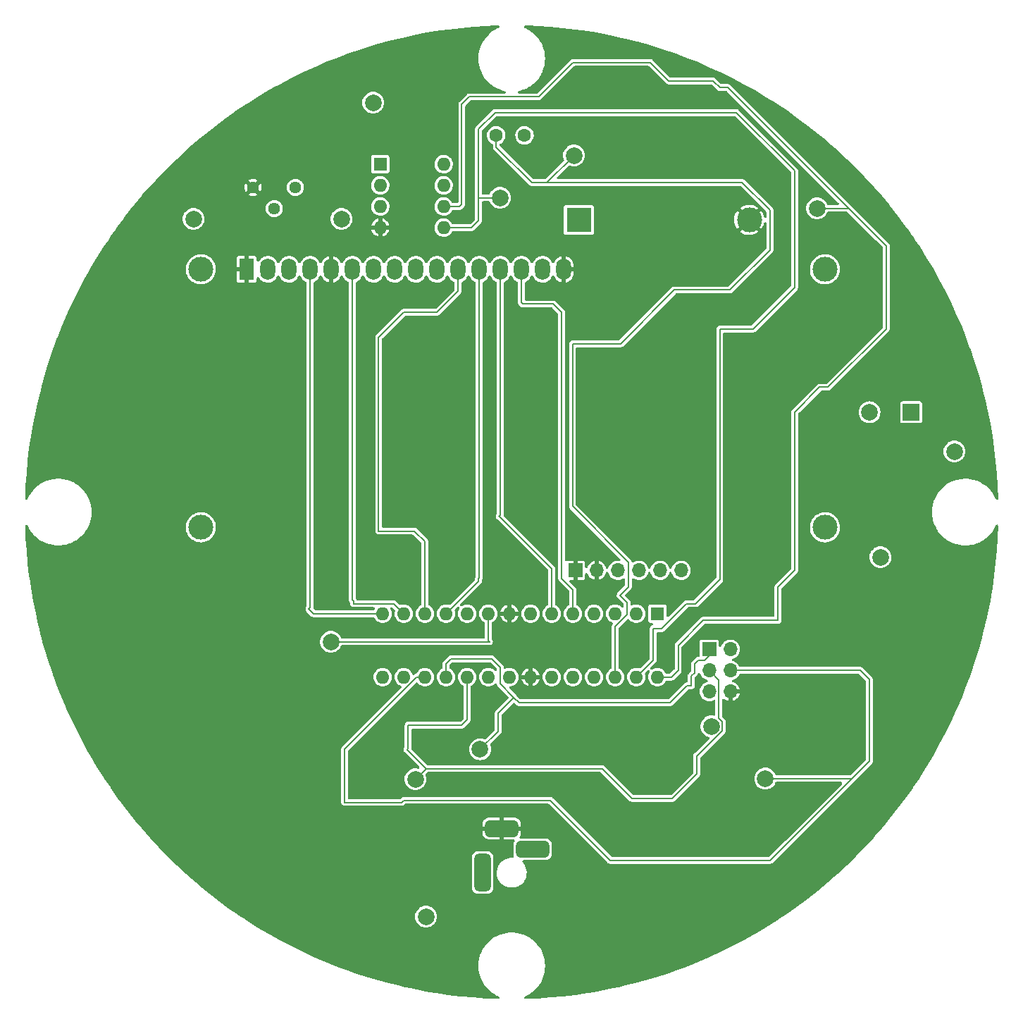
<source format=gbr>
%TF.GenerationSoftware,KiCad,Pcbnew,(6.0.5)*%
%TF.CreationDate,2022-07-22T17:55:24-05:00*%
%TF.ProjectId,First Round Clock,46697273-7420-4526-9f75-6e6420436c6f,rev?*%
%TF.SameCoordinates,PX574d060PY96dce60*%
%TF.FileFunction,Copper,L2,Bot*%
%TF.FilePolarity,Positive*%
%FSLAX46Y46*%
G04 Gerber Fmt 4.6, Leading zero omitted, Abs format (unit mm)*
G04 Created by KiCad (PCBNEW (6.0.5)) date 2022-07-22 17:55:24*
%MOMM*%
%LPD*%
G01*
G04 APERTURE LIST*
G04 Aperture macros list*
%AMRoundRect*
0 Rectangle with rounded corners*
0 $1 Rounding radius*
0 $2 $3 $4 $5 $6 $7 $8 $9 X,Y pos of 4 corners*
0 Add a 4 corners polygon primitive as box body*
4,1,4,$2,$3,$4,$5,$6,$7,$8,$9,$2,$3,0*
0 Add four circle primitives for the rounded corners*
1,1,$1+$1,$2,$3*
1,1,$1+$1,$4,$5*
1,1,$1+$1,$6,$7*
1,1,$1+$1,$8,$9*
0 Add four rect primitives between the rounded corners*
20,1,$1+$1,$2,$3,$4,$5,0*
20,1,$1+$1,$4,$5,$6,$7,0*
20,1,$1+$1,$6,$7,$8,$9,0*
20,1,$1+$1,$8,$9,$2,$3,0*%
G04 Aperture macros list end*
%TA.AperFunction,ComponentPad*%
%ADD10C,2.000000*%
%TD*%
%TA.AperFunction,ComponentPad*%
%ADD11C,1.600000*%
%TD*%
%TA.AperFunction,ComponentPad*%
%ADD12R,1.700000X1.700000*%
%TD*%
%TA.AperFunction,ComponentPad*%
%ADD13O,1.700000X1.700000*%
%TD*%
%TA.AperFunction,ComponentPad*%
%ADD14R,1.600000X1.600000*%
%TD*%
%TA.AperFunction,ComponentPad*%
%ADD15O,1.600000X1.600000*%
%TD*%
%TA.AperFunction,ComponentPad*%
%ADD16C,3.000000*%
%TD*%
%TA.AperFunction,ComponentPad*%
%ADD17R,1.800000X2.600000*%
%TD*%
%TA.AperFunction,ComponentPad*%
%ADD18O,1.800000X2.600000*%
%TD*%
%TA.AperFunction,ComponentPad*%
%ADD19RoundRect,0.500000X-0.500000X1.750000X-0.500000X-1.750000X0.500000X-1.750000X0.500000X1.750000X0*%
%TD*%
%TA.AperFunction,ComponentPad*%
%ADD20RoundRect,0.500000X-1.500000X-0.500000X1.500000X-0.500000X1.500000X0.500000X-1.500000X0.500000X0*%
%TD*%
%TA.AperFunction,ComponentPad*%
%ADD21R,2.000000X2.000000*%
%TD*%
%TA.AperFunction,ComponentPad*%
%ADD22R,3.000000X3.000000*%
%TD*%
%TA.AperFunction,ComponentPad*%
%ADD23C,1.440000*%
%TD*%
%TA.AperFunction,Conductor*%
%ADD24C,0.203200*%
%TD*%
G04 APERTURE END LIST*
D10*
%TO.P,TP14,1,1*%
%TO.N,MOSI*%
X88925400Y26187400D03*
%TD*%
%TO.P,TP9,1,1*%
%TO.N,Net-(Q1-Pad1)*%
X102768400Y52781200D03*
%TD*%
%TO.P,TP11,1,1*%
%TO.N,Net-(DS1-Pad3)*%
X20218400Y93421200D03*
%TD*%
%TO.P,TP15,1,1*%
%TO.N,Net-(BT1-Pad1)*%
X37998400Y93421200D03*
%TD*%
D11*
%TO.P,R9,1*%
%TO.N,VCC*%
X59993400Y103454200D03*
%TO.P,R9,2*%
%TO.N,LIGHT_SENSOR*%
X56593400Y103454200D03*
%TD*%
D10*
%TO.P,TP5,1,1*%
%TO.N,SDA*%
X57048400Y95961200D03*
%TD*%
%TO.P,TP1,1,1*%
%TO.N,VCC*%
X111658400Y65481200D03*
%TD*%
%TO.P,TP12,1,1*%
%TO.N,MISO*%
X54660800Y29692600D03*
%TD*%
%TO.P,TP8,1,1*%
%TO.N,RESET*%
X82448400Y32461200D03*
%TD*%
%TO.P,TP7,1,1*%
%TO.N,LED_SCK*%
X46888400Y26111200D03*
%TD*%
D12*
%TO.P,J2,1,Pin_1*%
%TO.N,GND*%
X66108400Y51191200D03*
D13*
%TO.P,J2,2,Pin_2*%
X68648400Y51191200D03*
%TO.P,J2,3,Pin_3*%
%TO.N,unconnected-(J2-Pad3)*%
X71188400Y51191200D03*
%TO.P,J2,4,Pin_4*%
%TO.N,Net-(J2-Pad4)*%
X73728400Y51191200D03*
%TO.P,J2,5,Pin_5*%
%TO.N,Net-(J2-Pad5)*%
X76268400Y51191200D03*
%TO.P,J2,6,Pin_6*%
%TO.N,Net-(C1-Pad2)*%
X78808400Y51191200D03*
%TD*%
D14*
%TO.P,U3,1,X1*%
%TO.N,Net-(TP16-Pad1)*%
X42658400Y99991200D03*
D15*
%TO.P,U3,2,X2*%
%TO.N,Net-(U3-Pad2)*%
X42658400Y97451200D03*
%TO.P,U3,3,VBAT*%
%TO.N,Net-(BT1-Pad1)*%
X42658400Y94911200D03*
%TO.P,U3,4,GND*%
%TO.N,GND*%
X42658400Y92371200D03*
%TO.P,U3,5,SDA*%
%TO.N,SDA*%
X50278400Y92371200D03*
%TO.P,U3,6,SCL*%
%TO.N,SCL*%
X50278400Y94911200D03*
%TO.P,U3,7,SQW/OUT*%
%TO.N,unconnected-(U3-Pad7)*%
X50278400Y97451200D03*
%TO.P,U3,8,VCC*%
%TO.N,VCC*%
X50278400Y99991200D03*
%TD*%
D10*
%TO.P,TP16,1,1*%
%TO.N,Net-(TP16-Pad1)*%
X41808400Y107391200D03*
%TD*%
%TO.P,TP2,1,1*%
%TO.N,Net-(C2-Pad2)*%
X36728400Y42621200D03*
%TD*%
%TO.P,TP10,1,1*%
%TO.N,LIGHT_SENSOR*%
X65938400Y101041200D03*
%TD*%
D12*
%TO.P,J3,1,Pin_1*%
%TO.N,MISO*%
X82183400Y41716200D03*
D13*
%TO.P,J3,2,Pin_2*%
%TO.N,VCC*%
X84723400Y41716200D03*
%TO.P,J3,3,Pin_3*%
%TO.N,LED_SCK*%
X82183400Y39176200D03*
%TO.P,J3,4,Pin_4*%
%TO.N,MOSI*%
X84723400Y39176200D03*
%TO.P,J3,5,Pin_5*%
%TO.N,RESET*%
X82183400Y36636200D03*
%TO.P,J3,6,Pin_6*%
%TO.N,GND*%
X84723400Y36636200D03*
%TD*%
D10*
%TO.P,TP6,1,1*%
%TO.N,SCL*%
X95148400Y94691200D03*
%TD*%
%TO.P,TP3,1,1*%
%TO.N,Net-(J1-Pad1)*%
X48158400Y9601200D03*
%TD*%
D16*
%TO.P,DS1,*%
%TO.N,*%
X21098700Y87366500D03*
X96097800Y87366500D03*
X96097280Y56365800D03*
X21098700Y56365800D03*
D17*
%TO.P,DS1,1,VSS*%
%TO.N,GND*%
X26597800Y87366500D03*
D18*
%TO.P,DS1,2,VDD*%
%TO.N,VCC*%
X29137800Y87366500D03*
%TO.P,DS1,3,VO*%
%TO.N,Net-(DS1-Pad3)*%
X31677800Y87366500D03*
%TO.P,DS1,4,RS*%
%TO.N,LCD_4*%
X34217800Y87366500D03*
%TO.P,DS1,5,R/W*%
%TO.N,GND*%
X36757800Y87366500D03*
%TO.P,DS1,6,E*%
%TO.N,LCD_6*%
X39297800Y87366500D03*
%TO.P,DS1,7,D0*%
%TO.N,unconnected-(DS1-Pad7)*%
X41837800Y87366500D03*
%TO.P,DS1,8,D1*%
%TO.N,unconnected-(DS1-Pad8)*%
X44377800Y87366500D03*
%TO.P,DS1,9,D2*%
%TO.N,unconnected-(DS1-Pad9)*%
X46917800Y87366500D03*
%TO.P,DS1,10,D3*%
%TO.N,unconnected-(DS1-Pad10)*%
X49457800Y87366500D03*
%TO.P,DS1,11,D4*%
%TO.N,LCD_11*%
X51997800Y87366500D03*
%TO.P,DS1,12,D5*%
%TO.N,LCD_12*%
X54537800Y87366500D03*
%TO.P,DS1,13,D6*%
%TO.N,LCD_13*%
X57077800Y87366500D03*
%TO.P,DS1,14,D7*%
%TO.N,LCD_14*%
X59617800Y87366500D03*
%TO.P,DS1,15,LED(+)*%
%TO.N,VCC*%
X62157800Y87366500D03*
%TO.P,DS1,16,LED(-)*%
%TO.N,GND*%
X64697800Y87366500D03*
%TD*%
D14*
%TO.P,U2,1,~{RESET}/PC6*%
%TO.N,RESET*%
X75958400Y45991200D03*
D15*
%TO.P,U2,2,PD0*%
%TO.N,RXD*%
X73418400Y45991200D03*
%TO.P,U2,3,PD1*%
%TO.N,TXD*%
X70878400Y45991200D03*
%TO.P,U2,4,PD2*%
%TO.N,Buzz*%
X68338400Y45991200D03*
%TO.P,U2,5,PD3*%
%TO.N,LCD_14*%
X65798400Y45991200D03*
%TO.P,U2,6,PD4*%
%TO.N,LCD_13*%
X63258400Y45991200D03*
%TO.P,U2,7,VCC*%
%TO.N,VCC*%
X60718400Y45991200D03*
%TO.P,U2,8,GND*%
%TO.N,GND*%
X58178400Y45991200D03*
%TO.P,U2,9,XTAL1/PB6*%
%TO.N,Net-(C2-Pad2)*%
X55638400Y45991200D03*
%TO.P,U2,10,XTAL2/PB7*%
%TO.N,Net-(C6-Pad1)*%
X53098400Y45991200D03*
%TO.P,U2,11,PD5*%
%TO.N,LCD_12*%
X50558400Y45991200D03*
%TO.P,U2,12,PD6*%
%TO.N,LCD_11*%
X48018400Y45991200D03*
%TO.P,U2,13,PD7*%
%TO.N,LCD_6*%
X45478400Y45991200D03*
%TO.P,U2,14,PB0*%
%TO.N,LCD_4*%
X42938400Y45991200D03*
%TO.P,U2,15,PB1*%
%TO.N,BTN_MODE*%
X42938400Y38371200D03*
%TO.P,U2,16,PB2*%
%TO.N,BTN_SELECT*%
X45478400Y38371200D03*
%TO.P,U2,17,PB3*%
%TO.N,MOSI*%
X48018400Y38371200D03*
%TO.P,U2,18,PB4*%
%TO.N,MISO*%
X50558400Y38371200D03*
%TO.P,U2,19,PB5*%
%TO.N,LED_SCK*%
X53098400Y38371200D03*
%TO.P,U2,20,AVCC*%
%TO.N,VCC*%
X55638400Y38371200D03*
%TO.P,U2,21,AREF*%
%TO.N,Net-(C5-Pad1)*%
X58178400Y38371200D03*
%TO.P,U2,22,GND*%
%TO.N,GND*%
X60718400Y38371200D03*
%TO.P,U2,23,PC0*%
%TO.N,BTN_DWN*%
X63258400Y38371200D03*
%TO.P,U2,24,PC1*%
%TO.N,BTN_UP*%
X65798400Y38371200D03*
%TO.P,U2,25,PC2*%
%TO.N,unconnected-(U2-Pad25)*%
X68338400Y38371200D03*
%TO.P,U2,26,PC3*%
%TO.N,LIGHT_SENSOR*%
X70878400Y38371200D03*
%TO.P,U2,27,PC4*%
%TO.N,SDA*%
X73418400Y38371200D03*
%TO.P,U2,28,PC5*%
%TO.N,SCL*%
X75958400Y38371200D03*
%TD*%
D19*
%TO.P,J1,1,POLE*%
%TO.N,Net-(J1-Pad1)*%
X54958400Y14884400D03*
D20*
%TO.P,J1,2,OUT*%
%TO.N,GND*%
X57258400Y20184400D03*
%TO.P,J1,3,OUT*%
%TO.N,unconnected-(J1-Pad3)*%
X60958400Y17684400D03*
%TD*%
D21*
%TO.P,BZ1,1,-*%
%TO.N,VCC*%
X106458400Y70191200D03*
D10*
%TO.P,BZ1,2,+*%
%TO.N,Net-(BZ1-Pad2)*%
X101458400Y70191200D03*
%TD*%
D22*
%TO.P,BT1,1,+*%
%TO.N,Net-(BT1-Pad1)*%
X66516714Y93294200D03*
D16*
%TO.P,BT1,2,-*%
%TO.N,GND*%
X87006714Y93294200D03*
%TD*%
D23*
%TO.P,RV1,1,1*%
%TO.N,VCC*%
X32458400Y97191200D03*
%TO.P,RV1,2,2*%
%TO.N,Net-(DS1-Pad3)*%
X29918400Y94651200D03*
%TO.P,RV1,3,3*%
%TO.N,GND*%
X27378400Y97191200D03*
%TD*%
D24*
%TO.N,LIGHT_SENSOR*%
X56593400Y102056200D02*
X56593400Y103454200D01*
X60858400Y97791200D02*
X56593400Y102056200D01*
%TO.N,GND*%
X82905600Y89154000D02*
X68630800Y89154000D01*
X66843300Y87366500D02*
X64697800Y87366500D01*
X68630800Y89154000D02*
X66843300Y87366500D01*
X87006714Y93294200D02*
X87006714Y93255114D01*
X87006714Y93255114D02*
X82905600Y89154000D01*
%TO.N,Net-(C2-Pad2)*%
X55638400Y42761200D02*
X55638400Y45991200D01*
X55778400Y42621200D02*
X55638400Y42761200D01*
X36728400Y42621200D02*
X55778400Y42621200D01*
%TO.N,LED_SCK*%
X45999400Y29794200D02*
X45872400Y29667200D01*
X45999400Y32588200D02*
X45999400Y29794200D01*
X52425600Y32588200D02*
X45999400Y32588200D01*
X45872400Y29667200D02*
X48158400Y27381200D01*
X53098400Y33261000D02*
X52425600Y32588200D01*
X83337711Y33426089D02*
X83752711Y33011089D01*
X83752711Y31912511D02*
X80771400Y28931200D01*
X80771400Y28931200D02*
X80695200Y28931200D01*
X48158400Y27381200D02*
X46888400Y26111200D01*
X80695200Y26745600D02*
X77749400Y23799800D01*
X69316600Y27381200D02*
X48158400Y27381200D01*
X83752711Y33011089D02*
X83752711Y31912511D01*
X80695200Y28931200D02*
X80695200Y26745600D01*
X83337711Y38021889D02*
X83337711Y33426089D01*
X82183400Y39176200D02*
X83337711Y38021889D01*
X72898000Y23799800D02*
X69316600Y27381200D01*
X53098400Y38371200D02*
X53098400Y33261000D01*
X77749400Y23799800D02*
X72898000Y23799800D01*
%TO.N,LCD_14*%
X65798400Y48851200D02*
X64458400Y50191200D01*
X64458400Y50191200D02*
X64458400Y82191200D01*
X59777200Y83191200D02*
X59617800Y83350600D01*
X65798400Y45991200D02*
X65798400Y48851200D01*
X59617800Y83350600D02*
X59617800Y87366500D01*
X63458400Y83191200D02*
X59777200Y83191200D01*
X64458400Y82191200D02*
X63458400Y83191200D01*
%TO.N,LCD_13*%
X57077800Y57850600D02*
X56938400Y57711200D01*
X57077800Y87366500D02*
X57077800Y57850600D01*
X63258400Y51391200D02*
X56938400Y57711200D01*
X63258400Y45991200D02*
X63258400Y51391200D01*
%TO.N,LCD_12*%
X54458400Y49891200D02*
X54458400Y50191200D01*
X50558400Y45991200D02*
X54458400Y49891200D01*
X54458400Y50191200D02*
X54537800Y50270600D01*
X54537800Y50270600D02*
X54537800Y87366500D01*
%TO.N,LCD_11*%
X48018400Y45991200D02*
X48018400Y54648400D01*
X42458400Y79191200D02*
X45458400Y82191200D01*
X49458400Y82191200D02*
X51997800Y84730600D01*
X46751000Y55915800D02*
X42458400Y55915800D01*
X51997800Y84730600D02*
X51997800Y87366500D01*
X45458400Y82191200D02*
X49458400Y82191200D01*
X48018400Y54648400D02*
X46751000Y55915800D01*
X42458400Y55915800D02*
X42458400Y79191200D01*
%TO.N,LCD_6*%
X39297800Y87366500D02*
X39297800Y47630600D01*
X39458400Y47191200D02*
X39458400Y47470000D01*
X44278400Y47191200D02*
X39458400Y47191200D01*
X44278400Y47191200D02*
X45478400Y45991200D01*
X39458400Y47470000D02*
X39297800Y47630600D01*
%TO.N,LCD_4*%
X42938400Y45991200D02*
X34658400Y45991200D01*
X34658400Y45991200D02*
X34078400Y46571200D01*
X34217800Y46710600D02*
X34217800Y87366500D01*
X34078400Y46571200D02*
X34217800Y46710600D01*
%TO.N,SCL*%
X65836800Y112217200D02*
X61696600Y108077000D01*
X103458400Y90191200D02*
X103458400Y80191200D01*
X75107800Y112217200D02*
X65836800Y112217200D01*
X92458400Y54191200D02*
X92458400Y51191200D01*
X103458400Y80191200D02*
X96458400Y73191200D01*
X81458400Y45191200D02*
X78458400Y42191200D01*
X90458400Y49191200D02*
X90458400Y45191200D01*
X53344200Y108077000D02*
X52458400Y107191200D01*
X92458400Y70191200D02*
X92458400Y54191200D01*
X52458400Y107191200D02*
X52458400Y95191200D01*
X84459700Y109189900D02*
X83459700Y109189900D01*
X61696600Y108077000D02*
X53344200Y108077000D01*
X95148400Y94691200D02*
X98958400Y94691200D01*
X52178400Y94911200D02*
X50278400Y94911200D01*
X52458400Y95191200D02*
X52178400Y94911200D01*
X78458400Y42191200D02*
X78458400Y41191200D01*
X98958400Y94691200D02*
X102458400Y91191200D01*
X77343000Y109982000D02*
X75107800Y112217200D01*
X83459700Y109189900D02*
X82667600Y109982000D01*
X92458400Y51191200D02*
X90458400Y49191200D01*
X96458400Y73191200D02*
X95458400Y73191200D01*
X75958400Y38371200D02*
X77638400Y38371200D01*
X82667600Y109982000D02*
X77343000Y109982000D01*
X95458400Y73191200D02*
X92458400Y70191200D01*
X77638400Y38371200D02*
X78458400Y39191200D01*
X102458400Y91191200D02*
X103458400Y90191200D01*
X90458400Y45191200D02*
X81458400Y45191200D01*
X98958400Y94691200D02*
X84459700Y109189900D01*
X78458400Y41191200D02*
X78458400Y39191200D01*
%TO.N,SDA*%
X76458400Y44191200D02*
X79458400Y47191200D01*
X75458400Y44191200D02*
X76458400Y44191200D01*
X83458400Y80191200D02*
X87458400Y80191200D01*
X53638400Y92371200D02*
X50278400Y92371200D01*
X79458400Y47191200D02*
X80516000Y47191200D01*
X92458400Y99191200D02*
X85458400Y106191200D01*
X92458400Y85191200D02*
X92458400Y99191200D01*
X57048400Y95961200D02*
X54508400Y95961200D01*
X85458400Y106191200D02*
X56458400Y106191200D01*
X56458400Y106191200D02*
X54458400Y104191200D01*
X75458400Y40411200D02*
X75458400Y44191200D01*
X54458400Y96011200D02*
X54458400Y93191200D01*
X80516000Y47191200D02*
X83458400Y50133600D01*
X54508400Y95961200D02*
X54458400Y96011200D01*
X73418400Y38371200D02*
X75458400Y40411200D01*
X87458400Y80191200D02*
X92458400Y85191200D01*
X54458400Y93191200D02*
X53638400Y92371200D01*
X83458400Y50133600D02*
X83458400Y80191200D01*
X54458400Y104191200D02*
X54458400Y96011200D01*
%TO.N,LIGHT_SENSOR*%
X89484200Y94462600D02*
X89484200Y89662000D01*
X89484200Y89662000D02*
X84709000Y84886800D01*
X71458400Y48191200D02*
X72458400Y49191200D01*
X72314089Y47335511D02*
X71458400Y48191200D01*
X84709000Y84886800D02*
X78003400Y84886800D01*
X72458400Y52191200D02*
X65762720Y58886880D01*
X71528520Y78411920D02*
X65762720Y78411920D01*
X62688400Y97791200D02*
X86155600Y97791200D01*
X72314089Y45865156D02*
X72314089Y47335511D01*
X70878400Y44429467D02*
X72314089Y45865156D01*
X78003400Y84886800D02*
X71528520Y78411920D01*
X60858400Y97791200D02*
X62688400Y97791200D01*
X86155600Y97791200D02*
X89484200Y94462600D01*
X65762720Y58886880D02*
X65762720Y78411920D01*
X72458400Y49191200D02*
X72458400Y52191200D01*
X70878400Y38371200D02*
X70878400Y44429467D01*
X62688400Y97791200D02*
X65938400Y101041200D01*
%TO.N,MISO*%
X80873600Y40386000D02*
X80416400Y39928800D01*
X80010000Y38481000D02*
X80010000Y37312600D01*
X50558400Y39966600D02*
X51155600Y40563800D01*
X50558400Y38371200D02*
X50558400Y39966600D01*
X79476600Y37312600D02*
X80010000Y37312600D01*
X54660800Y29692600D02*
X56819800Y31851600D01*
X59334400Y35306000D02*
X77470000Y35306000D01*
X56819800Y31851600D02*
X56819800Y34010600D01*
X80416400Y38887400D02*
X80010000Y38481000D01*
X81610200Y40386000D02*
X80873600Y40386000D01*
X82183400Y41716200D02*
X82183400Y40959200D01*
X82183400Y40959200D02*
X81610200Y40386000D01*
X57074089Y37566311D02*
X58724800Y35915600D01*
X51155600Y40563800D02*
X56057800Y40563800D01*
X80416400Y39928800D02*
X80416400Y38887400D01*
X56819800Y34010600D02*
X58724800Y35915600D01*
X56057800Y40563800D02*
X57074089Y39547511D01*
X58724800Y35915600D02*
X59334400Y35306000D01*
X77470000Y35306000D02*
X79476600Y37312600D01*
X57074089Y39547511D02*
X57074089Y37566311D01*
%TO.N,MOSI*%
X45491400Y23571200D02*
X63093600Y23571200D01*
X99314000Y26187400D02*
X99339400Y26162000D01*
X38379400Y29710467D02*
X38379400Y23317200D01*
X70307200Y16357600D02*
X89535000Y16357600D01*
X47040133Y38371200D02*
X38379400Y29710467D01*
X89535000Y16357600D02*
X91592400Y18415000D01*
X101422200Y28244800D02*
X101422200Y38100000D01*
X38379400Y23317200D02*
X45237400Y23317200D01*
X63093600Y23571200D02*
X70307200Y16357600D01*
X45237400Y23317200D02*
X45491400Y23571200D01*
X88925400Y26187400D02*
X99314000Y26187400D01*
X91592400Y18415000D02*
X99339400Y26162000D01*
X99339400Y26162000D02*
X101422200Y28244800D01*
X101422200Y38100000D02*
X100346000Y39176200D01*
X100346000Y39176200D02*
X84723400Y39176200D01*
X48018400Y38371200D02*
X47040133Y38371200D01*
%TD*%
%TA.AperFunction,Conductor*%
%TO.N,GND*%
G36*
X60734720Y116633377D02*
G01*
X61517612Y116602617D01*
X61521570Y116602410D01*
X63045614Y116502519D01*
X63049565Y116502208D01*
X64570441Y116362459D01*
X64574383Y116362045D01*
X66091127Y116182527D01*
X66095057Y116182009D01*
X66933550Y116060434D01*
X67606541Y115962855D01*
X67610420Y115962241D01*
X68166916Y115866617D01*
X69115666Y115703591D01*
X69119563Y115702869D01*
X70617520Y115404907D01*
X70621397Y115404083D01*
X71284612Y115254013D01*
X72111051Y115067009D01*
X72114856Y115066096D01*
X73194126Y114791996D01*
X73595204Y114690135D01*
X73599032Y114689109D01*
X75068990Y114274539D01*
X75072790Y114273413D01*
X76531377Y113820509D01*
X76535147Y113819284D01*
X77981401Y113328348D01*
X77985111Y113327034D01*
X79418043Y112798397D01*
X79421677Y112797003D01*
X80840325Y112231019D01*
X80843921Y112229530D01*
X81866916Y111790016D01*
X82247209Y111626629D01*
X82250827Y111625018D01*
X83637848Y110985593D01*
X83641372Y110983913D01*
X85011264Y110308357D01*
X85014734Y110306588D01*
X86366411Y109595437D01*
X86369823Y109593584D01*
X86893700Y109300199D01*
X87702419Y108847294D01*
X87705852Y108845312D01*
X89018432Y108064409D01*
X89021811Y108062338D01*
X90313488Y107247351D01*
X90316812Y107245192D01*
X90428954Y107170261D01*
X91586691Y106396685D01*
X91589911Y106394474D01*
X92005422Y106100820D01*
X92837240Y105512949D01*
X92840446Y105510619D01*
X94064175Y104596817D01*
X94067320Y104594404D01*
X95266735Y103648862D01*
X95269815Y103646368D01*
X96256840Y102825469D01*
X96444063Y102669757D01*
X96447069Y102667190D01*
X96895213Y102274178D01*
X97595391Y101660138D01*
X97598336Y101657485D01*
X98719849Y100620769D01*
X98722652Y100618110D01*
X99816743Y99552293D01*
X99819493Y99549543D01*
X100885310Y98455452D01*
X100887969Y98452649D01*
X101672868Y97603550D01*
X101924685Y97331136D01*
X101927338Y97328191D01*
X102051187Y97186968D01*
X102927478Y96187751D01*
X102934383Y96179877D01*
X102936950Y96176871D01*
X103794866Y95145339D01*
X103913568Y95002615D01*
X103916062Y94999535D01*
X104861604Y93800120D01*
X104864017Y93796975D01*
X105777819Y92573246D01*
X105780149Y92570040D01*
X106171575Y92016185D01*
X106634628Y91360981D01*
X106661658Y91322734D01*
X106663885Y91319491D01*
X106956982Y90880842D01*
X107512392Y90049612D01*
X107514551Y90046288D01*
X108329538Y88754611D01*
X108331609Y88751232D01*
X109112512Y87438652D01*
X109114494Y87435219D01*
X109306389Y87092567D01*
X109860784Y86102623D01*
X109862637Y86099211D01*
X110573788Y84747534D01*
X110575557Y84744064D01*
X111251100Y83374199D01*
X111252793Y83370648D01*
X111701392Y82397561D01*
X111892217Y81983630D01*
X111893827Y81980013D01*
X112496730Y80576721D01*
X112498219Y80573125D01*
X113028594Y79243731D01*
X113064190Y79154510D01*
X113065597Y79150843D01*
X113485976Y78011357D01*
X113594229Y77717924D01*
X113595552Y77714188D01*
X114086484Y76267947D01*
X114087709Y76264177D01*
X114540613Y74805590D01*
X114541739Y74801790D01*
X114956309Y73331832D01*
X114957335Y73328004D01*
X115079089Y72848599D01*
X115333290Y71847680D01*
X115334209Y71843851D01*
X115480186Y71198727D01*
X115671283Y70354197D01*
X115672107Y70350320D01*
X115970069Y68852363D01*
X115970791Y68848466D01*
X116229438Y67343238D01*
X116230058Y67339323D01*
X116449209Y65827857D01*
X116449727Y65823927D01*
X116629245Y64307183D01*
X116629659Y64303241D01*
X116769408Y62782365D01*
X116769719Y62778414D01*
X116869610Y61254370D01*
X116869817Y61250412D01*
X116925020Y59845403D01*
X116907724Y59768965D01*
X116854526Y59711416D01*
X116779681Y59688176D01*
X116703243Y59705472D01*
X116645694Y59758670D01*
X116637776Y59772852D01*
X116634331Y59779886D01*
X116461375Y60132931D01*
X116352341Y60308100D01*
X116249239Y60473742D01*
X116249234Y60473749D01*
X116247218Y60476988D01*
X116238356Y60488455D01*
X116001733Y60794609D01*
X115999389Y60797642D01*
X115720424Y61091610D01*
X115413179Y61355882D01*
X115080801Y61587752D01*
X114726693Y61784846D01*
X114716723Y61789140D01*
X114582298Y61847032D01*
X114354480Y61945147D01*
X114350831Y61946298D01*
X114350827Y61946299D01*
X113971634Y62065858D01*
X113971628Y62065859D01*
X113967973Y62067012D01*
X113964219Y62067789D01*
X113964209Y62067792D01*
X113574884Y62148417D01*
X113574876Y62148418D01*
X113571130Y62149194D01*
X113567325Y62149587D01*
X113567320Y62149588D01*
X113171816Y62190459D01*
X113168013Y62190852D01*
X113164199Y62190859D01*
X113164192Y62190859D01*
X112959509Y62191216D01*
X112762750Y62191559D01*
X112758935Y62191178D01*
X112758931Y62191178D01*
X112604012Y62175715D01*
X112359490Y62151309D01*
X112328633Y62145031D01*
X111966115Y62071276D01*
X111966107Y62071274D01*
X111962362Y62070512D01*
X111575432Y61949997D01*
X111202662Y61790997D01*
X111199298Y61789140D01*
X110851226Y61596994D01*
X110851222Y61596991D01*
X110847868Y61595140D01*
X110514683Y61364432D01*
X110206518Y61101234D01*
X109926528Y60808242D01*
X109677581Y60488455D01*
X109462224Y60145147D01*
X109460527Y60141713D01*
X109460524Y60141708D01*
X109456186Y60132931D01*
X109282663Y59781833D01*
X109281321Y59778243D01*
X109281319Y59778239D01*
X109260415Y59722329D01*
X109140737Y59402234D01*
X109037898Y59010236D01*
X108975200Y58609851D01*
X108974992Y58606020D01*
X108974992Y58606015D01*
X108972193Y58554325D01*
X108953283Y58205181D01*
X108972374Y57800367D01*
X108972938Y57796593D01*
X108972939Y57796583D01*
X109030373Y57412285D01*
X109032276Y57399554D01*
X109033221Y57395845D01*
X109033223Y57395837D01*
X109098450Y57139940D01*
X109132375Y57006848D01*
X109133693Y57003247D01*
X109270333Y56629859D01*
X109270337Y56629850D01*
X109271648Y56626267D01*
X109448668Y56261709D01*
X109473306Y56221817D01*
X109642528Y55947824D01*
X109661623Y55916906D01*
X109663953Y55913870D01*
X109663954Y55913868D01*
X109687044Y55883776D01*
X109908332Y55595388D01*
X109910956Y55592603D01*
X109910959Y55592600D01*
X109970515Y55529401D01*
X110186269Y55300449D01*
X110492589Y55035106D01*
X110824155Y54802077D01*
X111177573Y54603748D01*
X111549225Y54442150D01*
X111935304Y54318936D01*
X112331858Y54235369D01*
X112335656Y54234963D01*
X112335663Y54234962D01*
X112615998Y54205003D01*
X112734827Y54192304D01*
X112958573Y54191132D01*
X113136257Y54190202D01*
X113136258Y54190202D01*
X113140085Y54190182D01*
X113279755Y54203631D01*
X113539662Y54228657D01*
X113539664Y54228657D01*
X113543483Y54229025D01*
X113547239Y54229776D01*
X113547249Y54229777D01*
X113937139Y54307685D01*
X113937144Y54307686D01*
X113940891Y54308435D01*
X114294255Y54417144D01*
X114324570Y54426470D01*
X114324575Y54426472D01*
X114328239Y54427599D01*
X114634938Y54557153D01*
X114698042Y54583809D01*
X114698044Y54583810D01*
X114701562Y54585296D01*
X114705007Y54587182D01*
X115053684Y54778078D01*
X115053688Y54778081D01*
X115057037Y54779914D01*
X115066363Y54786323D01*
X115387867Y55007286D01*
X115391026Y55009457D01*
X115393947Y55011934D01*
X115393952Y55011938D01*
X115697188Y55269102D01*
X115700108Y55271578D01*
X115928488Y55508900D01*
X115978473Y55560842D01*
X115978477Y55560846D01*
X115981118Y55563591D01*
X116124632Y55746620D01*
X116228822Y55879498D01*
X116228825Y55879503D01*
X116231181Y55882507D01*
X116308537Y56004872D01*
X116445684Y56221817D01*
X116445690Y56221828D01*
X116447734Y56225061D01*
X116455514Y56240664D01*
X116626848Y56584308D01*
X116626849Y56584310D01*
X116628562Y56587746D01*
X116632141Y56597217D01*
X116677871Y56660860D01*
X116749298Y56693112D01*
X116827281Y56685329D01*
X116890925Y56639598D01*
X116923177Y56568171D01*
X116925050Y56537758D01*
X116869817Y55131988D01*
X116869610Y55128030D01*
X116769719Y53603986D01*
X116769408Y53600035D01*
X116629659Y52079159D01*
X116629245Y52075217D01*
X116449727Y50558473D01*
X116449209Y50554543D01*
X116346449Y49845815D01*
X116230754Y49047875D01*
X116230058Y49043077D01*
X116229441Y49039180D01*
X116168179Y48682657D01*
X115970791Y47533934D01*
X115970069Y47530037D01*
X115672107Y46032080D01*
X115671283Y46028203D01*
X115559378Y45533655D01*
X115344270Y44583009D01*
X115334215Y44538574D01*
X115333296Y44534744D01*
X115103197Y43628727D01*
X114957335Y43054396D01*
X114956309Y43050568D01*
X114541739Y41580610D01*
X114540613Y41576810D01*
X114087709Y40118223D01*
X114086484Y40114453D01*
X113881128Y39509492D01*
X113610315Y38711701D01*
X113595552Y38668212D01*
X113594234Y38664489D01*
X113069895Y37243204D01*
X113065610Y37231590D01*
X113064203Y37227923D01*
X112498219Y35809275D01*
X112496730Y35805679D01*
X112111537Y34909119D01*
X111893829Y34402391D01*
X111892218Y34398773D01*
X111260963Y33029472D01*
X111252806Y33011779D01*
X111251113Y33008228D01*
X110575557Y31638336D01*
X110573788Y31634866D01*
X109862637Y30283189D01*
X109860784Y30279777D01*
X109419327Y29491498D01*
X109114494Y28947181D01*
X109112512Y28943748D01*
X108331609Y27631168D01*
X108329538Y27627789D01*
X107514551Y26336112D01*
X107512392Y26332788D01*
X107419646Y26193984D01*
X106691124Y25103673D01*
X106663902Y25062933D01*
X106661674Y25059689D01*
X106479197Y24801490D01*
X105780149Y23812360D01*
X105777819Y23809154D01*
X104864017Y22585425D01*
X104861604Y22582280D01*
X103916062Y21382865D01*
X103913568Y21379785D01*
X103408111Y20772038D01*
X102936957Y20205537D01*
X102934390Y20202531D01*
X102404461Y19598263D01*
X101927338Y19054209D01*
X101924685Y19051264D01*
X100887969Y17929751D01*
X100885310Y17926948D01*
X99819493Y16832857D01*
X99816743Y16830107D01*
X98722652Y15764290D01*
X98719849Y15761631D01*
X97770866Y14884400D01*
X97598336Y14724915D01*
X97595391Y14722262D01*
X96888601Y14102423D01*
X96447077Y13715217D01*
X96444071Y13712650D01*
X95843634Y13213272D01*
X95269815Y12736032D01*
X95266735Y12733538D01*
X94067320Y11787996D01*
X94064175Y11785583D01*
X92840446Y10871781D01*
X92837240Y10869451D01*
X92241058Y10448111D01*
X91589911Y9987926D01*
X91586691Y9985715D01*
X90670704Y9373671D01*
X90316812Y9137208D01*
X90313488Y9135049D01*
X89021811Y8320062D01*
X89018432Y8317991D01*
X87705852Y7537088D01*
X87702419Y7535106D01*
X87543843Y7446299D01*
X86369823Y6788816D01*
X86366411Y6786963D01*
X85014734Y6075812D01*
X85011264Y6074043D01*
X83641372Y5398487D01*
X83637848Y5396807D01*
X82250830Y4757383D01*
X82247213Y4755773D01*
X80843921Y4152870D01*
X80840325Y4151381D01*
X79421677Y3585397D01*
X79418043Y3584003D01*
X77985111Y3055366D01*
X77981401Y3054052D01*
X77526263Y2899554D01*
X76535147Y2563116D01*
X76531377Y2561891D01*
X75072790Y2108987D01*
X75068990Y2107861D01*
X73599032Y1693291D01*
X73595204Y1692265D01*
X72114856Y1316304D01*
X72111051Y1315391D01*
X71297121Y1131217D01*
X70621397Y978317D01*
X70617520Y977493D01*
X69119563Y679531D01*
X69115666Y678809D01*
X68293947Y537611D01*
X67610420Y420159D01*
X67606541Y419545D01*
X66983863Y329261D01*
X66095057Y200391D01*
X66091127Y199873D01*
X64574383Y20355D01*
X64570441Y19941D01*
X63049565Y-119808D01*
X63045614Y-120119D01*
X61521570Y-220010D01*
X61517612Y-220217D01*
X60099575Y-275932D01*
X60023137Y-258636D01*
X59965588Y-205438D01*
X59942348Y-130593D01*
X59959644Y-54155D01*
X60012842Y3394D01*
X60034715Y14817D01*
X60201562Y85296D01*
X60204916Y87132D01*
X60553684Y278078D01*
X60553688Y278081D01*
X60557037Y279914D01*
X60592495Y304283D01*
X60887867Y507286D01*
X60891026Y509457D01*
X60893947Y511934D01*
X60893952Y511938D01*
X61091570Y679531D01*
X61200108Y771578D01*
X61481118Y1063591D01*
X61531925Y1128387D01*
X61728822Y1379498D01*
X61728825Y1379503D01*
X61731181Y1382507D01*
X61862608Y1590404D01*
X61945684Y1721817D01*
X61945690Y1721828D01*
X61947734Y1725061D01*
X62128562Y2087746D01*
X62271812Y2466847D01*
X62376019Y2858484D01*
X62382002Y2895837D01*
X62439508Y3254855D01*
X62439509Y3254862D01*
X62440115Y3258647D01*
X62442303Y3296583D01*
X62463326Y3661210D01*
X62463443Y3663239D01*
X62463541Y3691200D01*
X62443038Y4095945D01*
X62381737Y4496545D01*
X62280267Y4888901D01*
X62139667Y5268993D01*
X61961375Y5632931D01*
X61801593Y5889631D01*
X61749239Y5973742D01*
X61749234Y5973749D01*
X61747218Y5976988D01*
X61738356Y5988455D01*
X61501733Y6294609D01*
X61499389Y6297642D01*
X61220424Y6591610D01*
X60913179Y6855882D01*
X60580801Y7087752D01*
X60226693Y7284846D01*
X60216723Y7289140D01*
X60082298Y7347032D01*
X59854480Y7445147D01*
X59850831Y7446298D01*
X59850827Y7446299D01*
X59471634Y7565858D01*
X59471628Y7565859D01*
X59467973Y7567012D01*
X59464219Y7567789D01*
X59464209Y7567792D01*
X59074884Y7648417D01*
X59074876Y7648418D01*
X59071130Y7649194D01*
X59067325Y7649587D01*
X59067320Y7649588D01*
X58671816Y7690459D01*
X58668013Y7690852D01*
X58664199Y7690859D01*
X58664192Y7690859D01*
X58459509Y7691216D01*
X58262750Y7691559D01*
X58258935Y7691178D01*
X58258931Y7691178D01*
X58104012Y7675715D01*
X57859490Y7651309D01*
X57828633Y7645031D01*
X57466115Y7571276D01*
X57466107Y7571274D01*
X57462362Y7570512D01*
X57075432Y7449997D01*
X56702662Y7290997D01*
X56699298Y7289140D01*
X56351226Y7096994D01*
X56351222Y7096991D01*
X56347868Y7095140D01*
X56014683Y6864432D01*
X55706518Y6601234D01*
X55426528Y6308242D01*
X55424182Y6305229D01*
X55424179Y6305225D01*
X55244198Y6074028D01*
X55177581Y5988455D01*
X54962224Y5645147D01*
X54960527Y5641713D01*
X54960524Y5641708D01*
X54956186Y5632931D01*
X54782663Y5281833D01*
X54781321Y5278243D01*
X54781319Y5278239D01*
X54738680Y5164195D01*
X54640737Y4902234D01*
X54537898Y4510236D01*
X54475200Y4109851D01*
X54474992Y4106020D01*
X54474992Y4106015D01*
X54467570Y3968970D01*
X54453283Y3705181D01*
X54472374Y3300367D01*
X54472938Y3296593D01*
X54472939Y3296583D01*
X54531709Y2903347D01*
X54532276Y2899554D01*
X54533221Y2895845D01*
X54533223Y2895837D01*
X54618195Y2562478D01*
X54632375Y2506848D01*
X54633693Y2503247D01*
X54770333Y2129859D01*
X54770337Y2129850D01*
X54771648Y2126267D01*
X54773317Y2122831D01*
X54773319Y2122825D01*
X54780326Y2108395D01*
X54948668Y1761709D01*
X55161623Y1416906D01*
X55163953Y1413870D01*
X55163954Y1413868D01*
X55188018Y1382507D01*
X55408332Y1095388D01*
X55410956Y1092603D01*
X55410959Y1092600D01*
X55518654Y978317D01*
X55686269Y800449D01*
X55992589Y535106D01*
X56324155Y302077D01*
X56677573Y103748D01*
X56723430Y83809D01*
X56883534Y14194D01*
X56944868Y-34593D01*
X56973591Y-107510D01*
X56962007Y-185019D01*
X56913220Y-246353D01*
X56840303Y-275076D01*
X56817220Y-275932D01*
X55399188Y-220217D01*
X55395230Y-220010D01*
X53871186Y-120119D01*
X53867235Y-119808D01*
X52346359Y19941D01*
X52342417Y20355D01*
X50825673Y199873D01*
X50821743Y200391D01*
X49932937Y329261D01*
X49310259Y419545D01*
X49306380Y420159D01*
X48622853Y537611D01*
X47801134Y678809D01*
X47797237Y679531D01*
X46299280Y977493D01*
X46295403Y978317D01*
X45619679Y1131217D01*
X44805749Y1315391D01*
X44801944Y1316304D01*
X43321596Y1692265D01*
X43317768Y1693291D01*
X41847810Y2107861D01*
X41844010Y2108987D01*
X40385423Y2561891D01*
X40381653Y2563116D01*
X39390537Y2899554D01*
X38935399Y3054052D01*
X38931689Y3055366D01*
X37498757Y3584003D01*
X37495123Y3585397D01*
X36076475Y4151381D01*
X36072879Y4152870D01*
X34669587Y4755773D01*
X34665970Y4757383D01*
X33278952Y5396807D01*
X33275428Y5398487D01*
X31905536Y6074043D01*
X31902066Y6075812D01*
X30550389Y6786963D01*
X30546977Y6788816D01*
X29372957Y7446299D01*
X29214381Y7535106D01*
X29210948Y7537088D01*
X27898368Y8317991D01*
X27894989Y8320062D01*
X26603312Y9135049D01*
X26599988Y9137208D01*
X26246096Y9373671D01*
X25905575Y9601200D01*
X46848114Y9601200D01*
X46868020Y9373671D01*
X46927134Y9153056D01*
X46929927Y9147066D01*
X46929929Y9147061D01*
X46975397Y9049556D01*
X47023659Y8946057D01*
X47027447Y8940647D01*
X47027450Y8940642D01*
X47118187Y8811057D01*
X47154663Y8758964D01*
X47316164Y8597463D01*
X47321577Y8593673D01*
X47497842Y8470250D01*
X47497847Y8470247D01*
X47503257Y8466459D01*
X47606756Y8418197D01*
X47704261Y8372729D01*
X47704266Y8372727D01*
X47710256Y8369934D01*
X47779685Y8351331D01*
X47924480Y8312532D01*
X47924485Y8312531D01*
X47930871Y8310820D01*
X47937456Y8310244D01*
X47937461Y8310243D01*
X48151816Y8291490D01*
X48158400Y8290914D01*
X48164984Y8291490D01*
X48379339Y8310243D01*
X48379344Y8310244D01*
X48385929Y8310820D01*
X48392315Y8312531D01*
X48392320Y8312532D01*
X48537115Y8351331D01*
X48606544Y8369934D01*
X48612534Y8372727D01*
X48612539Y8372729D01*
X48710044Y8418197D01*
X48813543Y8466459D01*
X48818953Y8470247D01*
X48818958Y8470250D01*
X48995223Y8593673D01*
X49000636Y8597463D01*
X49162137Y8758964D01*
X49198613Y8811057D01*
X49289350Y8940642D01*
X49289353Y8940647D01*
X49293141Y8946057D01*
X49341404Y9049557D01*
X49386871Y9147061D01*
X49386873Y9147066D01*
X49389666Y9153056D01*
X49448780Y9373671D01*
X49468686Y9601200D01*
X49448780Y9828729D01*
X49389666Y10049344D01*
X49386873Y10055334D01*
X49386871Y10055339D01*
X49341403Y10152844D01*
X49293141Y10256343D01*
X49289353Y10261753D01*
X49289350Y10261758D01*
X49165927Y10438023D01*
X49162137Y10443436D01*
X49000636Y10604937D01*
X48948543Y10641413D01*
X48818958Y10732150D01*
X48818953Y10732153D01*
X48813543Y10735941D01*
X48710043Y10784204D01*
X48612539Y10829671D01*
X48612534Y10829673D01*
X48606544Y10832466D01*
X48537115Y10851069D01*
X48392320Y10889868D01*
X48392315Y10889869D01*
X48385929Y10891580D01*
X48379344Y10892156D01*
X48379339Y10892157D01*
X48164984Y10910910D01*
X48158400Y10911486D01*
X48151816Y10910910D01*
X47937461Y10892157D01*
X47937456Y10892156D01*
X47930871Y10891580D01*
X47924485Y10889869D01*
X47924480Y10889868D01*
X47779685Y10851069D01*
X47710256Y10832466D01*
X47704266Y10829673D01*
X47704261Y10829671D01*
X47606757Y10784204D01*
X47503257Y10735941D01*
X47497847Y10732153D01*
X47497842Y10732150D01*
X47368257Y10641413D01*
X47316164Y10604937D01*
X47154663Y10443436D01*
X47150873Y10438023D01*
X47027450Y10261758D01*
X47027447Y10261753D01*
X47023659Y10256343D01*
X46975396Y10152843D01*
X46929929Y10055339D01*
X46929927Y10055334D01*
X46927134Y10049344D01*
X46868020Y9828729D01*
X46848114Y9601200D01*
X25905575Y9601200D01*
X25330109Y9985715D01*
X25326889Y9987926D01*
X24675742Y10448111D01*
X24079560Y10869451D01*
X24076354Y10871781D01*
X22852625Y11785583D01*
X22849480Y11787996D01*
X21650065Y12733538D01*
X21646985Y12736032D01*
X21274260Y13046024D01*
X53653100Y13046024D01*
X53653375Y13041255D01*
X53694016Y12865218D01*
X53772648Y12702559D01*
X53885363Y12561363D01*
X53891981Y12556080D01*
X54019943Y12453929D01*
X54019946Y12453927D01*
X54026559Y12448648D01*
X54189218Y12370016D01*
X54365255Y12329375D01*
X54370024Y12329100D01*
X55546776Y12329100D01*
X55551545Y12329375D01*
X55727582Y12370016D01*
X55890241Y12448648D01*
X55896854Y12453927D01*
X55896857Y12453929D01*
X56024819Y12556080D01*
X56031437Y12561363D01*
X56144152Y12702559D01*
X56222784Y12865218D01*
X56263425Y13041255D01*
X56263700Y13046024D01*
X56263700Y14837149D01*
X56653972Y14837149D01*
X56680776Y14570957D01*
X56746631Y14311650D01*
X56850091Y14064926D01*
X56988883Y13836204D01*
X57159958Y13630509D01*
X57164147Y13626770D01*
X57164151Y13626766D01*
X57355365Y13456101D01*
X57355369Y13456098D01*
X57359557Y13452360D01*
X57364255Y13449280D01*
X57551318Y13326636D01*
X57583296Y13305670D01*
X57826259Y13193663D01*
X57831637Y13192095D01*
X57831641Y13192094D01*
X58077723Y13120368D01*
X58077725Y13120368D01*
X58083110Y13118798D01*
X58132252Y13112110D01*
X58342632Y13083478D01*
X58342638Y13083478D01*
X58348205Y13082720D01*
X58479849Y13084443D01*
X58610098Y13086148D01*
X58610103Y13086148D01*
X58615720Y13086222D01*
X58879780Y13129227D01*
X59134583Y13210790D01*
X59139612Y13213270D01*
X59139617Y13213272D01*
X59369496Y13326636D01*
X59374531Y13329119D01*
X59379144Y13332319D01*
X59589739Y13478414D01*
X59589740Y13478415D01*
X59594353Y13481615D01*
X59752632Y13630509D01*
X59785130Y13661080D01*
X59785133Y13661084D01*
X59789220Y13664928D01*
X59827838Y13713914D01*
X59924243Y13836204D01*
X59954852Y13875031D01*
X60087609Y14107307D01*
X60167074Y14311650D01*
X60182539Y14351419D01*
X60182540Y14351421D01*
X60184575Y14356655D01*
X60231834Y14565510D01*
X60242381Y14612120D01*
X60242382Y14612124D01*
X60243620Y14617597D01*
X60263447Y14884400D01*
X60260973Y14978869D01*
X60227210Y15244268D01*
X60154589Y15501762D01*
X60044706Y15745694D01*
X59899975Y15970704D01*
X59762140Y16127875D01*
X59727478Y16198163D01*
X59732604Y16276366D01*
X59776144Y16341529D01*
X59846432Y16376191D01*
X59875969Y16379100D01*
X62546776Y16379100D01*
X62551545Y16379375D01*
X62727582Y16420016D01*
X62890241Y16498648D01*
X62896854Y16503927D01*
X62896857Y16503929D01*
X63024819Y16606080D01*
X63031437Y16611363D01*
X63053725Y16639283D01*
X63138871Y16745943D01*
X63138873Y16745946D01*
X63144152Y16752559D01*
X63222784Y16915218D01*
X63263425Y17091255D01*
X63263700Y17096024D01*
X63263700Y18272776D01*
X63263425Y18277545D01*
X63222784Y18453582D01*
X63144152Y18616241D01*
X63031437Y18757437D01*
X63008940Y18775396D01*
X62896857Y18864871D01*
X62896854Y18864873D01*
X62890241Y18870152D01*
X62727582Y18948784D01*
X62551545Y18989425D01*
X62546776Y18989700D01*
X59548258Y18989700D01*
X59472558Y19009984D01*
X59417142Y19065400D01*
X59396858Y19141100D01*
X59417142Y19216800D01*
X59429936Y19235556D01*
X59438447Y19246217D01*
X59447409Y19260449D01*
X59518624Y19407764D01*
X59524212Y19423634D01*
X59561480Y19585055D01*
X59563157Y19596762D01*
X59563200Y19598255D01*
X59563200Y19910467D01*
X59558988Y19926188D01*
X59543267Y19930400D01*
X57532333Y19930400D01*
X57516612Y19926188D01*
X57512400Y19910467D01*
X57512400Y18899534D01*
X57516612Y18883813D01*
X57532333Y18879601D01*
X58668300Y18879601D01*
X58744000Y18859317D01*
X58799416Y18803901D01*
X58819700Y18728201D01*
X58799416Y18652501D01*
X58786622Y18633746D01*
X58772648Y18616241D01*
X58694016Y18453582D01*
X58653375Y18277545D01*
X58653100Y18272776D01*
X58653100Y17096024D01*
X58653375Y17091255D01*
X58694016Y16915218D01*
X58697700Y16907598D01*
X58697702Y16907593D01*
X58700474Y16901857D01*
X58715157Y16824875D01*
X58689381Y16750864D01*
X58630053Y16699658D01*
X58547682Y16685468D01*
X58521395Y16688347D01*
X58408737Y16683921D01*
X58259681Y16678065D01*
X58259677Y16678065D01*
X58254063Y16677844D01*
X58248546Y16676797D01*
X58248541Y16676796D01*
X57996737Y16628990D01*
X57996732Y16628989D01*
X57991219Y16627942D01*
X57738639Y16539737D01*
X57501871Y16415167D01*
X57286116Y16256969D01*
X57096114Y16068617D01*
X57092758Y16064123D01*
X57092753Y16064117D01*
X57008061Y15950700D01*
X56936039Y15854251D01*
X56933383Y15849308D01*
X56812064Y15623523D01*
X56812062Y15623518D01*
X56809408Y15618579D01*
X56807512Y15613298D01*
X56807511Y15613296D01*
X56765524Y15496351D01*
X56719002Y15366778D01*
X56717908Y15361280D01*
X56717907Y15361275D01*
X56693527Y15238705D01*
X56666808Y15104380D01*
X56666539Y15098778D01*
X56656242Y14884400D01*
X56653972Y14837149D01*
X56263700Y14837149D01*
X56263700Y16722776D01*
X56263425Y16727545D01*
X56222784Y16903582D01*
X56144152Y17066241D01*
X56119840Y17096697D01*
X56036720Y17200819D01*
X56031437Y17207437D01*
X56008940Y17225396D01*
X55896857Y17314871D01*
X55896854Y17314873D01*
X55890241Y17320152D01*
X55727582Y17398784D01*
X55551545Y17439425D01*
X55546776Y17439700D01*
X54370024Y17439700D01*
X54365255Y17439425D01*
X54189218Y17398784D01*
X54026559Y17320152D01*
X54019946Y17314873D01*
X54019943Y17314871D01*
X53907860Y17225396D01*
X53885363Y17207437D01*
X53880080Y17200819D01*
X53796961Y17096697D01*
X53772648Y17066241D01*
X53694016Y16903582D01*
X53653375Y16727545D01*
X53653100Y16722776D01*
X53653100Y13046024D01*
X21274260Y13046024D01*
X21073166Y13213272D01*
X20472729Y13712650D01*
X20469723Y13715217D01*
X20028200Y14102423D01*
X19321409Y14722262D01*
X19318464Y14724915D01*
X19145934Y14884400D01*
X18196951Y15761631D01*
X18194148Y15764290D01*
X17100057Y16830107D01*
X17097307Y16832857D01*
X16031490Y17926948D01*
X16028831Y17929751D01*
X14992115Y19051264D01*
X14989462Y19054209D01*
X14512339Y19598263D01*
X54953601Y19598263D01*
X54953644Y19596767D01*
X54955321Y19585051D01*
X54992588Y19423634D01*
X54998176Y19407764D01*
X55069391Y19260449D01*
X55078356Y19246212D01*
X55180437Y19118338D01*
X55192338Y19106437D01*
X55320212Y19004356D01*
X55334449Y18995391D01*
X55481764Y18924176D01*
X55497634Y18918588D01*
X55659055Y18881320D01*
X55670762Y18879643D01*
X55672255Y18879600D01*
X56984467Y18879600D01*
X57000188Y18883812D01*
X57004400Y18899533D01*
X57004400Y19910467D01*
X57000188Y19926188D01*
X56984467Y19930400D01*
X54973534Y19930400D01*
X54957813Y19926188D01*
X54953601Y19910467D01*
X54953601Y19598263D01*
X14512339Y19598263D01*
X13982410Y20202531D01*
X13979843Y20205537D01*
X13769595Y20458333D01*
X54953600Y20458333D01*
X54957812Y20442612D01*
X54973533Y20438400D01*
X56984467Y20438400D01*
X57000188Y20442612D01*
X57004400Y20458333D01*
X57512400Y20458333D01*
X57516612Y20442612D01*
X57532333Y20438400D01*
X59543266Y20438400D01*
X59558987Y20442612D01*
X59563199Y20458333D01*
X59563199Y20770537D01*
X59563156Y20772033D01*
X59561479Y20783749D01*
X59524212Y20945166D01*
X59518624Y20961036D01*
X59447409Y21108351D01*
X59438444Y21122588D01*
X59336363Y21250462D01*
X59324462Y21262363D01*
X59196588Y21364444D01*
X59182351Y21373409D01*
X59035036Y21444624D01*
X59019166Y21450212D01*
X58857745Y21487480D01*
X58846038Y21489157D01*
X58844545Y21489200D01*
X57532333Y21489200D01*
X57516612Y21484988D01*
X57512400Y21469267D01*
X57512400Y20458333D01*
X57004400Y20458333D01*
X57004400Y21469266D01*
X57000188Y21484987D01*
X56984467Y21489199D01*
X55672263Y21489199D01*
X55670767Y21489156D01*
X55659051Y21487479D01*
X55497634Y21450212D01*
X55481764Y21444624D01*
X55334449Y21373409D01*
X55320212Y21364444D01*
X55192338Y21262363D01*
X55180437Y21250462D01*
X55078356Y21122588D01*
X55069391Y21108351D01*
X54998176Y20961036D01*
X54992588Y20945166D01*
X54955320Y20783745D01*
X54953643Y20772038D01*
X54953600Y20770545D01*
X54953600Y20458333D01*
X13769595Y20458333D01*
X13508690Y20772038D01*
X13003232Y21379785D01*
X13000738Y21382865D01*
X12055196Y22582280D01*
X12052783Y22585425D01*
X11506341Y23317200D01*
X37967428Y23317200D01*
X37972500Y23285176D01*
X37987591Y23189894D01*
X38046108Y23075049D01*
X38137249Y22983908D01*
X38252094Y22925391D01*
X38379400Y22905228D01*
X38391169Y22907092D01*
X38399655Y22908436D01*
X38423339Y22910300D01*
X45301846Y22910300D01*
X45321349Y22916637D01*
X45344445Y22922182D01*
X45364706Y22925391D01*
X45375320Y22930799D01*
X45375326Y22930801D01*
X45382982Y22934702D01*
X45404925Y22943791D01*
X45413098Y22946447D01*
X45413100Y22946448D01*
X45424432Y22950130D01*
X45434071Y22957134D01*
X45434074Y22957135D01*
X45441025Y22962185D01*
X45461283Y22974599D01*
X45468928Y22978494D01*
X45468934Y22978499D01*
X45479551Y22983908D01*
X45570692Y23075049D01*
X45615601Y23119957D01*
X45683472Y23159142D01*
X45722656Y23164300D01*
X62862345Y23164300D01*
X62938045Y23144016D01*
X62969400Y23119957D01*
X70065049Y16024308D01*
X70075666Y16018899D01*
X70075672Y16018894D01*
X70083317Y16014999D01*
X70103575Y16002585D01*
X70110526Y15997535D01*
X70110529Y15997534D01*
X70120168Y15990530D01*
X70131500Y15986848D01*
X70131502Y15986847D01*
X70139675Y15984191D01*
X70161618Y15975102D01*
X70169274Y15971201D01*
X70169280Y15971199D01*
X70179894Y15965791D01*
X70200155Y15962582D01*
X70223251Y15957037D01*
X70242754Y15950700D01*
X89599446Y15950700D01*
X89618949Y15957037D01*
X89642045Y15962582D01*
X89662306Y15965791D01*
X89672920Y15971199D01*
X89672926Y15971201D01*
X89680582Y15975102D01*
X89702525Y15984191D01*
X89710698Y15986847D01*
X89710700Y15986848D01*
X89722032Y15990530D01*
X89731671Y15997534D01*
X89731674Y15997535D01*
X89738625Y16002585D01*
X89758883Y16014999D01*
X89766528Y16018894D01*
X89766534Y16018899D01*
X89777151Y16024308D01*
X91902766Y18149923D01*
X99596055Y25843211D01*
X99614120Y25858640D01*
X99621068Y25863688D01*
X99630708Y25870692D01*
X99642764Y25887285D01*
X99658192Y25905349D01*
X101755492Y28002649D01*
X101760901Y28013266D01*
X101760906Y28013272D01*
X101764801Y28020917D01*
X101777215Y28041175D01*
X101782265Y28048126D01*
X101782266Y28048129D01*
X101789270Y28057768D01*
X101792953Y28069102D01*
X101795609Y28077275D01*
X101804698Y28099218D01*
X101808599Y28106874D01*
X101808601Y28106880D01*
X101814009Y28117494D01*
X101817218Y28137755D01*
X101822763Y28160851D01*
X101825418Y28169022D01*
X101829100Y28180354D01*
X101829100Y38164446D01*
X101822763Y38183949D01*
X101817218Y38207045D01*
X101814009Y38227306D01*
X101808601Y38237920D01*
X101808599Y38237926D01*
X101804698Y38245582D01*
X101795609Y38267525D01*
X101792953Y38275698D01*
X101792952Y38275700D01*
X101789270Y38287032D01*
X101782266Y38296671D01*
X101782265Y38296674D01*
X101777215Y38303625D01*
X101764801Y38323883D01*
X101760906Y38331528D01*
X101760901Y38331534D01*
X101755492Y38342151D01*
X100588151Y39509492D01*
X100577534Y39514901D01*
X100577528Y39514906D01*
X100569883Y39518801D01*
X100549625Y39531215D01*
X100542674Y39536265D01*
X100542671Y39536266D01*
X100533032Y39543270D01*
X100521700Y39546952D01*
X100521698Y39546953D01*
X100513525Y39549609D01*
X100491582Y39558698D01*
X100483926Y39562599D01*
X100483920Y39562601D01*
X100473306Y39568009D01*
X100453045Y39571218D01*
X100429949Y39576763D01*
X100421778Y39579418D01*
X100410446Y39583100D01*
X85905119Y39583100D01*
X85829419Y39603384D01*
X85774003Y39658800D01*
X85769347Y39667509D01*
X85712675Y39782428D01*
X85585633Y39952558D01*
X85453845Y40074382D01*
X85434819Y40091969D01*
X85434818Y40091969D01*
X85429715Y40096687D01*
X85315028Y40169049D01*
X85256010Y40206287D01*
X85256006Y40206289D01*
X85250142Y40209989D01*
X85243703Y40212558D01*
X85243701Y40212559D01*
X85059371Y40286100D01*
X85059370Y40286100D01*
X85052929Y40288670D01*
X85014097Y40296394D01*
X84943808Y40331056D01*
X84900267Y40396218D01*
X84895141Y40474420D01*
X84929803Y40544709D01*
X84994966Y40588250D01*
X85111669Y40627866D01*
X85195316Y40656260D01*
X85380572Y40760008D01*
X85401976Y40777809D01*
X85538485Y40891343D01*
X85543820Y40895780D01*
X85679592Y41059028D01*
X85783340Y41244284D01*
X85851591Y41445345D01*
X85857553Y41486459D01*
X85881419Y41651064D01*
X85882059Y41655477D01*
X85883649Y41716200D01*
X85864221Y41927639D01*
X85855820Y41957429D01*
X85808470Y42125315D01*
X85806586Y42131996D01*
X85795944Y42153577D01*
X85740020Y42266978D01*
X85712675Y42322428D01*
X85585633Y42492558D01*
X85571461Y42505659D01*
X85434819Y42631969D01*
X85434818Y42631969D01*
X85429715Y42636687D01*
X85352120Y42685646D01*
X85256010Y42746287D01*
X85256006Y42746289D01*
X85250142Y42749989D01*
X85243703Y42752558D01*
X85243701Y42752559D01*
X85059371Y42826100D01*
X85059370Y42826100D01*
X85052929Y42828670D01*
X85046125Y42830023D01*
X85046123Y42830024D01*
X84919954Y42855120D01*
X84844679Y42870093D01*
X84837736Y42870184D01*
X84837735Y42870184D01*
X84761595Y42871181D01*
X84632368Y42872872D01*
X84625531Y42871697D01*
X84625529Y42871697D01*
X84429947Y42838090D01*
X84429944Y42838089D01*
X84423105Y42836914D01*
X84416592Y42834511D01*
X84416591Y42834511D01*
X84230413Y42765827D01*
X84230411Y42765826D01*
X84223900Y42763424D01*
X84188090Y42742119D01*
X84047384Y42658408D01*
X84047380Y42658405D01*
X84041423Y42654861D01*
X84036213Y42650292D01*
X84036209Y42650289D01*
X83894392Y42525919D01*
X83881785Y42514863D01*
X83750333Y42348117D01*
X83747104Y42341979D01*
X83747103Y42341978D01*
X83654704Y42166355D01*
X83651470Y42160208D01*
X83649411Y42153577D01*
X83634690Y42106168D01*
X83592870Y42039888D01*
X83523513Y42003398D01*
X83445203Y42006475D01*
X83378923Y42048295D01*
X83342433Y42117652D01*
X83338700Y42151065D01*
X83338700Y42611558D01*
X83335533Y42638178D01*
X83300752Y42716481D01*
X83295039Y42729344D01*
X83295037Y42729346D01*
X83289364Y42742119D01*
X83265615Y42765827D01*
X83218763Y42812596D01*
X83208872Y42822470D01*
X83139906Y42852960D01*
X83115263Y42863855D01*
X83115262Y42863855D01*
X83104851Y42868458D01*
X83093544Y42869776D01*
X83093541Y42869777D01*
X83087308Y42870503D01*
X83078758Y42871500D01*
X81288042Y42871500D01*
X81276216Y42870093D01*
X81272701Y42869675D01*
X81272700Y42869675D01*
X81261422Y42868333D01*
X81217287Y42848729D01*
X81170256Y42827839D01*
X81170254Y42827837D01*
X81157481Y42822164D01*
X81077130Y42741672D01*
X81065993Y42716481D01*
X81038751Y42654861D01*
X81031142Y42637651D01*
X81028100Y42611558D01*
X81028100Y40944300D01*
X81007816Y40868600D01*
X80952400Y40813184D01*
X80876700Y40792900D01*
X80841576Y40792900D01*
X80841572Y40792899D01*
X80809153Y40792899D01*
X80797818Y40789216D01*
X80797817Y40789216D01*
X80789654Y40786564D01*
X80766561Y40781020D01*
X80758069Y40779675D01*
X80758063Y40779673D01*
X80746294Y40777809D01*
X80728015Y40768495D01*
X80706067Y40759405D01*
X80686568Y40753069D01*
X80676925Y40746063D01*
X80669976Y40741015D01*
X80649725Y40728605D01*
X80642071Y40724705D01*
X80642067Y40724702D01*
X80631449Y40719292D01*
X80608526Y40696369D01*
X80608522Y40696366D01*
X80174249Y40262092D01*
X80083108Y40170951D01*
X80077699Y40160334D01*
X80077694Y40160328D01*
X80073799Y40152683D01*
X80061385Y40132425D01*
X80056335Y40125474D01*
X80056334Y40125471D01*
X80049330Y40115832D01*
X80045648Y40104500D01*
X80045647Y40104498D01*
X80042991Y40096325D01*
X80033902Y40074382D01*
X80030001Y40066726D01*
X80029999Y40066720D01*
X80024591Y40056106D01*
X80021382Y40035845D01*
X80015837Y40012749D01*
X80009500Y39993246D01*
X80009500Y39118656D01*
X79989216Y39042956D01*
X79965156Y39011600D01*
X79767849Y38814292D01*
X79676708Y38723151D01*
X79671299Y38712534D01*
X79671294Y38712528D01*
X79667399Y38704883D01*
X79654985Y38684625D01*
X79649935Y38677674D01*
X79649934Y38677671D01*
X79642930Y38668032D01*
X79639248Y38656700D01*
X79639247Y38656698D01*
X79636591Y38648525D01*
X79627502Y38626582D01*
X79623601Y38618926D01*
X79623599Y38618920D01*
X79618191Y38608306D01*
X79614982Y38588045D01*
X79609437Y38564949D01*
X79603100Y38545446D01*
X79603100Y37870900D01*
X79582816Y37795200D01*
X79527400Y37739784D01*
X79451700Y37719500D01*
X79412154Y37719500D01*
X79400822Y37715818D01*
X79392651Y37713163D01*
X79369555Y37707618D01*
X79349294Y37704409D01*
X79338680Y37699001D01*
X79338674Y37698999D01*
X79331018Y37695098D01*
X79309075Y37686009D01*
X79300902Y37683353D01*
X79300900Y37683352D01*
X79289568Y37679670D01*
X79279929Y37672666D01*
X79279926Y37672665D01*
X79272975Y37667615D01*
X79252717Y37655201D01*
X79245072Y37651306D01*
X79245066Y37651301D01*
X79234449Y37645892D01*
X77345801Y35757244D01*
X77277930Y35718059D01*
X77238745Y35712900D01*
X59565655Y35712900D01*
X59489955Y35733184D01*
X59458599Y35757244D01*
X59043591Y36172252D01*
X59028162Y36190318D01*
X59023114Y36197266D01*
X59023112Y36197268D01*
X59016108Y36206908D01*
X58999516Y36218963D01*
X58981452Y36234391D01*
X58202590Y37013253D01*
X58163405Y37081124D01*
X58163405Y37159494D01*
X58202590Y37227365D01*
X58270461Y37266550D01*
X58287921Y37270142D01*
X58375264Y37282806D01*
X58437533Y37291835D01*
X58444103Y37294065D01*
X58444106Y37294066D01*
X58623323Y37354903D01*
X58623324Y37354903D01*
X58629892Y37357133D01*
X58807131Y37456391D01*
X58952833Y37577571D01*
X58957971Y37581844D01*
X58963313Y37586287D01*
X59093209Y37742469D01*
X59192467Y37919708D01*
X59197461Y37934420D01*
X59255534Y38105494D01*
X59255535Y38105497D01*
X59256034Y38106967D01*
X59645553Y38106967D01*
X59670799Y38007559D01*
X59675415Y37994525D01*
X59754611Y37822735D01*
X59761521Y37810767D01*
X59870697Y37656285D01*
X59879678Y37645770D01*
X60015171Y37513779D01*
X60025926Y37505070D01*
X60183199Y37399984D01*
X60195359Y37393381D01*
X60369157Y37318711D01*
X60382305Y37314439D01*
X60444961Y37300262D01*
X60461221Y37300901D01*
X60464400Y37306943D01*
X60464400Y37311529D01*
X60972400Y37311529D01*
X60976612Y37295808D01*
X60982565Y37294213D01*
X60983993Y37294556D01*
X61163116Y37355360D01*
X61175741Y37360981D01*
X61340793Y37453415D01*
X61352180Y37461242D01*
X61497623Y37582205D01*
X61507395Y37591977D01*
X61628358Y37737420D01*
X61636185Y37748807D01*
X61728619Y37913859D01*
X61734240Y37926484D01*
X61794405Y38103723D01*
X61793231Y38113636D01*
X61784935Y38117200D01*
X60992333Y38117200D01*
X60976612Y38112988D01*
X60972400Y38097267D01*
X60972400Y37311529D01*
X60464400Y37311529D01*
X60464400Y38097267D01*
X60460188Y38112988D01*
X60444467Y38117200D01*
X59662887Y38117200D01*
X59647166Y38112988D01*
X59645553Y38106967D01*
X59256034Y38106967D01*
X59257765Y38112067D01*
X59286914Y38313105D01*
X59287071Y38319074D01*
X59288318Y38366740D01*
X59288435Y38371200D01*
X59285765Y38400257D01*
X62148745Y38400257D01*
X62153668Y38325152D01*
X62160782Y38216614D01*
X62162031Y38197552D01*
X62163738Y38190830D01*
X62163739Y38190825D01*
X62200028Y38047939D01*
X62212035Y38000663D01*
X62214942Y37994358D01*
X62214942Y37994357D01*
X62294061Y37822735D01*
X62297081Y37816183D01*
X62414323Y37650290D01*
X62419293Y37645448D01*
X62419296Y37645445D01*
X62474183Y37591977D01*
X62559832Y37508541D01*
X62565607Y37504682D01*
X62565611Y37504679D01*
X62642955Y37453000D01*
X62728737Y37395682D01*
X62735118Y37392940D01*
X62735119Y37392940D01*
X62894723Y37324369D01*
X62915380Y37315494D01*
X62922149Y37313962D01*
X62922150Y37313962D01*
X63106740Y37272194D01*
X63113511Y37270662D01*
X63120445Y37270390D01*
X63120449Y37270389D01*
X63247959Y37265379D01*
X63316495Y37262686D01*
X63323371Y37263683D01*
X63323372Y37263683D01*
X63391513Y37273563D01*
X63517533Y37291835D01*
X63524103Y37294065D01*
X63524106Y37294066D01*
X63703323Y37354903D01*
X63703324Y37354903D01*
X63709892Y37357133D01*
X63887131Y37456391D01*
X64032833Y37577571D01*
X64037971Y37581844D01*
X64043313Y37586287D01*
X64173209Y37742469D01*
X64272467Y37919708D01*
X64277461Y37934420D01*
X64335534Y38105494D01*
X64335535Y38105497D01*
X64337765Y38112067D01*
X64366914Y38313105D01*
X64367071Y38319074D01*
X64368318Y38366740D01*
X64368435Y38371200D01*
X64365765Y38400257D01*
X64688745Y38400257D01*
X64693668Y38325152D01*
X64700782Y38216614D01*
X64702031Y38197552D01*
X64703738Y38190830D01*
X64703739Y38190825D01*
X64740028Y38047939D01*
X64752035Y38000663D01*
X64754942Y37994358D01*
X64754942Y37994357D01*
X64834061Y37822735D01*
X64837081Y37816183D01*
X64954323Y37650290D01*
X64959293Y37645448D01*
X64959296Y37645445D01*
X65014183Y37591977D01*
X65099832Y37508541D01*
X65105607Y37504682D01*
X65105611Y37504679D01*
X65182955Y37453000D01*
X65268737Y37395682D01*
X65275118Y37392940D01*
X65275119Y37392940D01*
X65434723Y37324369D01*
X65455380Y37315494D01*
X65462149Y37313962D01*
X65462150Y37313962D01*
X65646740Y37272194D01*
X65653511Y37270662D01*
X65660445Y37270390D01*
X65660449Y37270389D01*
X65787959Y37265379D01*
X65856495Y37262686D01*
X65863371Y37263683D01*
X65863372Y37263683D01*
X65931513Y37273563D01*
X66057533Y37291835D01*
X66064103Y37294065D01*
X66064106Y37294066D01*
X66243323Y37354903D01*
X66243324Y37354903D01*
X66249892Y37357133D01*
X66427131Y37456391D01*
X66572833Y37577571D01*
X66577971Y37581844D01*
X66583313Y37586287D01*
X66713209Y37742469D01*
X66812467Y37919708D01*
X66817461Y37934420D01*
X66875534Y38105494D01*
X66875535Y38105497D01*
X66877765Y38112067D01*
X66906914Y38313105D01*
X66907071Y38319074D01*
X66908318Y38366740D01*
X66908435Y38371200D01*
X66905765Y38400257D01*
X67228745Y38400257D01*
X67233668Y38325152D01*
X67240782Y38216614D01*
X67242031Y38197552D01*
X67243738Y38190830D01*
X67243739Y38190825D01*
X67280028Y38047939D01*
X67292035Y38000663D01*
X67294942Y37994358D01*
X67294942Y37994357D01*
X67374061Y37822735D01*
X67377081Y37816183D01*
X67494323Y37650290D01*
X67499293Y37645448D01*
X67499296Y37645445D01*
X67554183Y37591977D01*
X67639832Y37508541D01*
X67645607Y37504682D01*
X67645611Y37504679D01*
X67722955Y37453000D01*
X67808737Y37395682D01*
X67815118Y37392940D01*
X67815119Y37392940D01*
X67974723Y37324369D01*
X67995380Y37315494D01*
X68002149Y37313962D01*
X68002150Y37313962D01*
X68186740Y37272194D01*
X68193511Y37270662D01*
X68200445Y37270390D01*
X68200449Y37270389D01*
X68327959Y37265379D01*
X68396495Y37262686D01*
X68403371Y37263683D01*
X68403372Y37263683D01*
X68471513Y37273563D01*
X68597533Y37291835D01*
X68604103Y37294065D01*
X68604106Y37294066D01*
X68783323Y37354903D01*
X68783324Y37354903D01*
X68789892Y37357133D01*
X68967131Y37456391D01*
X69112833Y37577571D01*
X69117971Y37581844D01*
X69123313Y37586287D01*
X69253209Y37742469D01*
X69352467Y37919708D01*
X69357461Y37934420D01*
X69415534Y38105494D01*
X69415535Y38105497D01*
X69417765Y38112067D01*
X69446914Y38313105D01*
X69447071Y38319074D01*
X69448318Y38366740D01*
X69448435Y38371200D01*
X69429847Y38573488D01*
X69374707Y38769001D01*
X69364894Y38788901D01*
X69324374Y38871066D01*
X69284860Y38951192D01*
X69271429Y38969179D01*
X69216337Y39042956D01*
X69163317Y39113958D01*
X69014146Y39251850D01*
X68842345Y39360248D01*
X68744491Y39399288D01*
X68660110Y39432953D01*
X68660105Y39432954D01*
X68653667Y39435523D01*
X68454430Y39475154D01*
X68447487Y39475245D01*
X68447486Y39475245D01*
X68376465Y39476175D01*
X68251308Y39477813D01*
X68244471Y39476638D01*
X68244469Y39476638D01*
X68057945Y39444587D01*
X68057943Y39444587D01*
X68051102Y39443411D01*
X68044589Y39441008D01*
X68044588Y39441008D01*
X67867031Y39375504D01*
X67867029Y39375503D01*
X67860518Y39373101D01*
X67831930Y39356093D01*
X67691899Y39272784D01*
X67691895Y39272781D01*
X67685938Y39269237D01*
X67680728Y39264668D01*
X67680724Y39264665D01*
X67538422Y39139870D01*
X67533209Y39135298D01*
X67407446Y38975768D01*
X67404217Y38969630D01*
X67404216Y38969629D01*
X67344105Y38855376D01*
X67312861Y38795992D01*
X67252622Y38601989D01*
X67228745Y38400257D01*
X66905765Y38400257D01*
X66889847Y38573488D01*
X66834707Y38769001D01*
X66824894Y38788901D01*
X66784374Y38871066D01*
X66744860Y38951192D01*
X66731429Y38969179D01*
X66676337Y39042956D01*
X66623317Y39113958D01*
X66474146Y39251850D01*
X66302345Y39360248D01*
X66204491Y39399288D01*
X66120110Y39432953D01*
X66120105Y39432954D01*
X66113667Y39435523D01*
X65914430Y39475154D01*
X65907487Y39475245D01*
X65907486Y39475245D01*
X65836465Y39476175D01*
X65711308Y39477813D01*
X65704471Y39476638D01*
X65704469Y39476638D01*
X65517945Y39444587D01*
X65517943Y39444587D01*
X65511102Y39443411D01*
X65504589Y39441008D01*
X65504588Y39441008D01*
X65327031Y39375504D01*
X65327029Y39375503D01*
X65320518Y39373101D01*
X65291930Y39356093D01*
X65151899Y39272784D01*
X65151895Y39272781D01*
X65145938Y39269237D01*
X65140728Y39264668D01*
X65140724Y39264665D01*
X64998422Y39139870D01*
X64993209Y39135298D01*
X64867446Y38975768D01*
X64864217Y38969630D01*
X64864216Y38969629D01*
X64804105Y38855376D01*
X64772861Y38795992D01*
X64712622Y38601989D01*
X64688745Y38400257D01*
X64365765Y38400257D01*
X64349847Y38573488D01*
X64294707Y38769001D01*
X64284894Y38788901D01*
X64244374Y38871066D01*
X64204860Y38951192D01*
X64191429Y38969179D01*
X64136337Y39042956D01*
X64083317Y39113958D01*
X63934146Y39251850D01*
X63762345Y39360248D01*
X63664491Y39399288D01*
X63580110Y39432953D01*
X63580105Y39432954D01*
X63573667Y39435523D01*
X63374430Y39475154D01*
X63367487Y39475245D01*
X63367486Y39475245D01*
X63296465Y39476175D01*
X63171308Y39477813D01*
X63164471Y39476638D01*
X63164469Y39476638D01*
X62977945Y39444587D01*
X62977943Y39444587D01*
X62971102Y39443411D01*
X62964589Y39441008D01*
X62964588Y39441008D01*
X62787031Y39375504D01*
X62787029Y39375503D01*
X62780518Y39373101D01*
X62751930Y39356093D01*
X62611899Y39272784D01*
X62611895Y39272781D01*
X62605938Y39269237D01*
X62600728Y39264668D01*
X62600724Y39264665D01*
X62458422Y39139870D01*
X62453209Y39135298D01*
X62327446Y38975768D01*
X62324217Y38969630D01*
X62324216Y38969629D01*
X62264105Y38855376D01*
X62232861Y38795992D01*
X62172622Y38601989D01*
X62148745Y38400257D01*
X59285765Y38400257D01*
X59269847Y38573488D01*
X59254480Y38627974D01*
X59645623Y38627974D01*
X59649466Y38625549D01*
X59651770Y38625200D01*
X60444467Y38625200D01*
X60460188Y38629412D01*
X60464400Y38645133D01*
X60972400Y38645133D01*
X60976612Y38629412D01*
X60992333Y38625200D01*
X61774811Y38625200D01*
X61790532Y38629412D01*
X61791975Y38634800D01*
X61791917Y38635224D01*
X61756121Y38762145D01*
X61751168Y38775046D01*
X61667503Y38944701D01*
X61660278Y38956492D01*
X61547095Y39108062D01*
X61537850Y39118331D01*
X61398940Y39246739D01*
X61387968Y39255158D01*
X61227994Y39356093D01*
X61215664Y39362375D01*
X61039975Y39432469D01*
X61026712Y39436397D01*
X60991950Y39443311D01*
X60975710Y39442247D01*
X60972400Y39435535D01*
X60972400Y38645133D01*
X60464400Y38645133D01*
X60464400Y39428693D01*
X60460188Y39444414D01*
X60452255Y39446539D01*
X60438076Y39444103D01*
X60424719Y39440524D01*
X60247248Y39375051D01*
X60234766Y39369097D01*
X60072194Y39272378D01*
X60061019Y39264259D01*
X59918786Y39139524D01*
X59909279Y39129506D01*
X59792160Y38980941D01*
X59784637Y38969356D01*
X59696559Y38801947D01*
X59691266Y38789169D01*
X59646262Y38644234D01*
X59645623Y38627974D01*
X59254480Y38627974D01*
X59214707Y38769001D01*
X59204894Y38788901D01*
X59164374Y38871066D01*
X59124860Y38951192D01*
X59111429Y38969179D01*
X59056337Y39042956D01*
X59003317Y39113958D01*
X58854146Y39251850D01*
X58682345Y39360248D01*
X58584491Y39399288D01*
X58500110Y39432953D01*
X58500105Y39432954D01*
X58493667Y39435523D01*
X58294430Y39475154D01*
X58287487Y39475245D01*
X58287486Y39475245D01*
X58216465Y39476175D01*
X58091308Y39477813D01*
X58084471Y39476638D01*
X58084469Y39476638D01*
X57897945Y39444587D01*
X57897943Y39444587D01*
X57891102Y39443411D01*
X57884589Y39441008D01*
X57884588Y39441008D01*
X57861442Y39432469D01*
X57700518Y39373101D01*
X57696698Y39370828D01*
X57620507Y39356709D01*
X57546633Y39382871D01*
X57495736Y39442465D01*
X57480989Y39507642D01*
X57480989Y39611957D01*
X57474652Y39631460D01*
X57469107Y39654556D01*
X57465898Y39674817D01*
X57460490Y39685431D01*
X57460488Y39685437D01*
X57456587Y39693093D01*
X57447498Y39715036D01*
X57444842Y39723209D01*
X57444841Y39723211D01*
X57441159Y39734543D01*
X57434155Y39744182D01*
X57434154Y39744185D01*
X57429104Y39751136D01*
X57416690Y39771394D01*
X57412795Y39779039D01*
X57412790Y39779045D01*
X57407381Y39789662D01*
X56299951Y40897092D01*
X56289334Y40902501D01*
X56289328Y40902506D01*
X56281683Y40906401D01*
X56261425Y40918815D01*
X56254474Y40923865D01*
X56254471Y40923866D01*
X56244832Y40930870D01*
X56233500Y40934552D01*
X56233498Y40934553D01*
X56225325Y40937209D01*
X56203382Y40946298D01*
X56195726Y40950199D01*
X56195720Y40950201D01*
X56185106Y40955609D01*
X56164845Y40958818D01*
X56141749Y40964363D01*
X56133578Y40967018D01*
X56122246Y40970700D01*
X51123576Y40970700D01*
X51123572Y40970699D01*
X51091153Y40970699D01*
X51079818Y40967016D01*
X51079817Y40967016D01*
X51071654Y40964364D01*
X51048561Y40958820D01*
X51040069Y40957475D01*
X51040063Y40957473D01*
X51028294Y40955609D01*
X51010015Y40946295D01*
X50988067Y40937205D01*
X50968568Y40930869D01*
X50958925Y40923863D01*
X50951976Y40918815D01*
X50931725Y40906405D01*
X50924071Y40902505D01*
X50924067Y40902502D01*
X50913449Y40897092D01*
X50890526Y40874169D01*
X50890522Y40874166D01*
X50316249Y40299892D01*
X50225108Y40208751D01*
X50219699Y40198134D01*
X50219694Y40198128D01*
X50215799Y40190483D01*
X50203385Y40170225D01*
X50198335Y40163274D01*
X50198334Y40163271D01*
X50191330Y40153632D01*
X50187648Y40142300D01*
X50187647Y40142298D01*
X50184991Y40134125D01*
X50175902Y40112182D01*
X50172001Y40104526D01*
X50171999Y40104520D01*
X50166591Y40093906D01*
X50163382Y40073645D01*
X50157837Y40050549D01*
X50151500Y40031046D01*
X50151500Y39501425D01*
X50131216Y39425725D01*
X50077509Y39371311D01*
X49911904Y39272787D01*
X49911899Y39272784D01*
X49905938Y39269237D01*
X49900728Y39264668D01*
X49900724Y39264665D01*
X49758422Y39139870D01*
X49753209Y39135298D01*
X49627446Y38975768D01*
X49624217Y38969630D01*
X49624216Y38969629D01*
X49564105Y38855376D01*
X49532861Y38795992D01*
X49472622Y38601989D01*
X49448745Y38400257D01*
X49453668Y38325152D01*
X49460782Y38216614D01*
X49462031Y38197552D01*
X49463738Y38190830D01*
X49463739Y38190825D01*
X49500028Y38047939D01*
X49512035Y38000663D01*
X49514942Y37994358D01*
X49514942Y37994357D01*
X49594061Y37822735D01*
X49597081Y37816183D01*
X49714323Y37650290D01*
X49719293Y37645448D01*
X49719296Y37645445D01*
X49774183Y37591977D01*
X49859832Y37508541D01*
X49865607Y37504682D01*
X49865611Y37504679D01*
X49942955Y37453000D01*
X50028737Y37395682D01*
X50035118Y37392940D01*
X50035119Y37392940D01*
X50194723Y37324369D01*
X50215380Y37315494D01*
X50222149Y37313962D01*
X50222150Y37313962D01*
X50406740Y37272194D01*
X50413511Y37270662D01*
X50420445Y37270390D01*
X50420449Y37270389D01*
X50547959Y37265379D01*
X50616495Y37262686D01*
X50623371Y37263683D01*
X50623372Y37263683D01*
X50691513Y37273563D01*
X50817533Y37291835D01*
X50824103Y37294065D01*
X50824106Y37294066D01*
X51003323Y37354903D01*
X51003324Y37354903D01*
X51009892Y37357133D01*
X51187131Y37456391D01*
X51332833Y37577571D01*
X51337971Y37581844D01*
X51343313Y37586287D01*
X51473209Y37742469D01*
X51572467Y37919708D01*
X51577461Y37934420D01*
X51635534Y38105494D01*
X51635535Y38105497D01*
X51637765Y38112067D01*
X51666914Y38313105D01*
X51667071Y38319074D01*
X51668318Y38366740D01*
X51668435Y38371200D01*
X51649847Y38573488D01*
X51594707Y38769001D01*
X51584894Y38788901D01*
X51544374Y38871066D01*
X51504860Y38951192D01*
X51491429Y38969179D01*
X51436337Y39042956D01*
X51383317Y39113958D01*
X51234146Y39251850D01*
X51062345Y39360248D01*
X51055893Y39362822D01*
X51049711Y39365972D01*
X51050856Y39368219D01*
X50997802Y39407837D01*
X50966867Y39479844D01*
X50965300Y39501567D01*
X50965300Y39735345D01*
X50985584Y39811045D01*
X51009644Y39842401D01*
X51279800Y40112556D01*
X51347671Y40151741D01*
X51386856Y40156900D01*
X55826545Y40156900D01*
X55902245Y40136616D01*
X55933601Y40112556D01*
X56622845Y39423312D01*
X56662030Y39355441D01*
X56667189Y39316256D01*
X56667189Y39271630D01*
X56646905Y39195930D01*
X56591489Y39140514D01*
X56515789Y39120230D01*
X56440089Y39140514D01*
X56413019Y39160453D01*
X56319239Y39247142D01*
X56319240Y39247142D01*
X56314146Y39251850D01*
X56142345Y39360248D01*
X56044491Y39399288D01*
X55960110Y39432953D01*
X55960105Y39432954D01*
X55953667Y39435523D01*
X55754430Y39475154D01*
X55747487Y39475245D01*
X55747486Y39475245D01*
X55676465Y39476175D01*
X55551308Y39477813D01*
X55544471Y39476638D01*
X55544469Y39476638D01*
X55357945Y39444587D01*
X55357943Y39444587D01*
X55351102Y39443411D01*
X55344589Y39441008D01*
X55344588Y39441008D01*
X55167031Y39375504D01*
X55167029Y39375503D01*
X55160518Y39373101D01*
X55131930Y39356093D01*
X54991899Y39272784D01*
X54991895Y39272781D01*
X54985938Y39269237D01*
X54980728Y39264668D01*
X54980724Y39264665D01*
X54838422Y39139870D01*
X54833209Y39135298D01*
X54707446Y38975768D01*
X54704217Y38969630D01*
X54704216Y38969629D01*
X54644105Y38855376D01*
X54612861Y38795992D01*
X54552622Y38601989D01*
X54528745Y38400257D01*
X54533668Y38325152D01*
X54540782Y38216614D01*
X54542031Y38197552D01*
X54543738Y38190830D01*
X54543739Y38190825D01*
X54580028Y38047939D01*
X54592035Y38000663D01*
X54594942Y37994358D01*
X54594942Y37994357D01*
X54674061Y37822735D01*
X54677081Y37816183D01*
X54794323Y37650290D01*
X54799293Y37645448D01*
X54799296Y37645445D01*
X54854183Y37591977D01*
X54939832Y37508541D01*
X54945607Y37504682D01*
X54945611Y37504679D01*
X55022955Y37453000D01*
X55108737Y37395682D01*
X55115118Y37392940D01*
X55115119Y37392940D01*
X55274723Y37324369D01*
X55295380Y37315494D01*
X55302149Y37313962D01*
X55302150Y37313962D01*
X55486740Y37272194D01*
X55493511Y37270662D01*
X55500445Y37270390D01*
X55500449Y37270389D01*
X55627959Y37265379D01*
X55696495Y37262686D01*
X55703371Y37263683D01*
X55703372Y37263683D01*
X55771513Y37273563D01*
X55897533Y37291835D01*
X55904103Y37294065D01*
X55904106Y37294066D01*
X56083323Y37354903D01*
X56083324Y37354903D01*
X56089892Y37357133D01*
X56267131Y37456391D01*
X56423313Y37586287D01*
X56425091Y37584149D01*
X56481569Y37616756D01*
X56559939Y37616756D01*
X56627810Y37577571D01*
X56666995Y37509700D01*
X56667189Y37508787D01*
X56667189Y37501865D01*
X56670871Y37490534D01*
X56670871Y37490532D01*
X56673526Y37482362D01*
X56679071Y37459266D01*
X56682280Y37439005D01*
X56687688Y37428391D01*
X56687690Y37428385D01*
X56691591Y37420729D01*
X56700680Y37398786D01*
X56703336Y37390613D01*
X56707019Y37379279D01*
X56714023Y37369640D01*
X56714024Y37369637D01*
X56719074Y37362686D01*
X56731488Y37342428D01*
X56735383Y37334783D01*
X56735388Y37334777D01*
X56740797Y37324160D01*
X58042301Y36022656D01*
X58081486Y35954785D01*
X58081486Y35876415D01*
X58042301Y35808544D01*
X56486508Y34252751D01*
X56481099Y34242134D01*
X56481094Y34242128D01*
X56477199Y34234483D01*
X56464785Y34214225D01*
X56459735Y34207274D01*
X56459734Y34207271D01*
X56452730Y34197632D01*
X56449048Y34186300D01*
X56449047Y34186298D01*
X56446391Y34178125D01*
X56437302Y34156182D01*
X56433401Y34148526D01*
X56433399Y34148520D01*
X56427991Y34137906D01*
X56424782Y34117645D01*
X56419237Y34094549D01*
X56412900Y34075046D01*
X56412900Y32082855D01*
X56392616Y32007155D01*
X56368556Y31975799D01*
X55325539Y30932782D01*
X55257668Y30893597D01*
X55179298Y30893597D01*
X55154506Y30902620D01*
X55108944Y30923866D01*
X55039515Y30942469D01*
X54894720Y30981268D01*
X54894715Y30981269D01*
X54888329Y30982980D01*
X54881744Y30983556D01*
X54881739Y30983557D01*
X54667384Y31002310D01*
X54660800Y31002886D01*
X54654216Y31002310D01*
X54439861Y30983557D01*
X54439856Y30983556D01*
X54433271Y30982980D01*
X54426885Y30981269D01*
X54426880Y30981268D01*
X54282085Y30942469D01*
X54212656Y30923866D01*
X54206666Y30921073D01*
X54206661Y30921071D01*
X54109156Y30875603D01*
X54005657Y30827341D01*
X54000247Y30823553D01*
X54000242Y30823550D01*
X53870657Y30732813D01*
X53818564Y30696337D01*
X53657063Y30534836D01*
X53653273Y30529423D01*
X53529850Y30353158D01*
X53529847Y30353153D01*
X53526059Y30347743D01*
X53495974Y30283225D01*
X53432329Y30146739D01*
X53432327Y30146734D01*
X53429534Y30140744D01*
X53427822Y30134354D01*
X53374231Y29934350D01*
X53370420Y29920129D01*
X53369844Y29913544D01*
X53369843Y29913539D01*
X53358707Y29786245D01*
X53350514Y29692600D01*
X53351090Y29686016D01*
X53369183Y29479212D01*
X53370420Y29465071D01*
X53372131Y29458685D01*
X53372132Y29458680D01*
X53408414Y29323278D01*
X53429534Y29244456D01*
X53432327Y29238466D01*
X53432329Y29238461D01*
X53458762Y29181776D01*
X53526059Y29037457D01*
X53529847Y29032047D01*
X53529850Y29032042D01*
X53589271Y28947181D01*
X53657063Y28850364D01*
X53818564Y28688863D01*
X53823977Y28685073D01*
X54000242Y28561650D01*
X54000247Y28561647D01*
X54005657Y28557859D01*
X54109157Y28509596D01*
X54206661Y28464129D01*
X54206666Y28464127D01*
X54212656Y28461334D01*
X54282085Y28442731D01*
X54426880Y28403932D01*
X54426885Y28403931D01*
X54433271Y28402220D01*
X54439856Y28401644D01*
X54439861Y28401643D01*
X54654216Y28382890D01*
X54660800Y28382314D01*
X54667384Y28382890D01*
X54881739Y28401643D01*
X54881744Y28401644D01*
X54888329Y28402220D01*
X54894715Y28403931D01*
X54894720Y28403932D01*
X55039515Y28442731D01*
X55108944Y28461334D01*
X55114934Y28464127D01*
X55114939Y28464129D01*
X55212443Y28509596D01*
X55315943Y28557859D01*
X55321353Y28561647D01*
X55321358Y28561650D01*
X55497623Y28685073D01*
X55503036Y28688863D01*
X55664537Y28850364D01*
X55732329Y28947181D01*
X55791750Y29032042D01*
X55791753Y29032047D01*
X55795541Y29037457D01*
X55862838Y29181776D01*
X55889271Y29238461D01*
X55889273Y29238466D01*
X55892066Y29244456D01*
X55913186Y29323278D01*
X55949468Y29458680D01*
X55949469Y29458685D01*
X55951180Y29465071D01*
X55952418Y29479212D01*
X55970510Y29686016D01*
X55971086Y29692600D01*
X55962893Y29786245D01*
X55951757Y29913539D01*
X55951756Y29913544D01*
X55951180Y29920129D01*
X55947370Y29934350D01*
X55893778Y30134354D01*
X55892066Y30140744D01*
X55870822Y30186301D01*
X55857214Y30263477D01*
X55884018Y30337122D01*
X55900982Y30357339D01*
X57153092Y31609449D01*
X57158501Y31620066D01*
X57158506Y31620072D01*
X57162401Y31627717D01*
X57174815Y31647975D01*
X57179865Y31654926D01*
X57179866Y31654929D01*
X57186870Y31664568D01*
X57190553Y31675902D01*
X57193209Y31684075D01*
X57202298Y31706018D01*
X57206199Y31713674D01*
X57206201Y31713680D01*
X57211609Y31724294D01*
X57214818Y31744555D01*
X57220363Y31767651D01*
X57223018Y31775822D01*
X57226700Y31787154D01*
X57226700Y33779345D01*
X57246984Y33855045D01*
X57271044Y33886401D01*
X58617744Y35233101D01*
X58685615Y35272286D01*
X58763985Y35272286D01*
X58831856Y35233101D01*
X59092249Y34972708D01*
X59102866Y34967299D01*
X59102872Y34967294D01*
X59110517Y34963399D01*
X59130775Y34950985D01*
X59137726Y34945935D01*
X59137729Y34945934D01*
X59147368Y34938930D01*
X59158700Y34935248D01*
X59158702Y34935247D01*
X59166875Y34932591D01*
X59188818Y34923502D01*
X59196474Y34919601D01*
X59196480Y34919599D01*
X59207094Y34914191D01*
X59227355Y34910982D01*
X59250451Y34905437D01*
X59269954Y34899100D01*
X77534446Y34899100D01*
X77553949Y34905437D01*
X77577045Y34910982D01*
X77597306Y34914191D01*
X77607920Y34919599D01*
X77607926Y34919601D01*
X77615582Y34923502D01*
X77637525Y34932591D01*
X77645698Y34935247D01*
X77645700Y34935248D01*
X77657032Y34938930D01*
X77666671Y34945934D01*
X77666674Y34945935D01*
X77673625Y34950985D01*
X77693883Y34963399D01*
X77701528Y34967294D01*
X77701534Y34967299D01*
X77712151Y34972708D01*
X79600799Y36861356D01*
X79668670Y36900541D01*
X79707855Y36905700D01*
X79966061Y36905700D01*
X79989745Y36903836D01*
X80010000Y36900628D01*
X80021769Y36902492D01*
X80125537Y36918927D01*
X80137306Y36920791D01*
X80252151Y36979308D01*
X80343292Y37070449D01*
X80401809Y37185294D01*
X80416900Y37280576D01*
X80421972Y37312600D01*
X80418764Y37332855D01*
X80416900Y37356539D01*
X80416900Y38249745D01*
X80437184Y38325445D01*
X80461244Y38356801D01*
X80579105Y38474661D01*
X80726766Y38622322D01*
X80726769Y38622326D01*
X80749692Y38645249D01*
X80755102Y38655867D01*
X80755105Y38655871D01*
X80759005Y38663525D01*
X80771415Y38683776D01*
X80776463Y38690725D01*
X80783469Y38700368D01*
X80789805Y38719867D01*
X80798895Y38741815D01*
X80798966Y38741953D01*
X80802054Y38748014D01*
X80802801Y38749480D01*
X80802801Y38749481D01*
X80808209Y38760094D01*
X80809853Y38770473D01*
X80852076Y38835488D01*
X80921905Y38871066D01*
X81000168Y38866963D01*
X81065894Y38824278D01*
X81090873Y38786360D01*
X81105930Y38753698D01*
X81166494Y38622326D01*
X81178595Y38596076D01*
X81301140Y38422679D01*
X81306110Y38417837D01*
X81306113Y38417834D01*
X81448260Y38279360D01*
X81448263Y38279357D01*
X81453232Y38274517D01*
X81459002Y38270661D01*
X81459004Y38270660D01*
X81588776Y38183949D01*
X81629777Y38156553D01*
X81636157Y38153812D01*
X81818489Y38075476D01*
X81818493Y38075475D01*
X81824863Y38072738D01*
X81831626Y38071208D01*
X81831628Y38071207D01*
X81900941Y38055523D01*
X81970298Y38019032D01*
X82012117Y37952752D01*
X82015194Y37874442D01*
X81978703Y37805085D01*
X81912423Y37763266D01*
X81893167Y37758643D01*
X81889948Y37758090D01*
X81889946Y37758090D01*
X81883105Y37756914D01*
X81876592Y37754511D01*
X81876591Y37754511D01*
X81690413Y37685827D01*
X81690411Y37685826D01*
X81683900Y37683424D01*
X81668919Y37674511D01*
X81507384Y37578408D01*
X81507380Y37578405D01*
X81501423Y37574861D01*
X81496213Y37570292D01*
X81496209Y37570289D01*
X81346998Y37439435D01*
X81341785Y37434863D01*
X81210333Y37268117D01*
X81207104Y37261979D01*
X81207103Y37261978D01*
X81172950Y37197063D01*
X81111470Y37080208D01*
X81048505Y36877429D01*
X81047690Y36870543D01*
X81032098Y36738800D01*
X81023549Y36666572D01*
X81037436Y36454697D01*
X81039142Y36447978D01*
X81039143Y36447974D01*
X81056917Y36377988D01*
X81089701Y36248901D01*
X81178595Y36056076D01*
X81301140Y35882679D01*
X81306110Y35877837D01*
X81306113Y35877834D01*
X81448260Y35739360D01*
X81448263Y35739357D01*
X81453232Y35734517D01*
X81459002Y35730661D01*
X81459004Y35730660D01*
X81623339Y35620855D01*
X81629777Y35616553D01*
X81636157Y35613812D01*
X81818489Y35535476D01*
X81818493Y35535475D01*
X81824863Y35532738D01*
X81831622Y35531208D01*
X81831627Y35531207D01*
X82025189Y35487408D01*
X82025194Y35487407D01*
X82031957Y35485877D01*
X82038888Y35485605D01*
X82038893Y35485604D01*
X82185617Y35479840D01*
X82244123Y35477541D01*
X82250999Y35478538D01*
X82251000Y35478538D01*
X82447381Y35507012D01*
X82447384Y35507013D01*
X82454255Y35508009D01*
X82655316Y35576260D01*
X82661369Y35579650D01*
X82661376Y35579653D01*
X82705435Y35604327D01*
X82781394Y35623618D01*
X82856822Y35602345D01*
X82911507Y35546207D01*
X82930811Y35472231D01*
X82930811Y33880593D01*
X82910527Y33804893D01*
X82855111Y33749477D01*
X82779411Y33729193D01*
X82740226Y33734352D01*
X82713752Y33741445D01*
X82675929Y33751580D01*
X82669344Y33752156D01*
X82669339Y33752157D01*
X82454984Y33770910D01*
X82448400Y33771486D01*
X82441816Y33770910D01*
X82227461Y33752157D01*
X82227456Y33752156D01*
X82220871Y33751580D01*
X82214485Y33749869D01*
X82214480Y33749868D01*
X82069685Y33711069D01*
X82000256Y33692466D01*
X81994266Y33689673D01*
X81994261Y33689671D01*
X81924936Y33657344D01*
X81793257Y33595941D01*
X81787847Y33592153D01*
X81787842Y33592150D01*
X81658257Y33501413D01*
X81606164Y33464937D01*
X81444663Y33303436D01*
X81440873Y33298023D01*
X81317450Y33121758D01*
X81317447Y33121753D01*
X81313659Y33116343D01*
X81268197Y33018849D01*
X81219929Y32915339D01*
X81219927Y32915334D01*
X81217134Y32909344D01*
X81215422Y32902954D01*
X81168040Y32726123D01*
X81158020Y32688729D01*
X81157444Y32682144D01*
X81157443Y32682139D01*
X81149225Y32588200D01*
X81138114Y32461200D01*
X81138690Y32454616D01*
X81156636Y32249494D01*
X81158020Y32233671D01*
X81159731Y32227285D01*
X81159732Y32227280D01*
X81168009Y32196391D01*
X81217134Y32013056D01*
X81219927Y32007066D01*
X81219929Y32007061D01*
X81234507Y31975799D01*
X81313659Y31806057D01*
X81317447Y31800647D01*
X81317450Y31800642D01*
X81404795Y31675902D01*
X81444663Y31618964D01*
X81606164Y31457463D01*
X81611577Y31453673D01*
X81787842Y31330250D01*
X81787847Y31330247D01*
X81793257Y31326459D01*
X81896757Y31278196D01*
X81994261Y31232729D01*
X81994266Y31232727D01*
X82000256Y31229934D01*
X82089035Y31206146D01*
X82136907Y31193318D01*
X82204778Y31154132D01*
X82243962Y31086261D01*
X82243962Y31007891D01*
X82204777Y30940021D01*
X80620129Y29355372D01*
X80567757Y29323278D01*
X80567894Y29323009D01*
X80453049Y29264492D01*
X80361908Y29173351D01*
X80303391Y29058506D01*
X80283228Y28931200D01*
X80285092Y28919431D01*
X80286436Y28910945D01*
X80288300Y28887261D01*
X80288300Y26976856D01*
X80268016Y26901156D01*
X80243956Y26869800D01*
X77625201Y24251044D01*
X77557330Y24211859D01*
X77518145Y24206700D01*
X73129256Y24206700D01*
X73053556Y24226984D01*
X73022200Y24251044D01*
X69581677Y27691566D01*
X69558751Y27714492D01*
X69548134Y27719901D01*
X69548128Y27719906D01*
X69540483Y27723801D01*
X69520225Y27736215D01*
X69513274Y27741265D01*
X69513271Y27741266D01*
X69503632Y27748270D01*
X69492300Y27751952D01*
X69492298Y27751953D01*
X69484125Y27754609D01*
X69462182Y27763698D01*
X69454526Y27767599D01*
X69454520Y27767601D01*
X69443906Y27773009D01*
X69423645Y27776218D01*
X69400549Y27781763D01*
X69392378Y27784418D01*
X69381046Y27788100D01*
X48389656Y27788100D01*
X48313956Y27808384D01*
X48282600Y27832444D01*
X46450644Y29664399D01*
X46411459Y29732270D01*
X46406300Y29771455D01*
X46406300Y32029900D01*
X46426584Y32105600D01*
X46482000Y32161016D01*
X46557700Y32181300D01*
X52490046Y32181300D01*
X52509549Y32187637D01*
X52532645Y32193182D01*
X52552906Y32196391D01*
X52563520Y32201799D01*
X52563526Y32201801D01*
X52571182Y32205702D01*
X52593125Y32214791D01*
X52601298Y32217447D01*
X52601300Y32217448D01*
X52612632Y32221130D01*
X52622271Y32228134D01*
X52622274Y32228135D01*
X52629225Y32233185D01*
X52649483Y32245599D01*
X52657128Y32249494D01*
X52657134Y32249499D01*
X52667751Y32254908D01*
X53431692Y33018849D01*
X53437101Y33029466D01*
X53437106Y33029472D01*
X53441001Y33037117D01*
X53453415Y33057375D01*
X53458465Y33064326D01*
X53458466Y33064329D01*
X53465470Y33073968D01*
X53469153Y33085302D01*
X53471809Y33093475D01*
X53480898Y33115418D01*
X53484799Y33123074D01*
X53484801Y33123080D01*
X53490209Y33133694D01*
X53493418Y33153955D01*
X53498963Y33177051D01*
X53501618Y33185222D01*
X53505300Y33196554D01*
X53505300Y37243423D01*
X53525584Y37319123D01*
X53582723Y37375519D01*
X53656675Y37416934D01*
X53727131Y37456391D01*
X53872833Y37577571D01*
X53877971Y37581844D01*
X53883313Y37586287D01*
X54013209Y37742469D01*
X54112467Y37919708D01*
X54117461Y37934420D01*
X54175534Y38105494D01*
X54175535Y38105497D01*
X54177765Y38112067D01*
X54206914Y38313105D01*
X54207071Y38319074D01*
X54208318Y38366740D01*
X54208435Y38371200D01*
X54189847Y38573488D01*
X54134707Y38769001D01*
X54124894Y38788901D01*
X54084374Y38871066D01*
X54044860Y38951192D01*
X54031429Y38969179D01*
X53976337Y39042956D01*
X53923317Y39113958D01*
X53774146Y39251850D01*
X53602345Y39360248D01*
X53504491Y39399288D01*
X53420110Y39432953D01*
X53420105Y39432954D01*
X53413667Y39435523D01*
X53214430Y39475154D01*
X53207487Y39475245D01*
X53207486Y39475245D01*
X53136465Y39476175D01*
X53011308Y39477813D01*
X53004471Y39476638D01*
X53004469Y39476638D01*
X52817945Y39444587D01*
X52817943Y39444587D01*
X52811102Y39443411D01*
X52804589Y39441008D01*
X52804588Y39441008D01*
X52627031Y39375504D01*
X52627029Y39375503D01*
X52620518Y39373101D01*
X52591930Y39356093D01*
X52451899Y39272784D01*
X52451895Y39272781D01*
X52445938Y39269237D01*
X52440728Y39264668D01*
X52440724Y39264665D01*
X52298422Y39139870D01*
X52293209Y39135298D01*
X52167446Y38975768D01*
X52164217Y38969630D01*
X52164216Y38969629D01*
X52104105Y38855376D01*
X52072861Y38795992D01*
X52012622Y38601989D01*
X51988745Y38400257D01*
X51993668Y38325152D01*
X52000782Y38216614D01*
X52002031Y38197552D01*
X52003738Y38190830D01*
X52003739Y38190825D01*
X52040028Y38047939D01*
X52052035Y38000663D01*
X52054942Y37994358D01*
X52054942Y37994357D01*
X52134061Y37822735D01*
X52137081Y37816183D01*
X52254323Y37650290D01*
X52259293Y37645448D01*
X52259296Y37645445D01*
X52314183Y37591977D01*
X52399832Y37508541D01*
X52405607Y37504682D01*
X52405611Y37504679D01*
X52482955Y37453000D01*
X52568737Y37395682D01*
X52575115Y37392942D01*
X52575122Y37392938D01*
X52599863Y37382309D01*
X52661409Y37333791D01*
X52690450Y37261000D01*
X52691500Y37243204D01*
X52691500Y33492255D01*
X52671216Y33416555D01*
X52647156Y33385199D01*
X52301401Y33039444D01*
X52233530Y33000259D01*
X52194345Y32995100D01*
X46043339Y32995100D01*
X46019655Y32996964D01*
X46011169Y32998308D01*
X45999400Y33000172D01*
X45967376Y32995100D01*
X45872094Y32980009D01*
X45757249Y32921492D01*
X45666108Y32830351D01*
X45607591Y32715506D01*
X45587428Y32588200D01*
X45589292Y32576431D01*
X45590636Y32567945D01*
X45592500Y32544261D01*
X45592500Y30023403D01*
X45572216Y29947703D01*
X45563591Y29934421D01*
X45508537Y29858646D01*
X45505330Y29854232D01*
X45465500Y29731646D01*
X45465500Y29602754D01*
X45505330Y29480168D01*
X45581092Y29375892D01*
X45590732Y29368888D01*
X45590734Y29368886D01*
X45597682Y29363838D01*
X45615748Y29348409D01*
X47326522Y27637634D01*
X47365707Y27569763D01*
X47365707Y27491393D01*
X47326522Y27423522D01*
X47258651Y27384337D01*
X47180281Y27384337D01*
X47122320Y27399868D01*
X47122315Y27399869D01*
X47115929Y27401580D01*
X47109344Y27402156D01*
X47109339Y27402157D01*
X46894984Y27420910D01*
X46888400Y27421486D01*
X46881816Y27420910D01*
X46667461Y27402157D01*
X46667456Y27402156D01*
X46660871Y27401580D01*
X46654485Y27399869D01*
X46654480Y27399868D01*
X46509685Y27361069D01*
X46440256Y27342466D01*
X46434266Y27339673D01*
X46434261Y27339671D01*
X46336757Y27294204D01*
X46233257Y27245941D01*
X46227847Y27242153D01*
X46227842Y27242150D01*
X46148312Y27186462D01*
X46046164Y27114937D01*
X45884663Y26953436D01*
X45880873Y26948023D01*
X45757450Y26771758D01*
X45757447Y26771753D01*
X45753659Y26766343D01*
X45713934Y26681153D01*
X45659929Y26565339D01*
X45659927Y26565334D01*
X45657134Y26559344D01*
X45598020Y26338729D01*
X45597444Y26332144D01*
X45597443Y26332139D01*
X45578690Y26117784D01*
X45578114Y26111200D01*
X45578690Y26104616D01*
X45596861Y25896920D01*
X45598020Y25883671D01*
X45599731Y25877285D01*
X45599732Y25877280D01*
X45608861Y25843211D01*
X45657134Y25663056D01*
X45659927Y25657066D01*
X45659929Y25657061D01*
X45672968Y25629100D01*
X45753659Y25456057D01*
X45757447Y25450647D01*
X45757450Y25450642D01*
X45827517Y25350577D01*
X45884663Y25268964D01*
X46046164Y25107463D01*
X46051577Y25103673D01*
X46227842Y24980250D01*
X46227847Y24980247D01*
X46233257Y24976459D01*
X46280516Y24954422D01*
X46434261Y24882729D01*
X46434266Y24882727D01*
X46440256Y24879934D01*
X46509685Y24861331D01*
X46654480Y24822532D01*
X46654485Y24822531D01*
X46660871Y24820820D01*
X46667456Y24820244D01*
X46667461Y24820243D01*
X46881816Y24801490D01*
X46888400Y24800914D01*
X46894984Y24801490D01*
X47109339Y24820243D01*
X47109344Y24820244D01*
X47115929Y24820820D01*
X47122315Y24822531D01*
X47122320Y24822532D01*
X47267115Y24861331D01*
X47336544Y24879934D01*
X47342534Y24882727D01*
X47342539Y24882729D01*
X47496284Y24954422D01*
X47543543Y24976459D01*
X47548953Y24980247D01*
X47548958Y24980250D01*
X47725223Y25103673D01*
X47730636Y25107463D01*
X47892137Y25268964D01*
X47949283Y25350577D01*
X48019350Y25450642D01*
X48019353Y25450647D01*
X48023141Y25456057D01*
X48103832Y25629100D01*
X48116871Y25657061D01*
X48116873Y25657066D01*
X48119666Y25663056D01*
X48167939Y25843211D01*
X48177068Y25877280D01*
X48177069Y25877285D01*
X48178780Y25883671D01*
X48179940Y25896920D01*
X48198110Y26104616D01*
X48198686Y26111200D01*
X48198110Y26117784D01*
X48179357Y26332139D01*
X48179356Y26332144D01*
X48178780Y26338729D01*
X48119666Y26559344D01*
X48098422Y26604901D01*
X48084814Y26682077D01*
X48111618Y26755722D01*
X48128582Y26775939D01*
X48195187Y26842543D01*
X48282600Y26929956D01*
X48350471Y26969141D01*
X48389656Y26974300D01*
X69085345Y26974300D01*
X69161045Y26954016D01*
X69192401Y26929956D01*
X72632922Y23489434D01*
X72632926Y23489431D01*
X72655849Y23466508D01*
X72666467Y23461098D01*
X72666471Y23461095D01*
X72674125Y23457195D01*
X72694376Y23444785D01*
X72701325Y23439737D01*
X72710968Y23432731D01*
X72730466Y23426396D01*
X72752413Y23417306D01*
X72770694Y23407991D01*
X72782463Y23406127D01*
X72782469Y23406125D01*
X72790961Y23404780D01*
X72814054Y23399236D01*
X72822217Y23396584D01*
X72822218Y23396584D01*
X72833553Y23392901D01*
X72865972Y23392901D01*
X72865976Y23392900D01*
X77813846Y23392900D01*
X77833349Y23399237D01*
X77856445Y23404782D01*
X77876706Y23407991D01*
X77887320Y23413399D01*
X77887326Y23413401D01*
X77894982Y23417302D01*
X77916925Y23426391D01*
X77925098Y23429047D01*
X77925100Y23429048D01*
X77936432Y23432730D01*
X77946071Y23439734D01*
X77946074Y23439735D01*
X77953025Y23444785D01*
X77973283Y23457199D01*
X77980928Y23461094D01*
X77980934Y23461099D01*
X77991551Y23466508D01*
X78082692Y23557649D01*
X81005566Y26480522D01*
X81005569Y26480526D01*
X81028492Y26503449D01*
X81037806Y26521727D01*
X81050212Y26541972D01*
X81062270Y26558568D01*
X81068607Y26578071D01*
X81077701Y26600027D01*
X81081599Y26607677D01*
X81087009Y26618294D01*
X81090218Y26638554D01*
X81095763Y26661649D01*
X81098418Y26669820D01*
X81098419Y26669827D01*
X81102099Y26681153D01*
X81102099Y26713570D01*
X81102100Y26713576D01*
X81102100Y28623745D01*
X81122384Y28699445D01*
X81146444Y28730801D01*
X82601942Y30186298D01*
X84063077Y31647433D01*
X84063080Y31647437D01*
X84086003Y31670360D01*
X84091413Y31680978D01*
X84091416Y31680982D01*
X84095316Y31688636D01*
X84107726Y31708887D01*
X84112774Y31715836D01*
X84119780Y31725479D01*
X84126116Y31744978D01*
X84135206Y31766926D01*
X84144520Y31785205D01*
X84146384Y31796974D01*
X84146386Y31796980D01*
X84147731Y31805472D01*
X84153275Y31828565D01*
X84155927Y31836728D01*
X84155927Y31836729D01*
X84159610Y31848064D01*
X84159610Y31880481D01*
X84159611Y31880487D01*
X84159611Y33075535D01*
X84153274Y33095038D01*
X84147729Y33118134D01*
X84144520Y33138395D01*
X84139112Y33149009D01*
X84139110Y33149015D01*
X84135209Y33156671D01*
X84126120Y33178614D01*
X84123464Y33186787D01*
X84123463Y33186789D01*
X84119781Y33198121D01*
X84112777Y33207760D01*
X84112776Y33207763D01*
X84107726Y33214714D01*
X84095312Y33234972D01*
X84091417Y33242617D01*
X84091412Y33242623D01*
X84086003Y33253240D01*
X83788955Y33550288D01*
X83749770Y33618159D01*
X83744611Y33657344D01*
X83744611Y35619893D01*
X83764895Y35695593D01*
X83820311Y35751009D01*
X83896011Y35771293D01*
X83971711Y35751009D01*
X83991287Y35737555D01*
X83999320Y35731050D01*
X84164239Y35620855D01*
X84176399Y35614252D01*
X84358640Y35535955D01*
X84371788Y35531683D01*
X84449961Y35513995D01*
X84466221Y35514634D01*
X84469400Y35520676D01*
X84469400Y35526003D01*
X84977400Y35526003D01*
X84981612Y35510282D01*
X84989761Y35508099D01*
X85000708Y35510727D01*
X85188540Y35574487D01*
X85201165Y35580108D01*
X85374236Y35677032D01*
X85385622Y35684859D01*
X85538130Y35811698D01*
X85547902Y35821470D01*
X85674741Y35973978D01*
X85682568Y35985364D01*
X85779492Y36158435D01*
X85785113Y36171060D01*
X85848873Y36358892D01*
X85850360Y36365087D01*
X85848757Y36378637D01*
X85840463Y36382200D01*
X84997333Y36382200D01*
X84981612Y36377988D01*
X84977400Y36362267D01*
X84977400Y35526003D01*
X84469400Y35526003D01*
X84469400Y36738800D01*
X84489684Y36814500D01*
X84545100Y36869916D01*
X84620800Y36890200D01*
X85831765Y36890200D01*
X85847486Y36894412D01*
X85848929Y36899800D01*
X85848871Y36900224D01*
X85807999Y37045143D01*
X85803050Y37058036D01*
X85715315Y37235944D01*
X85708096Y37247725D01*
X85589411Y37406663D01*
X85580163Y37416934D01*
X85434513Y37551571D01*
X85423532Y37559997D01*
X85255791Y37665834D01*
X85243461Y37672116D01*
X85059229Y37745618D01*
X85045981Y37749542D01*
X85013095Y37756083D01*
X84942807Y37790745D01*
X84899266Y37855907D01*
X84894140Y37934110D01*
X84928802Y38004398D01*
X84993964Y38047939D01*
X84994156Y38047995D01*
X84994255Y38048009D01*
X85158383Y38103723D01*
X85188744Y38114029D01*
X85188745Y38114029D01*
X85195316Y38116260D01*
X85380572Y38220008D01*
X85398785Y38235155D01*
X85538485Y38351343D01*
X85543820Y38355780D01*
X85656485Y38491245D01*
X85675151Y38513688D01*
X85675152Y38513690D01*
X85679592Y38519028D01*
X85739825Y38626582D01*
X85776392Y38691877D01*
X85831078Y38748014D01*
X85908488Y38769300D01*
X100114745Y38769300D01*
X100190445Y38749016D01*
X100221801Y38724956D01*
X100970956Y37975801D01*
X101010141Y37907930D01*
X101015300Y37868745D01*
X101015300Y28476055D01*
X100995016Y28400355D01*
X100970956Y28368999D01*
X99240601Y26638644D01*
X99172730Y26599459D01*
X99133545Y26594300D01*
X90272351Y26594300D01*
X90196651Y26614584D01*
X90141235Y26670000D01*
X90135136Y26681715D01*
X90134967Y26682077D01*
X90060141Y26842543D01*
X90056353Y26847953D01*
X90056350Y26847958D01*
X89932927Y27024223D01*
X89929137Y27029636D01*
X89767636Y27191137D01*
X89645838Y27276421D01*
X89585958Y27318350D01*
X89585953Y27318353D01*
X89580543Y27322141D01*
X89477044Y27370403D01*
X89379539Y27415871D01*
X89379534Y27415873D01*
X89373544Y27418666D01*
X89304115Y27437269D01*
X89159320Y27476068D01*
X89159315Y27476069D01*
X89152929Y27477780D01*
X89146344Y27478356D01*
X89146339Y27478357D01*
X88931984Y27497110D01*
X88925400Y27497686D01*
X88918816Y27497110D01*
X88704461Y27478357D01*
X88704456Y27478356D01*
X88697871Y27477780D01*
X88691485Y27476069D01*
X88691480Y27476068D01*
X88546685Y27437269D01*
X88477256Y27418666D01*
X88471266Y27415873D01*
X88471261Y27415871D01*
X88373756Y27370403D01*
X88270257Y27322141D01*
X88264847Y27318353D01*
X88264842Y27318350D01*
X88204962Y27276421D01*
X88083164Y27191137D01*
X87921663Y27029636D01*
X87917873Y27024223D01*
X87794450Y26847958D01*
X87794447Y26847953D01*
X87790659Y26842543D01*
X87752331Y26760348D01*
X87696929Y26641539D01*
X87696927Y26641534D01*
X87694134Y26635544D01*
X87684617Y26600027D01*
X87652596Y26480522D01*
X87635020Y26414929D01*
X87634444Y26408344D01*
X87634443Y26408339D01*
X87627777Y26332139D01*
X87615114Y26187400D01*
X87615690Y26180816D01*
X87622357Y26104616D01*
X87635020Y25959871D01*
X87636731Y25953485D01*
X87636732Y25953480D01*
X87660792Y25863688D01*
X87694134Y25739256D01*
X87696927Y25733266D01*
X87696929Y25733261D01*
X87732462Y25657061D01*
X87790659Y25532257D01*
X87794447Y25526847D01*
X87794450Y25526842D01*
X87797810Y25522044D01*
X87921663Y25345164D01*
X88083164Y25183663D01*
X88088577Y25179873D01*
X88264842Y25056450D01*
X88264847Y25056447D01*
X88270257Y25052659D01*
X88373757Y25004396D01*
X88471261Y24958929D01*
X88471266Y24958927D01*
X88477256Y24956134D01*
X88546685Y24937531D01*
X88691480Y24898732D01*
X88691485Y24898731D01*
X88697871Y24897020D01*
X88704456Y24896444D01*
X88704461Y24896443D01*
X88918816Y24877690D01*
X88925400Y24877114D01*
X88931984Y24877690D01*
X89146339Y24896443D01*
X89146344Y24896444D01*
X89152929Y24897020D01*
X89159315Y24898731D01*
X89159320Y24898732D01*
X89304115Y24937531D01*
X89373544Y24956134D01*
X89379534Y24958927D01*
X89379539Y24958929D01*
X89477043Y25004396D01*
X89580543Y25052659D01*
X89585953Y25056447D01*
X89585958Y25056450D01*
X89762223Y25179873D01*
X89767636Y25183663D01*
X89929137Y25345164D01*
X90052990Y25522044D01*
X90056350Y25526842D01*
X90056353Y25526847D01*
X90060141Y25532257D01*
X90135136Y25693085D01*
X90185512Y25753120D01*
X90259156Y25779924D01*
X90272351Y25780500D01*
X98016944Y25780500D01*
X98092644Y25760216D01*
X98148060Y25704800D01*
X98168344Y25629100D01*
X98148060Y25553400D01*
X98124000Y25522044D01*
X91327323Y18725366D01*
X89410801Y16808844D01*
X89342930Y16769659D01*
X89303745Y16764500D01*
X70538455Y16764500D01*
X70462755Y16784784D01*
X70431399Y16808844D01*
X63335751Y23904492D01*
X63325134Y23909901D01*
X63325128Y23909906D01*
X63317483Y23913801D01*
X63297225Y23926215D01*
X63290274Y23931265D01*
X63290271Y23931266D01*
X63280632Y23938270D01*
X63269300Y23941952D01*
X63269298Y23941953D01*
X63261125Y23944609D01*
X63239182Y23953698D01*
X63231526Y23957599D01*
X63231520Y23957601D01*
X63220906Y23963009D01*
X63200645Y23966218D01*
X63177549Y23971763D01*
X63169378Y23974418D01*
X63158046Y23978100D01*
X45459376Y23978100D01*
X45459372Y23978099D01*
X45426953Y23978099D01*
X45415627Y23974419D01*
X45415620Y23974418D01*
X45407449Y23971763D01*
X45384354Y23966218D01*
X45364094Y23963009D01*
X45345824Y23953700D01*
X45323871Y23944607D01*
X45315703Y23941953D01*
X45315702Y23941952D01*
X45304368Y23938270D01*
X45287776Y23926215D01*
X45267527Y23913806D01*
X45249249Y23904492D01*
X45226326Y23881569D01*
X45226322Y23881566D01*
X45226315Y23881559D01*
X45226299Y23881544D01*
X45113201Y23768445D01*
X45045331Y23729259D01*
X45006145Y23724100D01*
X38937700Y23724100D01*
X38862000Y23744384D01*
X38806584Y23799800D01*
X38786300Y23875500D01*
X38786300Y29479212D01*
X38806584Y29554912D01*
X38830644Y29586268D01*
X46931501Y37687125D01*
X46999372Y37726310D01*
X47077742Y37726310D01*
X47145613Y37687125D01*
X47162192Y37667454D01*
X47174323Y37650290D01*
X47179293Y37645448D01*
X47179296Y37645445D01*
X47234183Y37591977D01*
X47319832Y37508541D01*
X47325607Y37504682D01*
X47325611Y37504679D01*
X47402955Y37453000D01*
X47488737Y37395682D01*
X47495118Y37392940D01*
X47495119Y37392940D01*
X47654723Y37324369D01*
X47675380Y37315494D01*
X47682149Y37313962D01*
X47682150Y37313962D01*
X47866740Y37272194D01*
X47873511Y37270662D01*
X47880445Y37270390D01*
X47880449Y37270389D01*
X48007959Y37265379D01*
X48076495Y37262686D01*
X48083371Y37263683D01*
X48083372Y37263683D01*
X48151513Y37273563D01*
X48277533Y37291835D01*
X48284103Y37294065D01*
X48284106Y37294066D01*
X48463323Y37354903D01*
X48463324Y37354903D01*
X48469892Y37357133D01*
X48647131Y37456391D01*
X48792833Y37577571D01*
X48797971Y37581844D01*
X48803313Y37586287D01*
X48933209Y37742469D01*
X49032467Y37919708D01*
X49037461Y37934420D01*
X49095534Y38105494D01*
X49095535Y38105497D01*
X49097765Y38112067D01*
X49126914Y38313105D01*
X49127071Y38319074D01*
X49128318Y38366740D01*
X49128435Y38371200D01*
X49109847Y38573488D01*
X49054707Y38769001D01*
X49044894Y38788901D01*
X49004374Y38871066D01*
X48964860Y38951192D01*
X48951429Y38969179D01*
X48896337Y39042956D01*
X48843317Y39113958D01*
X48694146Y39251850D01*
X48522345Y39360248D01*
X48424491Y39399288D01*
X48340110Y39432953D01*
X48340105Y39432954D01*
X48333667Y39435523D01*
X48134430Y39475154D01*
X48127487Y39475245D01*
X48127486Y39475245D01*
X48056465Y39476175D01*
X47931308Y39477813D01*
X47924471Y39476638D01*
X47924469Y39476638D01*
X47737945Y39444587D01*
X47737943Y39444587D01*
X47731102Y39443411D01*
X47724589Y39441008D01*
X47724588Y39441008D01*
X47547031Y39375504D01*
X47547029Y39375503D01*
X47540518Y39373101D01*
X47511930Y39356093D01*
X47371899Y39272784D01*
X47371895Y39272781D01*
X47365938Y39269237D01*
X47360728Y39264668D01*
X47360724Y39264665D01*
X47218422Y39139870D01*
X47213209Y39135298D01*
X47087446Y38975768D01*
X47084217Y38969630D01*
X47084216Y38969629D01*
X47015849Y38839685D01*
X46962651Y38782136D01*
X46928644Y38766188D01*
X46924596Y38764873D01*
X46912827Y38763009D01*
X46902213Y38757601D01*
X46902207Y38757599D01*
X46894551Y38753698D01*
X46872608Y38744609D01*
X46864435Y38741953D01*
X46864433Y38741952D01*
X46853101Y38738270D01*
X46843462Y38731266D01*
X46843459Y38731265D01*
X46836508Y38726215D01*
X46816250Y38713801D01*
X46808605Y38709906D01*
X46808599Y38709901D01*
X46797982Y38704492D01*
X46773870Y38680380D01*
X46705999Y38641195D01*
X46627629Y38641195D01*
X46559758Y38680380D01*
X46521098Y38746340D01*
X46517219Y38760094D01*
X46514707Y38769001D01*
X46504894Y38788901D01*
X46464374Y38871066D01*
X46424860Y38951192D01*
X46411429Y38969179D01*
X46356337Y39042956D01*
X46303317Y39113958D01*
X46154146Y39251850D01*
X45982345Y39360248D01*
X45884491Y39399288D01*
X45800110Y39432953D01*
X45800105Y39432954D01*
X45793667Y39435523D01*
X45594430Y39475154D01*
X45587487Y39475245D01*
X45587486Y39475245D01*
X45516465Y39476175D01*
X45391308Y39477813D01*
X45384471Y39476638D01*
X45384469Y39476638D01*
X45197945Y39444587D01*
X45197943Y39444587D01*
X45191102Y39443411D01*
X45184589Y39441008D01*
X45184588Y39441008D01*
X45007031Y39375504D01*
X45007029Y39375503D01*
X45000518Y39373101D01*
X44971930Y39356093D01*
X44831899Y39272784D01*
X44831895Y39272781D01*
X44825938Y39269237D01*
X44820728Y39264668D01*
X44820724Y39264665D01*
X44678422Y39139870D01*
X44673209Y39135298D01*
X44547446Y38975768D01*
X44544217Y38969630D01*
X44544216Y38969629D01*
X44484105Y38855376D01*
X44452861Y38795992D01*
X44392622Y38601989D01*
X44368745Y38400257D01*
X44373668Y38325152D01*
X44380782Y38216614D01*
X44382031Y38197552D01*
X44383738Y38190830D01*
X44383739Y38190825D01*
X44420028Y38047939D01*
X44432035Y38000663D01*
X44434942Y37994358D01*
X44434942Y37994357D01*
X44514061Y37822735D01*
X44517081Y37816183D01*
X44634323Y37650290D01*
X44639293Y37645448D01*
X44639296Y37645445D01*
X44694183Y37591977D01*
X44779832Y37508541D01*
X44785607Y37504682D01*
X44785611Y37504679D01*
X44862955Y37453000D01*
X44948737Y37395682D01*
X44955118Y37392940D01*
X44955119Y37392940D01*
X45121496Y37321459D01*
X45183042Y37272940D01*
X45212083Y37200149D01*
X45200837Y37122590D01*
X45168788Y37075298D01*
X38046108Y29952618D01*
X38040699Y29942001D01*
X38040694Y29941995D01*
X38036799Y29934350D01*
X38024385Y29914092D01*
X38019335Y29907141D01*
X38019334Y29907138D01*
X38012330Y29897499D01*
X38008648Y29886167D01*
X38008647Y29886165D01*
X38005991Y29877992D01*
X37996902Y29856049D01*
X37993001Y29848393D01*
X37992999Y29848387D01*
X37987591Y29837773D01*
X37984382Y29817512D01*
X37978837Y29794416D01*
X37972500Y29774913D01*
X37972500Y23361139D01*
X37970636Y23337455D01*
X37967428Y23317200D01*
X11506341Y23317200D01*
X11138981Y23809154D01*
X11136651Y23812360D01*
X10437603Y24801490D01*
X10255126Y25059689D01*
X10252898Y25062933D01*
X10225677Y25103673D01*
X9497154Y26193984D01*
X9404408Y26332788D01*
X9402249Y26336112D01*
X8587262Y27627789D01*
X8585191Y27631168D01*
X7804288Y28943748D01*
X7802306Y28947181D01*
X7497473Y29491498D01*
X7056016Y30279777D01*
X7054163Y30283189D01*
X6343012Y31634866D01*
X6341243Y31638336D01*
X5665687Y33008228D01*
X5663994Y33011779D01*
X5655838Y33029472D01*
X5024582Y34398773D01*
X5022971Y34402391D01*
X4805263Y34909119D01*
X4420070Y35805679D01*
X4418581Y35809275D01*
X3852597Y37227923D01*
X3851190Y37231590D01*
X3846906Y37243204D01*
X3420046Y38400257D01*
X41828745Y38400257D01*
X41833668Y38325152D01*
X41840782Y38216614D01*
X41842031Y38197552D01*
X41843738Y38190830D01*
X41843739Y38190825D01*
X41880028Y38047939D01*
X41892035Y38000663D01*
X41894942Y37994358D01*
X41894942Y37994357D01*
X41974061Y37822735D01*
X41977081Y37816183D01*
X42094323Y37650290D01*
X42099293Y37645448D01*
X42099296Y37645445D01*
X42154183Y37591977D01*
X42239832Y37508541D01*
X42245607Y37504682D01*
X42245611Y37504679D01*
X42322955Y37453000D01*
X42408737Y37395682D01*
X42415118Y37392940D01*
X42415119Y37392940D01*
X42574723Y37324369D01*
X42595380Y37315494D01*
X42602149Y37313962D01*
X42602150Y37313962D01*
X42786740Y37272194D01*
X42793511Y37270662D01*
X42800445Y37270390D01*
X42800449Y37270389D01*
X42927959Y37265379D01*
X42996495Y37262686D01*
X43003371Y37263683D01*
X43003372Y37263683D01*
X43071513Y37273563D01*
X43197533Y37291835D01*
X43204103Y37294065D01*
X43204106Y37294066D01*
X43383323Y37354903D01*
X43383324Y37354903D01*
X43389892Y37357133D01*
X43567131Y37456391D01*
X43712833Y37577571D01*
X43717971Y37581844D01*
X43723313Y37586287D01*
X43853209Y37742469D01*
X43952467Y37919708D01*
X43957461Y37934420D01*
X44015534Y38105494D01*
X44015535Y38105497D01*
X44017765Y38112067D01*
X44046914Y38313105D01*
X44047071Y38319074D01*
X44048318Y38366740D01*
X44048435Y38371200D01*
X44029847Y38573488D01*
X43974707Y38769001D01*
X43964894Y38788901D01*
X43924374Y38871066D01*
X43884860Y38951192D01*
X43871429Y38969179D01*
X43816337Y39042956D01*
X43763317Y39113958D01*
X43614146Y39251850D01*
X43442345Y39360248D01*
X43344491Y39399288D01*
X43260110Y39432953D01*
X43260105Y39432954D01*
X43253667Y39435523D01*
X43054430Y39475154D01*
X43047487Y39475245D01*
X43047486Y39475245D01*
X42976465Y39476175D01*
X42851308Y39477813D01*
X42844471Y39476638D01*
X42844469Y39476638D01*
X42657945Y39444587D01*
X42657943Y39444587D01*
X42651102Y39443411D01*
X42644589Y39441008D01*
X42644588Y39441008D01*
X42467031Y39375504D01*
X42467029Y39375503D01*
X42460518Y39373101D01*
X42431930Y39356093D01*
X42291899Y39272784D01*
X42291895Y39272781D01*
X42285938Y39269237D01*
X42280728Y39264668D01*
X42280724Y39264665D01*
X42138422Y39139870D01*
X42133209Y39135298D01*
X42007446Y38975768D01*
X42004217Y38969630D01*
X42004216Y38969629D01*
X41944105Y38855376D01*
X41912861Y38795992D01*
X41852622Y38601989D01*
X41828745Y38400257D01*
X3420046Y38400257D01*
X3322566Y38664489D01*
X3321248Y38668212D01*
X3306486Y38711701D01*
X3035672Y39509492D01*
X2830316Y40114453D01*
X2829091Y40118223D01*
X2376187Y41576810D01*
X2375061Y41580610D01*
X2081585Y42621200D01*
X35418114Y42621200D01*
X35418690Y42614616D01*
X35437076Y42404465D01*
X35438020Y42393671D01*
X35439731Y42387285D01*
X35439732Y42387280D01*
X35472180Y42266185D01*
X35497134Y42173056D01*
X35499927Y42167066D01*
X35499929Y42167061D01*
X35518664Y42126885D01*
X35593659Y41966057D01*
X35597447Y41960647D01*
X35597450Y41960642D01*
X35625398Y41920729D01*
X35724663Y41778964D01*
X35886164Y41617463D01*
X35891577Y41613673D01*
X36067842Y41490250D01*
X36067847Y41490247D01*
X36073257Y41486459D01*
X36175533Y41438767D01*
X36274261Y41392729D01*
X36274266Y41392727D01*
X36280256Y41389934D01*
X36349685Y41371331D01*
X36494480Y41332532D01*
X36494485Y41332531D01*
X36500871Y41330820D01*
X36507456Y41330244D01*
X36507461Y41330243D01*
X36721816Y41311490D01*
X36728400Y41310914D01*
X36734984Y41311490D01*
X36949339Y41330243D01*
X36949344Y41330244D01*
X36955929Y41330820D01*
X36962315Y41332531D01*
X36962320Y41332532D01*
X37107115Y41371331D01*
X37176544Y41389934D01*
X37182534Y41392727D01*
X37182539Y41392729D01*
X37281267Y41438767D01*
X37383543Y41486459D01*
X37388953Y41490247D01*
X37388958Y41490250D01*
X37565223Y41613673D01*
X37570636Y41617463D01*
X37732137Y41778964D01*
X37831402Y41920729D01*
X37859350Y41960642D01*
X37859353Y41960647D01*
X37863141Y41966057D01*
X37938136Y42126885D01*
X37988512Y42186920D01*
X38062156Y42213724D01*
X38075351Y42214300D01*
X55842846Y42214300D01*
X55862349Y42220637D01*
X55885445Y42226182D01*
X55905706Y42229391D01*
X55916320Y42234799D01*
X55916326Y42234801D01*
X55923982Y42238702D01*
X55945925Y42247791D01*
X55954098Y42250447D01*
X55954100Y42250448D01*
X55965432Y42254130D01*
X55975071Y42261134D01*
X55975074Y42261135D01*
X55982025Y42266185D01*
X56002283Y42278599D01*
X56009928Y42282494D01*
X56009934Y42282499D01*
X56020551Y42287908D01*
X56035052Y42302409D01*
X56053118Y42317838D01*
X56060066Y42322886D01*
X56060068Y42322888D01*
X56069708Y42329892D01*
X56081763Y42346484D01*
X56097191Y42364548D01*
X56111692Y42379049D01*
X56117101Y42389666D01*
X56117106Y42389672D01*
X56121001Y42397317D01*
X56133415Y42417575D01*
X56138465Y42424526D01*
X56138466Y42424529D01*
X56145470Y42434168D01*
X56149153Y42445502D01*
X56151809Y42453675D01*
X56160898Y42475618D01*
X56164799Y42483274D01*
X56164801Y42483280D01*
X56170209Y42493894D01*
X56173418Y42514155D01*
X56178963Y42537251D01*
X56181618Y42545422D01*
X56185300Y42556754D01*
X56185300Y42577261D01*
X56187164Y42600945D01*
X56188508Y42609431D01*
X56190372Y42621200D01*
X56187164Y42641455D01*
X56185300Y42665139D01*
X56185300Y42685646D01*
X56178963Y42705149D01*
X56173418Y42728245D01*
X56170209Y42748506D01*
X56164801Y42759120D01*
X56164799Y42759126D01*
X56160898Y42766782D01*
X56151809Y42788725D01*
X56149153Y42796898D01*
X56149152Y42796900D01*
X56145470Y42808232D01*
X56138466Y42817871D01*
X56138465Y42817874D01*
X56133415Y42824825D01*
X56121001Y42845083D01*
X56117106Y42852728D01*
X56117101Y42852734D01*
X56111692Y42863351D01*
X56089644Y42885399D01*
X56050459Y42953270D01*
X56045300Y42992455D01*
X56045300Y44863423D01*
X56065584Y44939123D01*
X56122723Y44995519D01*
X56180822Y45028056D01*
X56267131Y45076391D01*
X56423313Y45206287D01*
X56553209Y45362469D01*
X56652467Y45539708D01*
X56660920Y45564609D01*
X56715534Y45725494D01*
X56715535Y45725497D01*
X56716034Y45726967D01*
X57105553Y45726967D01*
X57130799Y45627559D01*
X57135415Y45614525D01*
X57214611Y45442735D01*
X57221521Y45430767D01*
X57330697Y45276285D01*
X57339678Y45265770D01*
X57475171Y45133779D01*
X57485926Y45125070D01*
X57643199Y45019984D01*
X57655359Y45013381D01*
X57829157Y44938711D01*
X57842305Y44934439D01*
X57904961Y44920262D01*
X57921221Y44920901D01*
X57924400Y44926943D01*
X57924400Y44931529D01*
X58432400Y44931529D01*
X58436612Y44915808D01*
X58442565Y44914213D01*
X58443993Y44914556D01*
X58623116Y44975360D01*
X58635741Y44980981D01*
X58800793Y45073415D01*
X58812180Y45081242D01*
X58957623Y45202205D01*
X58967395Y45211977D01*
X59088358Y45357420D01*
X59096185Y45368807D01*
X59188619Y45533859D01*
X59194240Y45546484D01*
X59254405Y45723723D01*
X59253231Y45733636D01*
X59244935Y45737200D01*
X58452333Y45737200D01*
X58436612Y45732988D01*
X58432400Y45717267D01*
X58432400Y44931529D01*
X57924400Y44931529D01*
X57924400Y45717267D01*
X57920188Y45732988D01*
X57904467Y45737200D01*
X57122887Y45737200D01*
X57107166Y45732988D01*
X57105553Y45726967D01*
X56716034Y45726967D01*
X56717765Y45732067D01*
X56746914Y45933105D01*
X56748435Y45991200D01*
X56745765Y46020257D01*
X59608745Y46020257D01*
X59622031Y45817552D01*
X59623738Y45810830D01*
X59623739Y45810825D01*
X59645037Y45726967D01*
X59672035Y45620663D01*
X59674942Y45614358D01*
X59674942Y45614357D01*
X59754061Y45442735D01*
X59757081Y45436183D01*
X59874323Y45270290D01*
X59879293Y45265448D01*
X59879296Y45265445D01*
X59910406Y45235139D01*
X60019832Y45128541D01*
X60025607Y45124682D01*
X60025611Y45124679D01*
X60102955Y45073000D01*
X60188737Y45015682D01*
X60195118Y45012940D01*
X60195119Y45012940D01*
X60363440Y44940624D01*
X60375380Y44935494D01*
X60382149Y44933962D01*
X60382150Y44933962D01*
X60566740Y44892194D01*
X60573511Y44890662D01*
X60580445Y44890390D01*
X60580449Y44890389D01*
X60707959Y44885379D01*
X60776495Y44882686D01*
X60783371Y44883683D01*
X60783372Y44883683D01*
X60847216Y44892940D01*
X60977533Y44911835D01*
X60984103Y44914065D01*
X60984106Y44914066D01*
X61163323Y44974903D01*
X61163324Y44974903D01*
X61169892Y44977133D01*
X61347131Y45076391D01*
X61503313Y45206287D01*
X61633209Y45362469D01*
X61732467Y45539708D01*
X61740920Y45564609D01*
X61795534Y45725494D01*
X61795535Y45725497D01*
X61797765Y45732067D01*
X61826914Y45933105D01*
X61828435Y45991200D01*
X61809847Y46193488D01*
X61754707Y46389001D01*
X61741397Y46415992D01*
X61699996Y46499944D01*
X61664860Y46571192D01*
X61651093Y46589629D01*
X61625523Y46623871D01*
X61543317Y46733958D01*
X61394146Y46871850D01*
X61222345Y46980248D01*
X61124491Y47019288D01*
X61040110Y47052953D01*
X61040105Y47052954D01*
X61033667Y47055523D01*
X60834430Y47095154D01*
X60827487Y47095245D01*
X60827486Y47095245D01*
X60756465Y47096175D01*
X60631308Y47097813D01*
X60624471Y47096638D01*
X60624469Y47096638D01*
X60437945Y47064587D01*
X60437943Y47064587D01*
X60431102Y47063411D01*
X60424589Y47061008D01*
X60424588Y47061008D01*
X60247031Y46995504D01*
X60247029Y46995503D01*
X60240518Y46993101D01*
X60211930Y46976093D01*
X60071899Y46892784D01*
X60071895Y46892781D01*
X60065938Y46889237D01*
X60060728Y46884668D01*
X60060724Y46884665D01*
X59918422Y46759870D01*
X59913209Y46755298D01*
X59787446Y46595768D01*
X59784217Y46589630D01*
X59784216Y46589629D01*
X59701322Y46432073D01*
X59692861Y46415992D01*
X59632622Y46221989D01*
X59608745Y46020257D01*
X56745765Y46020257D01*
X56729847Y46193488D01*
X56714480Y46247974D01*
X57105623Y46247974D01*
X57109466Y46245549D01*
X57111770Y46245200D01*
X57904467Y46245200D01*
X57920188Y46249412D01*
X57924400Y46265133D01*
X58432400Y46265133D01*
X58436612Y46249412D01*
X58452333Y46245200D01*
X59234811Y46245200D01*
X59250532Y46249412D01*
X59251975Y46254800D01*
X59251917Y46255224D01*
X59216121Y46382145D01*
X59211168Y46395046D01*
X59127503Y46564701D01*
X59120278Y46576492D01*
X59007095Y46728062D01*
X58997850Y46738331D01*
X58858940Y46866739D01*
X58847968Y46875158D01*
X58687994Y46976093D01*
X58675664Y46982375D01*
X58499975Y47052469D01*
X58486712Y47056397D01*
X58451950Y47063311D01*
X58435710Y47062247D01*
X58432400Y47055535D01*
X58432400Y46265133D01*
X57924400Y46265133D01*
X57924400Y47048693D01*
X57920188Y47064414D01*
X57912255Y47066539D01*
X57898076Y47064103D01*
X57884719Y47060524D01*
X57707248Y46995051D01*
X57694766Y46989097D01*
X57532194Y46892378D01*
X57521019Y46884259D01*
X57378786Y46759524D01*
X57369279Y46749506D01*
X57252160Y46600941D01*
X57244637Y46589356D01*
X57156559Y46421947D01*
X57151266Y46409169D01*
X57106262Y46264234D01*
X57105623Y46247974D01*
X56714480Y46247974D01*
X56674707Y46389001D01*
X56661397Y46415992D01*
X56619996Y46499944D01*
X56584860Y46571192D01*
X56571093Y46589629D01*
X56545523Y46623871D01*
X56463317Y46733958D01*
X56314146Y46871850D01*
X56142345Y46980248D01*
X56044491Y47019288D01*
X55960110Y47052953D01*
X55960105Y47052954D01*
X55953667Y47055523D01*
X55754430Y47095154D01*
X55747487Y47095245D01*
X55747486Y47095245D01*
X55676465Y47096175D01*
X55551308Y47097813D01*
X55544471Y47096638D01*
X55544469Y47096638D01*
X55357945Y47064587D01*
X55357943Y47064587D01*
X55351102Y47063411D01*
X55344589Y47061008D01*
X55344588Y47061008D01*
X55167031Y46995504D01*
X55167029Y46995503D01*
X55160518Y46993101D01*
X55131930Y46976093D01*
X54991899Y46892784D01*
X54991895Y46892781D01*
X54985938Y46889237D01*
X54980728Y46884668D01*
X54980724Y46884665D01*
X54838422Y46759870D01*
X54833209Y46755298D01*
X54707446Y46595768D01*
X54704217Y46589630D01*
X54704216Y46589629D01*
X54621322Y46432073D01*
X54612861Y46415992D01*
X54552622Y46221989D01*
X54528745Y46020257D01*
X54542031Y45817552D01*
X54543738Y45810830D01*
X54543739Y45810825D01*
X54565037Y45726967D01*
X54592035Y45620663D01*
X54594942Y45614358D01*
X54594942Y45614357D01*
X54674061Y45442735D01*
X54677081Y45436183D01*
X54794323Y45270290D01*
X54799293Y45265448D01*
X54799296Y45265445D01*
X54830406Y45235139D01*
X54939832Y45128541D01*
X54945607Y45124682D01*
X54945611Y45124679D01*
X55022955Y45073000D01*
X55108737Y45015682D01*
X55115115Y45012942D01*
X55115122Y45012938D01*
X55139863Y45002309D01*
X55201409Y44953791D01*
X55230450Y44881000D01*
X55231500Y44863204D01*
X55231500Y43179500D01*
X55211216Y43103800D01*
X55155800Y43048384D01*
X55080100Y43028100D01*
X38075351Y43028100D01*
X37999651Y43048384D01*
X37944235Y43103800D01*
X37938136Y43115515D01*
X37863141Y43276343D01*
X37859353Y43281753D01*
X37859350Y43281758D01*
X37735927Y43458023D01*
X37732137Y43463436D01*
X37570636Y43624937D01*
X37451153Y43708600D01*
X37388958Y43752150D01*
X37388953Y43752153D01*
X37383543Y43755941D01*
X37278762Y43804801D01*
X37182539Y43849671D01*
X37182534Y43849673D01*
X37176544Y43852466D01*
X37107115Y43871069D01*
X36962320Y43909868D01*
X36962315Y43909869D01*
X36955929Y43911580D01*
X36949344Y43912156D01*
X36949339Y43912157D01*
X36734984Y43930910D01*
X36728400Y43931486D01*
X36721816Y43930910D01*
X36507461Y43912157D01*
X36507456Y43912156D01*
X36500871Y43911580D01*
X36494485Y43909869D01*
X36494480Y43909868D01*
X36349685Y43871069D01*
X36280256Y43852466D01*
X36274266Y43849673D01*
X36274261Y43849671D01*
X36178038Y43804801D01*
X36073257Y43755941D01*
X36067847Y43752153D01*
X36067842Y43752150D01*
X36005647Y43708600D01*
X35886164Y43624937D01*
X35724663Y43463436D01*
X35720873Y43458023D01*
X35597450Y43281758D01*
X35597447Y43281753D01*
X35593659Y43276343D01*
X35545397Y43172844D01*
X35499929Y43075339D01*
X35499927Y43075334D01*
X35497134Y43069344D01*
X35495422Y43062954D01*
X35443273Y42868333D01*
X35438020Y42848729D01*
X35437444Y42842144D01*
X35437443Y42842139D01*
X35423752Y42685646D01*
X35418114Y42621200D01*
X2081585Y42621200D01*
X1960491Y43050568D01*
X1959465Y43054396D01*
X1813603Y43628727D01*
X1583504Y44534744D01*
X1582585Y44538574D01*
X1572531Y44583009D01*
X1357422Y45533655D01*
X1245517Y46028203D01*
X1244693Y46032080D01*
X946731Y47530037D01*
X946009Y47533934D01*
X748621Y48682657D01*
X687359Y49039180D01*
X686742Y49043077D01*
X686047Y49047875D01*
X570351Y49845815D01*
X467591Y50554543D01*
X467073Y50558473D01*
X287555Y52075217D01*
X287141Y52079159D01*
X147392Y53600035D01*
X147081Y53603986D01*
X47190Y55128030D01*
X46983Y55131988D01*
X4163Y56221817D01*
X-8286Y56538659D01*
X9010Y56615096D01*
X62208Y56672645D01*
X137053Y56695885D01*
X213491Y56678589D01*
X271040Y56625391D01*
X279190Y56610734D01*
X345536Y56474100D01*
X448668Y56261709D01*
X473306Y56221817D01*
X642528Y55947824D01*
X661623Y55916906D01*
X663953Y55913870D01*
X663954Y55913868D01*
X687044Y55883776D01*
X908332Y55595388D01*
X910956Y55592603D01*
X910959Y55592600D01*
X970515Y55529401D01*
X1186269Y55300449D01*
X1492589Y55035106D01*
X1824155Y54802077D01*
X2177573Y54603748D01*
X2549225Y54442150D01*
X2935304Y54318936D01*
X3331858Y54235369D01*
X3335656Y54234963D01*
X3335663Y54234962D01*
X3615998Y54205003D01*
X3734827Y54192304D01*
X3958573Y54191132D01*
X4136257Y54190202D01*
X4136258Y54190202D01*
X4140085Y54190182D01*
X4279755Y54203631D01*
X4539662Y54228657D01*
X4539664Y54228657D01*
X4543483Y54229025D01*
X4547239Y54229776D01*
X4547249Y54229777D01*
X4937139Y54307685D01*
X4937144Y54307686D01*
X4940891Y54308435D01*
X5294255Y54417144D01*
X5324570Y54426470D01*
X5324575Y54426472D01*
X5328239Y54427599D01*
X5634938Y54557153D01*
X5698042Y54583809D01*
X5698044Y54583810D01*
X5701562Y54585296D01*
X5705007Y54587182D01*
X6053684Y54778078D01*
X6053688Y54778081D01*
X6057037Y54779914D01*
X6066363Y54786323D01*
X6387867Y55007286D01*
X6391026Y55009457D01*
X6393947Y55011934D01*
X6393952Y55011938D01*
X6697188Y55269102D01*
X6700108Y55271578D01*
X6928488Y55508900D01*
X6978473Y55560842D01*
X6978477Y55560846D01*
X6981118Y55563591D01*
X7124632Y55746620D01*
X7228822Y55879498D01*
X7228825Y55879503D01*
X7231181Y55882507D01*
X7308537Y56004872D01*
X7445684Y56221817D01*
X7445690Y56221828D01*
X7447734Y56225061D01*
X7455514Y56240664D01*
X7541532Y56413190D01*
X19288958Y56413190D01*
X19289227Y56407587D01*
X19289227Y56407582D01*
X19297995Y56225061D01*
X19301832Y56145172D01*
X19302925Y56139676D01*
X19302926Y56139670D01*
X19347237Y55916906D01*
X19354180Y55882002D01*
X19444852Y55629459D01*
X19571856Y55393093D01*
X19732402Y55178096D01*
X19922964Y54989190D01*
X19927489Y54985872D01*
X19927495Y54985867D01*
X20096884Y54861666D01*
X20139354Y54830526D01*
X20376820Y54705589D01*
X20382124Y54703737D01*
X20382128Y54703735D01*
X20448882Y54680424D01*
X20630144Y54617125D01*
X20893761Y54567075D01*
X20899372Y54566855D01*
X20899377Y54566854D01*
X21053260Y54560809D01*
X21161881Y54556541D01*
X21167469Y54557153D01*
X21167470Y54557153D01*
X21286653Y54570206D01*
X21428612Y54585753D01*
X21688096Y54654069D01*
X21749412Y54680412D01*
X21929472Y54757772D01*
X21929473Y54757773D01*
X21934632Y54759989D01*
X21939403Y54762941D01*
X21939408Y54762944D01*
X22158027Y54898230D01*
X22162804Y54901186D01*
X22367599Y55074558D01*
X22462346Y55182596D01*
X22540816Y55272074D01*
X22540819Y55272078D01*
X22544519Y55276297D01*
X22547554Y55281015D01*
X22547559Y55281022D01*
X22686637Y55497243D01*
X22686640Y55497248D01*
X22689677Y55501970D01*
X22717436Y55563591D01*
X22797575Y55741494D01*
X22797575Y55741495D01*
X22799884Y55746620D01*
X22872718Y56004872D01*
X22906581Y56271053D01*
X22909062Y56365800D01*
X22889177Y56633389D01*
X22883140Y56660071D01*
X22831197Y56889622D01*
X22829958Y56895099D01*
X22732706Y57145181D01*
X22599558Y57378142D01*
X22433439Y57588863D01*
X22429352Y57592707D01*
X22429349Y57592711D01*
X22242095Y57768862D01*
X22242094Y57768863D01*
X22237998Y57772716D01*
X22217440Y57786978D01*
X22022144Y57922459D01*
X22022142Y57922460D01*
X22017528Y57925661D01*
X21776874Y58044338D01*
X21723211Y58061516D01*
X21526669Y58124430D01*
X21526670Y58124430D01*
X21521321Y58126142D01*
X21256483Y58169273D01*
X21250867Y58169347D01*
X21250861Y58169347D01*
X21118092Y58171084D01*
X20988180Y58172785D01*
X20982613Y58172027D01*
X20982607Y58172027D01*
X20727867Y58137358D01*
X20722305Y58136601D01*
X20572281Y58092873D01*
X20470080Y58063085D01*
X20470076Y58063084D01*
X20464698Y58061516D01*
X20221019Y57949178D01*
X20180266Y57922459D01*
X20021808Y57818570D01*
X19996621Y57802057D01*
X19992438Y57798324D01*
X19992436Y57798322D01*
X19877795Y57696000D01*
X19796435Y57623383D01*
X19624856Y57417083D01*
X19485656Y57187687D01*
X19469880Y57150065D01*
X19391541Y56963248D01*
X19381891Y56940236D01*
X19380506Y56934784D01*
X19380505Y56934780D01*
X19331758Y56742840D01*
X19315841Y56680166D01*
X19315278Y56674574D01*
X19315277Y56674569D01*
X19301592Y56538658D01*
X19288958Y56413190D01*
X7541532Y56413190D01*
X7626848Y56584308D01*
X7626849Y56584310D01*
X7628562Y56587746D01*
X7771812Y56966847D01*
X7876019Y57358484D01*
X7876627Y57362278D01*
X7939508Y57754855D01*
X7939509Y57754862D01*
X7940115Y57758647D01*
X7942303Y57796583D01*
X7963326Y58161210D01*
X7963443Y58163239D01*
X7963541Y58191200D01*
X7943038Y58595945D01*
X7881737Y58996545D01*
X7780267Y59388901D01*
X7639667Y59768993D01*
X7637777Y59772852D01*
X7463062Y60129487D01*
X7461375Y60132931D01*
X7352341Y60308100D01*
X7249239Y60473742D01*
X7249234Y60473749D01*
X7247218Y60476988D01*
X7238356Y60488455D01*
X7001733Y60794609D01*
X6999389Y60797642D01*
X6720424Y61091610D01*
X6413179Y61355882D01*
X6080801Y61587752D01*
X5726693Y61784846D01*
X5716723Y61789140D01*
X5582298Y61847032D01*
X5354480Y61945147D01*
X5350831Y61946298D01*
X5350827Y61946299D01*
X4971634Y62065858D01*
X4971628Y62065859D01*
X4967973Y62067012D01*
X4964219Y62067789D01*
X4964209Y62067792D01*
X4574884Y62148417D01*
X4574876Y62148418D01*
X4571130Y62149194D01*
X4567325Y62149587D01*
X4567320Y62149588D01*
X4171816Y62190459D01*
X4168013Y62190852D01*
X4164199Y62190859D01*
X4164192Y62190859D01*
X3959509Y62191216D01*
X3762750Y62191559D01*
X3758935Y62191178D01*
X3758931Y62191178D01*
X3604012Y62175715D01*
X3359490Y62151309D01*
X3328633Y62145031D01*
X2966115Y62071276D01*
X2966107Y62071274D01*
X2962362Y62070512D01*
X2575432Y61949997D01*
X2202662Y61790997D01*
X2199298Y61789140D01*
X1851226Y61596994D01*
X1851222Y61596991D01*
X1847868Y61595140D01*
X1514683Y61364432D01*
X1206518Y61101234D01*
X926528Y60808242D01*
X677581Y60488455D01*
X462224Y60145147D01*
X460527Y60141713D01*
X460524Y60141708D01*
X456186Y60132931D01*
X282663Y59781833D01*
X281848Y59779654D01*
X233352Y59718468D01*
X160485Y59689618D01*
X82955Y59701067D01*
X21537Y59749747D01*
X-7313Y59822614D01*
X-8199Y59845959D01*
X3077Y60132931D01*
X29718Y60811005D01*
X46983Y61250412D01*
X47190Y61254370D01*
X147081Y62778414D01*
X147392Y62782365D01*
X287141Y64303241D01*
X287555Y64307183D01*
X467073Y65823927D01*
X467591Y65827857D01*
X686742Y67339323D01*
X687362Y67343238D01*
X946009Y68848466D01*
X946731Y68852363D01*
X1244693Y70350320D01*
X1245517Y70354197D01*
X1436614Y71198727D01*
X1582591Y71843851D01*
X1583510Y71847680D01*
X1837712Y72848599D01*
X1959465Y73328004D01*
X1960491Y73331832D01*
X2375061Y74801790D01*
X2376187Y74805590D01*
X2829091Y76264177D01*
X2830316Y76267947D01*
X3321248Y77714188D01*
X3322571Y77717924D01*
X3430824Y78011357D01*
X3851203Y79150843D01*
X3852610Y79154510D01*
X3888206Y79243731D01*
X4418581Y80573125D01*
X4420070Y80576721D01*
X5022973Y81980013D01*
X5024583Y81983630D01*
X5215408Y82397561D01*
X5664007Y83370648D01*
X5665700Y83374199D01*
X6341243Y84744064D01*
X6343012Y84747534D01*
X7054163Y86099211D01*
X7056016Y86102623D01*
X7610411Y87092567D01*
X7790361Y87413890D01*
X19288958Y87413890D01*
X19301832Y87145872D01*
X19302925Y87140376D01*
X19302926Y87140370D01*
X19348690Y86910300D01*
X19354180Y86882702D01*
X19444852Y86630159D01*
X19571856Y86393793D01*
X19732402Y86178796D01*
X19922964Y85989890D01*
X19927489Y85986572D01*
X19927495Y85986567D01*
X20103641Y85857412D01*
X20139354Y85831226D01*
X20376820Y85706289D01*
X20382124Y85704437D01*
X20382128Y85704435D01*
X20496292Y85664568D01*
X20630144Y85617825D01*
X20893761Y85567775D01*
X20899372Y85567555D01*
X20899377Y85567554D01*
X21053260Y85561509D01*
X21161881Y85557241D01*
X21167469Y85557853D01*
X21167470Y85557853D01*
X21286653Y85570906D01*
X21428612Y85586453D01*
X21688096Y85654769D01*
X21808013Y85706289D01*
X21929472Y85758472D01*
X21929473Y85758473D01*
X21934632Y85760689D01*
X21939403Y85763641D01*
X21939408Y85763644D01*
X22158027Y85898930D01*
X22162804Y85901886D01*
X22309051Y86025693D01*
X25393000Y86025693D01*
X25393530Y86016763D01*
X25394820Y86005920D01*
X25400772Y85984261D01*
X25436581Y85903644D01*
X25452148Y85880993D01*
X25512724Y85820522D01*
X25535395Y85804999D01*
X25616054Y85769340D01*
X25637777Y85763418D01*
X25648144Y85762209D01*
X25656910Y85761700D01*
X26323867Y85761700D01*
X26339588Y85765912D01*
X26343800Y85781633D01*
X26851800Y85781633D01*
X26856012Y85765912D01*
X26871733Y85761700D01*
X27538607Y85761700D01*
X27547537Y85762230D01*
X27558380Y85763520D01*
X27580039Y85769472D01*
X27660656Y85805281D01*
X27683307Y85820848D01*
X27743778Y85881424D01*
X27759301Y85904095D01*
X27794960Y85984754D01*
X27800882Y86006477D01*
X27802091Y86016844D01*
X27802600Y86025610D01*
X27802600Y86299361D01*
X27822884Y86375061D01*
X27878300Y86430477D01*
X27954000Y86450761D01*
X28029700Y86430477D01*
X28085116Y86375061D01*
X28089785Y86366326D01*
X28105710Y86334034D01*
X28238250Y86156541D01*
X28243345Y86151831D01*
X28243347Y86151829D01*
X28379800Y86025693D01*
X28400916Y86006174D01*
X28406794Y86002466D01*
X28406793Y86002466D01*
X28582393Y85891671D01*
X28582396Y85891669D01*
X28588261Y85887969D01*
X28664852Y85857412D01*
X28787562Y85808455D01*
X28787567Y85808454D01*
X28794010Y85805883D01*
X29011272Y85762667D01*
X29018215Y85762576D01*
X29018216Y85762576D01*
X29089303Y85761645D01*
X29232772Y85759767D01*
X29239609Y85760942D01*
X29239611Y85760942D01*
X29444248Y85796106D01*
X29444249Y85796106D01*
X29451091Y85797282D01*
X29457605Y85799685D01*
X29652405Y85871550D01*
X29652407Y85871551D01*
X29658918Y85873953D01*
X29849293Y85987214D01*
X29854971Y85992193D01*
X29980931Y86102658D01*
X30015840Y86133272D01*
X30048612Y86174843D01*
X30148688Y86301788D01*
X30148689Y86301790D01*
X30152981Y86307234D01*
X30184069Y86366323D01*
X30252893Y86497135D01*
X30252894Y86497139D01*
X30256123Y86503275D01*
X30258241Y86510096D01*
X30262413Y86523530D01*
X30304233Y86589810D01*
X30373590Y86626299D01*
X30451900Y86623221D01*
X30518180Y86581401D01*
X30547135Y86534834D01*
X30547735Y86532708D01*
X30645710Y86334034D01*
X30778250Y86156541D01*
X30783345Y86151831D01*
X30783347Y86151829D01*
X30919800Y86025693D01*
X30940916Y86006174D01*
X30946794Y86002466D01*
X30946793Y86002466D01*
X31122393Y85891671D01*
X31122396Y85891669D01*
X31128261Y85887969D01*
X31204852Y85857412D01*
X31327562Y85808455D01*
X31327567Y85808454D01*
X31334010Y85805883D01*
X31551272Y85762667D01*
X31558215Y85762576D01*
X31558216Y85762576D01*
X31629303Y85761645D01*
X31772772Y85759767D01*
X31779609Y85760942D01*
X31779611Y85760942D01*
X31984248Y85796106D01*
X31984249Y85796106D01*
X31991091Y85797282D01*
X31997605Y85799685D01*
X32192405Y85871550D01*
X32192407Y85871551D01*
X32198918Y85873953D01*
X32389293Y85987214D01*
X32394971Y85992193D01*
X32520931Y86102658D01*
X32555840Y86133272D01*
X32588612Y86174843D01*
X32688688Y86301788D01*
X32688689Y86301790D01*
X32692981Y86307234D01*
X32724069Y86366323D01*
X32792893Y86497135D01*
X32792894Y86497139D01*
X32796123Y86503275D01*
X32798241Y86510096D01*
X32802413Y86523530D01*
X32844233Y86589810D01*
X32913590Y86626299D01*
X32991900Y86623221D01*
X33058180Y86581401D01*
X33087135Y86534834D01*
X33087735Y86532708D01*
X33185710Y86334034D01*
X33318250Y86156541D01*
X33323345Y86151831D01*
X33323347Y86151829D01*
X33459800Y86025693D01*
X33480916Y86006174D01*
X33668261Y85887969D01*
X33715605Y85869081D01*
X33778398Y85822190D01*
X33809333Y85750184D01*
X33810900Y85728460D01*
X33810900Y46944470D01*
X33790616Y46868770D01*
X33781985Y46855479D01*
X33741234Y46799391D01*
X33711330Y46758232D01*
X33671500Y46635646D01*
X33671500Y46506754D01*
X33711330Y46384168D01*
X33787092Y46279892D01*
X33796732Y46272888D01*
X33796734Y46272886D01*
X33803682Y46267838D01*
X33821748Y46252409D01*
X34416249Y45657908D01*
X34426866Y45652499D01*
X34426872Y45652494D01*
X34434517Y45648599D01*
X34454775Y45636185D01*
X34461726Y45631135D01*
X34461729Y45631134D01*
X34471368Y45624130D01*
X34482700Y45620448D01*
X34482702Y45620447D01*
X34490875Y45617791D01*
X34512818Y45608702D01*
X34520474Y45604801D01*
X34520480Y45604799D01*
X34531094Y45599391D01*
X34551355Y45596182D01*
X34574451Y45590637D01*
X34593954Y45584300D01*
X41811881Y45584300D01*
X41887581Y45564016D01*
X41942997Y45508600D01*
X41949374Y45496284D01*
X41977081Y45436183D01*
X42094323Y45270290D01*
X42099293Y45265448D01*
X42099296Y45265445D01*
X42130406Y45235139D01*
X42239832Y45128541D01*
X42245607Y45124682D01*
X42245611Y45124679D01*
X42322955Y45073000D01*
X42408737Y45015682D01*
X42415118Y45012940D01*
X42415119Y45012940D01*
X42583440Y44940624D01*
X42595380Y44935494D01*
X42602149Y44933962D01*
X42602150Y44933962D01*
X42786740Y44892194D01*
X42793511Y44890662D01*
X42800445Y44890390D01*
X42800449Y44890389D01*
X42927959Y44885379D01*
X42996495Y44882686D01*
X43003371Y44883683D01*
X43003372Y44883683D01*
X43067216Y44892940D01*
X43197533Y44911835D01*
X43204103Y44914065D01*
X43204106Y44914066D01*
X43383323Y44974903D01*
X43383324Y44974903D01*
X43389892Y44977133D01*
X43567131Y45076391D01*
X43723313Y45206287D01*
X43853209Y45362469D01*
X43952467Y45539708D01*
X43960920Y45564609D01*
X44015534Y45725494D01*
X44015535Y45725497D01*
X44017765Y45732067D01*
X44046914Y45933105D01*
X44048435Y45991200D01*
X44029847Y46193488D01*
X43974707Y46389001D01*
X43961397Y46415992D01*
X43919996Y46499944D01*
X43887451Y46565939D01*
X43872161Y46642801D01*
X43897352Y46717013D01*
X43956274Y46768686D01*
X44023237Y46784300D01*
X44047145Y46784300D01*
X44122845Y46764016D01*
X44154200Y46739956D01*
X44394214Y46499942D01*
X44433398Y46432073D01*
X44431747Y46347993D01*
X44392622Y46221989D01*
X44368745Y46020257D01*
X44382031Y45817552D01*
X44383738Y45810830D01*
X44383739Y45810825D01*
X44405037Y45726967D01*
X44432035Y45620663D01*
X44434942Y45614358D01*
X44434942Y45614357D01*
X44514061Y45442735D01*
X44517081Y45436183D01*
X44634323Y45270290D01*
X44639293Y45265448D01*
X44639296Y45265445D01*
X44670406Y45235139D01*
X44779832Y45128541D01*
X44785607Y45124682D01*
X44785611Y45124679D01*
X44862955Y45073000D01*
X44948737Y45015682D01*
X44955118Y45012940D01*
X44955119Y45012940D01*
X45123440Y44940624D01*
X45135380Y44935494D01*
X45142149Y44933962D01*
X45142150Y44933962D01*
X45326740Y44892194D01*
X45333511Y44890662D01*
X45340445Y44890390D01*
X45340449Y44890389D01*
X45467959Y44885379D01*
X45536495Y44882686D01*
X45543371Y44883683D01*
X45543372Y44883683D01*
X45607216Y44892940D01*
X45737533Y44911835D01*
X45744103Y44914065D01*
X45744106Y44914066D01*
X45923323Y44974903D01*
X45923324Y44974903D01*
X45929892Y44977133D01*
X46107131Y45076391D01*
X46263313Y45206287D01*
X46393209Y45362469D01*
X46492467Y45539708D01*
X46500920Y45564609D01*
X46555534Y45725494D01*
X46555535Y45725497D01*
X46557765Y45732067D01*
X46586914Y45933105D01*
X46588435Y45991200D01*
X46569847Y46193488D01*
X46514707Y46389001D01*
X46501397Y46415992D01*
X46459996Y46499944D01*
X46424860Y46571192D01*
X46411093Y46589629D01*
X46385523Y46623871D01*
X46303317Y46733958D01*
X46154146Y46871850D01*
X45982345Y46980248D01*
X45884491Y47019288D01*
X45800110Y47052953D01*
X45800105Y47052954D01*
X45793667Y47055523D01*
X45594430Y47095154D01*
X45587487Y47095245D01*
X45587486Y47095245D01*
X45516465Y47096175D01*
X45391308Y47097813D01*
X45384471Y47096638D01*
X45384469Y47096638D01*
X45197945Y47064587D01*
X45197943Y47064587D01*
X45191102Y47063411D01*
X45129010Y47040504D01*
X45050968Y47033334D01*
X44979797Y47066145D01*
X44969553Y47075491D01*
X44543477Y47501566D01*
X44520551Y47524492D01*
X44509934Y47529901D01*
X44509928Y47529906D01*
X44502283Y47533801D01*
X44482025Y47546215D01*
X44475074Y47551265D01*
X44475071Y47551266D01*
X44465432Y47558270D01*
X44454100Y47561952D01*
X44454098Y47561953D01*
X44445925Y47564609D01*
X44423982Y47573698D01*
X44416326Y47577599D01*
X44416320Y47577601D01*
X44405706Y47583009D01*
X44385445Y47586218D01*
X44362349Y47591763D01*
X44354178Y47594418D01*
X44342846Y47598100D01*
X39945429Y47598100D01*
X39869729Y47618384D01*
X39822944Y47660510D01*
X39813414Y47673627D01*
X39801001Y47693883D01*
X39797106Y47701528D01*
X39797101Y47701534D01*
X39791692Y47712151D01*
X39749044Y47754799D01*
X39709859Y47822670D01*
X39704700Y47861855D01*
X39704700Y85726296D01*
X39724984Y85801996D01*
X39780400Y85857412D01*
X39803698Y85868338D01*
X39812405Y85871550D01*
X39812407Y85871551D01*
X39818918Y85873953D01*
X40009293Y85987214D01*
X40014971Y85992193D01*
X40140931Y86102658D01*
X40175840Y86133272D01*
X40208612Y86174843D01*
X40308688Y86301788D01*
X40308689Y86301790D01*
X40312981Y86307234D01*
X40344069Y86366323D01*
X40412893Y86497135D01*
X40412894Y86497139D01*
X40416123Y86503275D01*
X40418241Y86510096D01*
X40422413Y86523530D01*
X40464233Y86589810D01*
X40533590Y86626299D01*
X40611900Y86623221D01*
X40678180Y86581401D01*
X40707135Y86534834D01*
X40707735Y86532708D01*
X40805710Y86334034D01*
X40938250Y86156541D01*
X40943345Y86151831D01*
X40943347Y86151829D01*
X41079800Y86025693D01*
X41100916Y86006174D01*
X41106794Y86002466D01*
X41106793Y86002466D01*
X41282393Y85891671D01*
X41282396Y85891669D01*
X41288261Y85887969D01*
X41364852Y85857412D01*
X41487562Y85808455D01*
X41487567Y85808454D01*
X41494010Y85805883D01*
X41711272Y85762667D01*
X41718215Y85762576D01*
X41718216Y85762576D01*
X41789303Y85761645D01*
X41932772Y85759767D01*
X41939609Y85760942D01*
X41939611Y85760942D01*
X42144248Y85796106D01*
X42144249Y85796106D01*
X42151091Y85797282D01*
X42157605Y85799685D01*
X42352405Y85871550D01*
X42352407Y85871551D01*
X42358918Y85873953D01*
X42549293Y85987214D01*
X42554971Y85992193D01*
X42680931Y86102658D01*
X42715840Y86133272D01*
X42748612Y86174843D01*
X42848688Y86301788D01*
X42848689Y86301790D01*
X42852981Y86307234D01*
X42884069Y86366323D01*
X42952893Y86497135D01*
X42952894Y86497139D01*
X42956123Y86503275D01*
X42958241Y86510096D01*
X42962413Y86523530D01*
X43004233Y86589810D01*
X43073590Y86626299D01*
X43151900Y86623221D01*
X43218180Y86581401D01*
X43247135Y86534834D01*
X43247735Y86532708D01*
X43345710Y86334034D01*
X43478250Y86156541D01*
X43483345Y86151831D01*
X43483347Y86151829D01*
X43619800Y86025693D01*
X43640916Y86006174D01*
X43646794Y86002466D01*
X43646793Y86002466D01*
X43822393Y85891671D01*
X43822396Y85891669D01*
X43828261Y85887969D01*
X43904852Y85857412D01*
X44027562Y85808455D01*
X44027567Y85808454D01*
X44034010Y85805883D01*
X44251272Y85762667D01*
X44258215Y85762576D01*
X44258216Y85762576D01*
X44329303Y85761645D01*
X44472772Y85759767D01*
X44479609Y85760942D01*
X44479611Y85760942D01*
X44684248Y85796106D01*
X44684249Y85796106D01*
X44691091Y85797282D01*
X44697605Y85799685D01*
X44892405Y85871550D01*
X44892407Y85871551D01*
X44898918Y85873953D01*
X45089293Y85987214D01*
X45094971Y85992193D01*
X45220931Y86102658D01*
X45255840Y86133272D01*
X45288612Y86174843D01*
X45388688Y86301788D01*
X45388689Y86301790D01*
X45392981Y86307234D01*
X45424069Y86366323D01*
X45492893Y86497135D01*
X45492894Y86497139D01*
X45496123Y86503275D01*
X45498241Y86510096D01*
X45502413Y86523530D01*
X45544233Y86589810D01*
X45613590Y86626299D01*
X45691900Y86623221D01*
X45758180Y86581401D01*
X45787135Y86534834D01*
X45787735Y86532708D01*
X45885710Y86334034D01*
X46018250Y86156541D01*
X46023345Y86151831D01*
X46023347Y86151829D01*
X46159800Y86025693D01*
X46180916Y86006174D01*
X46186794Y86002466D01*
X46186793Y86002466D01*
X46362393Y85891671D01*
X46362396Y85891669D01*
X46368261Y85887969D01*
X46444852Y85857412D01*
X46567562Y85808455D01*
X46567567Y85808454D01*
X46574010Y85805883D01*
X46791272Y85762667D01*
X46798215Y85762576D01*
X46798216Y85762576D01*
X46869303Y85761645D01*
X47012772Y85759767D01*
X47019609Y85760942D01*
X47019611Y85760942D01*
X47224248Y85796106D01*
X47224249Y85796106D01*
X47231091Y85797282D01*
X47237605Y85799685D01*
X47432405Y85871550D01*
X47432407Y85871551D01*
X47438918Y85873953D01*
X47629293Y85987214D01*
X47634971Y85992193D01*
X47760931Y86102658D01*
X47795840Y86133272D01*
X47828612Y86174843D01*
X47928688Y86301788D01*
X47928689Y86301790D01*
X47932981Y86307234D01*
X47964069Y86366323D01*
X48032893Y86497135D01*
X48032894Y86497139D01*
X48036123Y86503275D01*
X48038241Y86510096D01*
X48042413Y86523530D01*
X48084233Y86589810D01*
X48153590Y86626299D01*
X48231900Y86623221D01*
X48298180Y86581401D01*
X48327135Y86534834D01*
X48327735Y86532708D01*
X48425710Y86334034D01*
X48558250Y86156541D01*
X48563345Y86151831D01*
X48563347Y86151829D01*
X48699800Y86025693D01*
X48720916Y86006174D01*
X48726794Y86002466D01*
X48726793Y86002466D01*
X48902393Y85891671D01*
X48902396Y85891669D01*
X48908261Y85887969D01*
X48984852Y85857412D01*
X49107562Y85808455D01*
X49107567Y85808454D01*
X49114010Y85805883D01*
X49331272Y85762667D01*
X49338215Y85762576D01*
X49338216Y85762576D01*
X49409303Y85761645D01*
X49552772Y85759767D01*
X49559609Y85760942D01*
X49559611Y85760942D01*
X49764248Y85796106D01*
X49764249Y85796106D01*
X49771091Y85797282D01*
X49777605Y85799685D01*
X49972405Y85871550D01*
X49972407Y85871551D01*
X49978918Y85873953D01*
X50169293Y85987214D01*
X50174971Y85992193D01*
X50300931Y86102658D01*
X50335840Y86133272D01*
X50368612Y86174843D01*
X50468688Y86301788D01*
X50468689Y86301790D01*
X50472981Y86307234D01*
X50504069Y86366323D01*
X50572893Y86497135D01*
X50572894Y86497139D01*
X50576123Y86503275D01*
X50578241Y86510096D01*
X50582413Y86523530D01*
X50624233Y86589810D01*
X50693590Y86626299D01*
X50771900Y86623221D01*
X50838180Y86581401D01*
X50867135Y86534834D01*
X50867735Y86532708D01*
X50965710Y86334034D01*
X51098250Y86156541D01*
X51103345Y86151831D01*
X51103347Y86151829D01*
X51239800Y86025693D01*
X51260916Y86006174D01*
X51448261Y85887969D01*
X51495605Y85869081D01*
X51558398Y85822190D01*
X51589333Y85750184D01*
X51590900Y85728460D01*
X51590900Y84961855D01*
X51570616Y84886155D01*
X51546556Y84854799D01*
X49334201Y82642444D01*
X49266330Y82603259D01*
X49227145Y82598100D01*
X45393954Y82598100D01*
X45382622Y82594418D01*
X45374451Y82591763D01*
X45351355Y82586218D01*
X45331094Y82583009D01*
X45320480Y82577601D01*
X45320474Y82577599D01*
X45312818Y82573698D01*
X45290875Y82564609D01*
X45282702Y82561953D01*
X45282700Y82561952D01*
X45271368Y82558270D01*
X45261729Y82551266D01*
X45261726Y82551265D01*
X45254775Y82546215D01*
X45234517Y82533801D01*
X45226872Y82529906D01*
X45226866Y82529901D01*
X45216249Y82524492D01*
X42125108Y79433351D01*
X42119699Y79422734D01*
X42119694Y79422728D01*
X42115799Y79415083D01*
X42103385Y79394825D01*
X42098335Y79387874D01*
X42098334Y79387871D01*
X42091330Y79378232D01*
X42087648Y79366900D01*
X42087647Y79366898D01*
X42084991Y79358725D01*
X42075902Y79336782D01*
X42072001Y79329126D01*
X42071999Y79329120D01*
X42066591Y79318506D01*
X42063382Y79298245D01*
X42057837Y79275149D01*
X42051500Y79255646D01*
X42051500Y55959739D01*
X42049636Y55936055D01*
X42046428Y55915800D01*
X42051500Y55883776D01*
X42066591Y55788494D01*
X42125108Y55673649D01*
X42216249Y55582508D01*
X42331094Y55523991D01*
X42458400Y55503828D01*
X42470169Y55505692D01*
X42478655Y55507036D01*
X42502339Y55508900D01*
X46519745Y55508900D01*
X46595445Y55488616D01*
X46626801Y55464556D01*
X47567156Y54524200D01*
X47606341Y54456329D01*
X47611500Y54417144D01*
X47611500Y47121425D01*
X47591216Y47045725D01*
X47537509Y46991311D01*
X47371904Y46892787D01*
X47371899Y46892784D01*
X47365938Y46889237D01*
X47360728Y46884668D01*
X47360724Y46884665D01*
X47218422Y46759870D01*
X47213209Y46755298D01*
X47087446Y46595768D01*
X47084217Y46589630D01*
X47084216Y46589629D01*
X47001322Y46432073D01*
X46992861Y46415992D01*
X46932622Y46221989D01*
X46908745Y46020257D01*
X46922031Y45817552D01*
X46923738Y45810830D01*
X46923739Y45810825D01*
X46945037Y45726967D01*
X46972035Y45620663D01*
X46974942Y45614358D01*
X46974942Y45614357D01*
X47054061Y45442735D01*
X47057081Y45436183D01*
X47174323Y45270290D01*
X47179293Y45265448D01*
X47179296Y45265445D01*
X47210406Y45235139D01*
X47319832Y45128541D01*
X47325607Y45124682D01*
X47325611Y45124679D01*
X47402955Y45073000D01*
X47488737Y45015682D01*
X47495118Y45012940D01*
X47495119Y45012940D01*
X47663440Y44940624D01*
X47675380Y44935494D01*
X47682149Y44933962D01*
X47682150Y44933962D01*
X47866740Y44892194D01*
X47873511Y44890662D01*
X47880445Y44890390D01*
X47880449Y44890389D01*
X48007959Y44885379D01*
X48076495Y44882686D01*
X48083371Y44883683D01*
X48083372Y44883683D01*
X48147216Y44892940D01*
X48277533Y44911835D01*
X48284103Y44914065D01*
X48284106Y44914066D01*
X48463323Y44974903D01*
X48463324Y44974903D01*
X48469892Y44977133D01*
X48647131Y45076391D01*
X48803313Y45206287D01*
X48933209Y45362469D01*
X49032467Y45539708D01*
X49040920Y45564609D01*
X49095534Y45725494D01*
X49095535Y45725497D01*
X49097765Y45732067D01*
X49126914Y45933105D01*
X49128435Y45991200D01*
X49109847Y46193488D01*
X49054707Y46389001D01*
X49041397Y46415992D01*
X48999996Y46499944D01*
X48964860Y46571192D01*
X48951093Y46589629D01*
X48925523Y46623871D01*
X48843317Y46733958D01*
X48694146Y46871850D01*
X48522345Y46980248D01*
X48515893Y46982822D01*
X48509711Y46985972D01*
X48510856Y46988219D01*
X48457802Y47027837D01*
X48426867Y47099844D01*
X48425300Y47121567D01*
X48425300Y54680424D01*
X48425299Y54680430D01*
X48425299Y54712847D01*
X48421619Y54724173D01*
X48421618Y54724180D01*
X48418963Y54732351D01*
X48413418Y54755446D01*
X48412073Y54763936D01*
X48410209Y54775706D01*
X48400900Y54793976D01*
X48391807Y54815929D01*
X48389153Y54824097D01*
X48389152Y54824098D01*
X48385470Y54835432D01*
X48373412Y54852028D01*
X48361006Y54872273D01*
X48351692Y54890551D01*
X48328769Y54913474D01*
X48328766Y54913478D01*
X47016077Y56226166D01*
X46993151Y56249092D01*
X46982534Y56254501D01*
X46982528Y56254506D01*
X46974883Y56258401D01*
X46954625Y56270815D01*
X46947674Y56275865D01*
X46947671Y56275866D01*
X46938032Y56282870D01*
X46926700Y56286552D01*
X46926698Y56286553D01*
X46918525Y56289209D01*
X46896582Y56298298D01*
X46888926Y56302199D01*
X46888920Y56302201D01*
X46878306Y56307609D01*
X46858045Y56310818D01*
X46834949Y56316363D01*
X46826778Y56319018D01*
X46815446Y56322700D01*
X43016700Y56322700D01*
X42941000Y56342984D01*
X42885584Y56398400D01*
X42865300Y56474100D01*
X42865300Y78959945D01*
X42885584Y79035645D01*
X42909644Y79067001D01*
X45582599Y81739956D01*
X45650470Y81779141D01*
X45689655Y81784300D01*
X49522846Y81784300D01*
X49542349Y81790637D01*
X49565445Y81796182D01*
X49585706Y81799391D01*
X49596320Y81804799D01*
X49596326Y81804801D01*
X49603982Y81808702D01*
X49625925Y81817791D01*
X49634098Y81820447D01*
X49634100Y81820448D01*
X49645432Y81824130D01*
X49655071Y81831134D01*
X49655074Y81831135D01*
X49662025Y81836185D01*
X49682283Y81848599D01*
X49689928Y81852494D01*
X49689934Y81852499D01*
X49700551Y81857908D01*
X52331092Y84488449D01*
X52336501Y84499066D01*
X52336506Y84499072D01*
X52340401Y84506717D01*
X52352815Y84526975D01*
X52357865Y84533926D01*
X52357866Y84533929D01*
X52364870Y84543568D01*
X52368553Y84554902D01*
X52371209Y84563075D01*
X52380298Y84585018D01*
X52384199Y84592674D01*
X52384201Y84592680D01*
X52389609Y84603294D01*
X52392818Y84623555D01*
X52398363Y84646651D01*
X52401018Y84654822D01*
X52404700Y84666154D01*
X52404700Y85726296D01*
X52424984Y85801996D01*
X52480400Y85857412D01*
X52503698Y85868338D01*
X52512405Y85871550D01*
X52512407Y85871551D01*
X52518918Y85873953D01*
X52709293Y85987214D01*
X52714971Y85992193D01*
X52840931Y86102658D01*
X52875840Y86133272D01*
X52908612Y86174843D01*
X53008688Y86301788D01*
X53008689Y86301790D01*
X53012981Y86307234D01*
X53044069Y86366323D01*
X53112893Y86497135D01*
X53112894Y86497139D01*
X53116123Y86503275D01*
X53118241Y86510096D01*
X53122413Y86523530D01*
X53164233Y86589810D01*
X53233590Y86626299D01*
X53311900Y86623221D01*
X53378180Y86581401D01*
X53407135Y86534834D01*
X53407735Y86532708D01*
X53505710Y86334034D01*
X53638250Y86156541D01*
X53643345Y86151831D01*
X53643347Y86151829D01*
X53779800Y86025693D01*
X53800916Y86006174D01*
X53988261Y85887969D01*
X54035605Y85869081D01*
X54098398Y85822190D01*
X54129333Y85750184D01*
X54130900Y85728460D01*
X54130900Y50481889D01*
X54110616Y50406189D01*
X54101985Y50392898D01*
X54098335Y50387874D01*
X54098334Y50387871D01*
X54091330Y50378232D01*
X54087648Y50366900D01*
X54087647Y50366898D01*
X54084991Y50358725D01*
X54075902Y50336782D01*
X54072001Y50329126D01*
X54071999Y50329120D01*
X54066591Y50318506D01*
X54063382Y50298245D01*
X54057837Y50275149D01*
X54051500Y50255646D01*
X54051500Y50122455D01*
X54031216Y50046755D01*
X54007156Y50015399D01*
X51068291Y47076534D01*
X51000420Y47037349D01*
X50922050Y47037349D01*
X50905150Y47042962D01*
X50873667Y47055523D01*
X50674430Y47095154D01*
X50667487Y47095245D01*
X50667486Y47095245D01*
X50596465Y47096175D01*
X50471308Y47097813D01*
X50464471Y47096638D01*
X50464469Y47096638D01*
X50277945Y47064587D01*
X50277943Y47064587D01*
X50271102Y47063411D01*
X50264589Y47061008D01*
X50264588Y47061008D01*
X50087031Y46995504D01*
X50087029Y46995503D01*
X50080518Y46993101D01*
X50051930Y46976093D01*
X49911899Y46892784D01*
X49911895Y46892781D01*
X49905938Y46889237D01*
X49900728Y46884668D01*
X49900724Y46884665D01*
X49758422Y46759870D01*
X49753209Y46755298D01*
X49627446Y46595768D01*
X49624217Y46589630D01*
X49624216Y46589629D01*
X49541322Y46432073D01*
X49532861Y46415992D01*
X49472622Y46221989D01*
X49448745Y46020257D01*
X49462031Y45817552D01*
X49463738Y45810830D01*
X49463739Y45810825D01*
X49485037Y45726967D01*
X49512035Y45620663D01*
X49514942Y45614358D01*
X49514942Y45614357D01*
X49594061Y45442735D01*
X49597081Y45436183D01*
X49714323Y45270290D01*
X49719293Y45265448D01*
X49719296Y45265445D01*
X49750406Y45235139D01*
X49859832Y45128541D01*
X49865607Y45124682D01*
X49865611Y45124679D01*
X49942955Y45073000D01*
X50028737Y45015682D01*
X50035118Y45012940D01*
X50035119Y45012940D01*
X50203440Y44940624D01*
X50215380Y44935494D01*
X50222149Y44933962D01*
X50222150Y44933962D01*
X50406740Y44892194D01*
X50413511Y44890662D01*
X50420445Y44890390D01*
X50420449Y44890389D01*
X50547959Y44885379D01*
X50616495Y44882686D01*
X50623371Y44883683D01*
X50623372Y44883683D01*
X50687216Y44892940D01*
X50817533Y44911835D01*
X50824103Y44914065D01*
X50824106Y44914066D01*
X51003323Y44974903D01*
X51003324Y44974903D01*
X51009892Y44977133D01*
X51187131Y45076391D01*
X51343313Y45206287D01*
X51473209Y45362469D01*
X51572467Y45539708D01*
X51580920Y45564609D01*
X51635534Y45725494D01*
X51635535Y45725497D01*
X51637765Y45732067D01*
X51666914Y45933105D01*
X51668435Y45991200D01*
X51649847Y46193488D01*
X51604921Y46352786D01*
X51603896Y46431150D01*
X51643581Y46500938D01*
X51950041Y46807398D01*
X52017912Y46846583D01*
X52096282Y46846583D01*
X52164153Y46807398D01*
X52203338Y46739527D01*
X52203338Y46661157D01*
X52175994Y46606611D01*
X52167446Y46595768D01*
X52164217Y46589630D01*
X52164216Y46589629D01*
X52081322Y46432073D01*
X52072861Y46415992D01*
X52012622Y46221989D01*
X51988745Y46020257D01*
X52002031Y45817552D01*
X52003738Y45810830D01*
X52003739Y45810825D01*
X52025037Y45726967D01*
X52052035Y45620663D01*
X52054942Y45614358D01*
X52054942Y45614357D01*
X52134061Y45442735D01*
X52137081Y45436183D01*
X52254323Y45270290D01*
X52259293Y45265448D01*
X52259296Y45265445D01*
X52290406Y45235139D01*
X52399832Y45128541D01*
X52405607Y45124682D01*
X52405611Y45124679D01*
X52482955Y45073000D01*
X52568737Y45015682D01*
X52575118Y45012940D01*
X52575119Y45012940D01*
X52743440Y44940624D01*
X52755380Y44935494D01*
X52762149Y44933962D01*
X52762150Y44933962D01*
X52946740Y44892194D01*
X52953511Y44890662D01*
X52960445Y44890390D01*
X52960449Y44890389D01*
X53087959Y44885379D01*
X53156495Y44882686D01*
X53163371Y44883683D01*
X53163372Y44883683D01*
X53227216Y44892940D01*
X53357533Y44911835D01*
X53364103Y44914065D01*
X53364106Y44914066D01*
X53543323Y44974903D01*
X53543324Y44974903D01*
X53549892Y44977133D01*
X53727131Y45076391D01*
X53883313Y45206287D01*
X54013209Y45362469D01*
X54112467Y45539708D01*
X54120920Y45564609D01*
X54175534Y45725494D01*
X54175535Y45725497D01*
X54177765Y45732067D01*
X54206914Y45933105D01*
X54208435Y45991200D01*
X54189847Y46193488D01*
X54134707Y46389001D01*
X54121397Y46415992D01*
X54079996Y46499944D01*
X54044860Y46571192D01*
X54031093Y46589629D01*
X54005523Y46623871D01*
X53923317Y46733958D01*
X53774146Y46871850D01*
X53602345Y46980248D01*
X53504491Y47019288D01*
X53420110Y47052953D01*
X53420105Y47052954D01*
X53413667Y47055523D01*
X53214430Y47095154D01*
X53207487Y47095245D01*
X53207486Y47095245D01*
X53136465Y47096175D01*
X53011308Y47097813D01*
X53004471Y47096638D01*
X53004469Y47096638D01*
X52817945Y47064587D01*
X52817943Y47064587D01*
X52811102Y47063411D01*
X52804589Y47061008D01*
X52804588Y47061008D01*
X52627031Y46995504D01*
X52627029Y46995503D01*
X52620518Y46993101D01*
X52532312Y46940624D01*
X52464646Y46900367D01*
X52389218Y46879094D01*
X52313259Y46898385D01*
X52257122Y46953071D01*
X52235849Y47028499D01*
X52255140Y47104458D01*
X52280180Y47137537D01*
X54791692Y49649049D01*
X54797101Y49659666D01*
X54797106Y49659672D01*
X54801001Y49667317D01*
X54813415Y49687575D01*
X54818465Y49694526D01*
X54818466Y49694529D01*
X54825470Y49704168D01*
X54829153Y49715502D01*
X54831809Y49723675D01*
X54840898Y49745618D01*
X54844799Y49753274D01*
X54844801Y49753280D01*
X54850209Y49763894D01*
X54853418Y49784155D01*
X54858963Y49807251D01*
X54861618Y49815422D01*
X54865300Y49826754D01*
X54865300Y49979911D01*
X54885584Y50055611D01*
X54894215Y50068902D01*
X54897865Y50073926D01*
X54897866Y50073929D01*
X54904870Y50083568D01*
X54908883Y50095919D01*
X54911209Y50103075D01*
X54920298Y50125018D01*
X54924199Y50132674D01*
X54924201Y50132680D01*
X54929609Y50143294D01*
X54932818Y50163555D01*
X54938363Y50186651D01*
X54941018Y50194822D01*
X54944700Y50206154D01*
X54944700Y85726296D01*
X54964984Y85801996D01*
X55020400Y85857412D01*
X55043698Y85868338D01*
X55052405Y85871550D01*
X55052407Y85871551D01*
X55058918Y85873953D01*
X55249293Y85987214D01*
X55254971Y85992193D01*
X55380931Y86102658D01*
X55415840Y86133272D01*
X55448612Y86174843D01*
X55548688Y86301788D01*
X55548689Y86301790D01*
X55552981Y86307234D01*
X55584069Y86366323D01*
X55652893Y86497135D01*
X55652894Y86497139D01*
X55656123Y86503275D01*
X55658241Y86510096D01*
X55662413Y86523530D01*
X55704233Y86589810D01*
X55773590Y86626299D01*
X55851900Y86623221D01*
X55918180Y86581401D01*
X55947135Y86534834D01*
X55947735Y86532708D01*
X56045710Y86334034D01*
X56178250Y86156541D01*
X56183345Y86151831D01*
X56183347Y86151829D01*
X56319800Y86025693D01*
X56340916Y86006174D01*
X56528261Y85887969D01*
X56575605Y85869081D01*
X56638398Y85822190D01*
X56669333Y85750184D01*
X56670900Y85728460D01*
X56670900Y58084470D01*
X56650616Y58008770D01*
X56641985Y57995479D01*
X56608345Y57949178D01*
X56571330Y57898232D01*
X56531500Y57775646D01*
X56531500Y57646754D01*
X56571330Y57524168D01*
X56647092Y57419892D01*
X56656732Y57412888D01*
X56656734Y57412886D01*
X56663682Y57407838D01*
X56681748Y57392409D01*
X62807156Y51267001D01*
X62846341Y51199130D01*
X62851500Y51159945D01*
X62851500Y47121425D01*
X62831216Y47045725D01*
X62777509Y46991311D01*
X62611904Y46892787D01*
X62611899Y46892784D01*
X62605938Y46889237D01*
X62600728Y46884668D01*
X62600724Y46884665D01*
X62458422Y46759870D01*
X62453209Y46755298D01*
X62327446Y46595768D01*
X62324217Y46589630D01*
X62324216Y46589629D01*
X62241322Y46432073D01*
X62232861Y46415992D01*
X62172622Y46221989D01*
X62148745Y46020257D01*
X62162031Y45817552D01*
X62163738Y45810830D01*
X62163739Y45810825D01*
X62185037Y45726967D01*
X62212035Y45620663D01*
X62214942Y45614358D01*
X62214942Y45614357D01*
X62294061Y45442735D01*
X62297081Y45436183D01*
X62414323Y45270290D01*
X62419293Y45265448D01*
X62419296Y45265445D01*
X62450406Y45235139D01*
X62559832Y45128541D01*
X62565607Y45124682D01*
X62565611Y45124679D01*
X62642955Y45073000D01*
X62728737Y45015682D01*
X62735118Y45012940D01*
X62735119Y45012940D01*
X62903440Y44940624D01*
X62915380Y44935494D01*
X62922149Y44933962D01*
X62922150Y44933962D01*
X63106740Y44892194D01*
X63113511Y44890662D01*
X63120445Y44890390D01*
X63120449Y44890389D01*
X63247959Y44885379D01*
X63316495Y44882686D01*
X63323371Y44883683D01*
X63323372Y44883683D01*
X63387216Y44892940D01*
X63517533Y44911835D01*
X63524103Y44914065D01*
X63524106Y44914066D01*
X63703323Y44974903D01*
X63703324Y44974903D01*
X63709892Y44977133D01*
X63887131Y45076391D01*
X64043313Y45206287D01*
X64173209Y45362469D01*
X64272467Y45539708D01*
X64280920Y45564609D01*
X64335534Y45725494D01*
X64335535Y45725497D01*
X64337765Y45732067D01*
X64366914Y45933105D01*
X64368435Y45991200D01*
X64349847Y46193488D01*
X64294707Y46389001D01*
X64281397Y46415992D01*
X64239996Y46499944D01*
X64204860Y46571192D01*
X64191093Y46589629D01*
X64165523Y46623871D01*
X64083317Y46733958D01*
X63934146Y46871850D01*
X63762345Y46980248D01*
X63755893Y46982822D01*
X63749711Y46985972D01*
X63750856Y46988219D01*
X63697802Y47027837D01*
X63666867Y47099844D01*
X63665300Y47121567D01*
X63665300Y51455646D01*
X63658963Y51475149D01*
X63653418Y51498245D01*
X63650209Y51518506D01*
X63644801Y51529120D01*
X63644799Y51529126D01*
X63640898Y51536782D01*
X63631809Y51558725D01*
X63629153Y51566898D01*
X63629152Y51566900D01*
X63625470Y51578232D01*
X63618466Y51587871D01*
X63618465Y51587874D01*
X63613415Y51594825D01*
X63601001Y51615083D01*
X63597106Y51622728D01*
X63597101Y51622734D01*
X63591692Y51633351D01*
X57529043Y57696000D01*
X57489858Y57763871D01*
X57484699Y57803056D01*
X57484699Y57818564D01*
X57484700Y57818588D01*
X57484700Y85726296D01*
X57504984Y85801996D01*
X57560400Y85857412D01*
X57583698Y85868338D01*
X57592405Y85871550D01*
X57592407Y85871551D01*
X57598918Y85873953D01*
X57789293Y85987214D01*
X57794971Y85992193D01*
X57920931Y86102658D01*
X57955840Y86133272D01*
X57988612Y86174843D01*
X58088688Y86301788D01*
X58088689Y86301790D01*
X58092981Y86307234D01*
X58124069Y86366323D01*
X58192893Y86497135D01*
X58192894Y86497139D01*
X58196123Y86503275D01*
X58198241Y86510096D01*
X58202413Y86523530D01*
X58244233Y86589810D01*
X58313590Y86626299D01*
X58391900Y86623221D01*
X58458180Y86581401D01*
X58487135Y86534834D01*
X58487735Y86532708D01*
X58585710Y86334034D01*
X58718250Y86156541D01*
X58723345Y86151831D01*
X58723347Y86151829D01*
X58859800Y86025693D01*
X58880916Y86006174D01*
X59068261Y85887969D01*
X59115605Y85869081D01*
X59178398Y85822190D01*
X59209333Y85750184D01*
X59210900Y85728460D01*
X59210900Y83286154D01*
X59214582Y83274822D01*
X59217237Y83266651D01*
X59222782Y83243555D01*
X59225991Y83223294D01*
X59231399Y83212680D01*
X59231401Y83212674D01*
X59235302Y83205018D01*
X59244391Y83183075D01*
X59247047Y83174902D01*
X59250730Y83163568D01*
X59257734Y83153929D01*
X59257735Y83153926D01*
X59262785Y83146975D01*
X59275199Y83126717D01*
X59279094Y83119072D01*
X59279099Y83119066D01*
X59284508Y83108449D01*
X59535049Y82857908D01*
X59545666Y82852499D01*
X59545672Y82852494D01*
X59553317Y82848599D01*
X59573575Y82836185D01*
X59580526Y82831135D01*
X59580529Y82831134D01*
X59590168Y82824130D01*
X59601500Y82820448D01*
X59601502Y82820447D01*
X59609675Y82817791D01*
X59631618Y82808702D01*
X59639274Y82804801D01*
X59639280Y82804799D01*
X59649894Y82799391D01*
X59670155Y82796182D01*
X59693251Y82790637D01*
X59712754Y82784300D01*
X63227145Y82784300D01*
X63302845Y82764016D01*
X63334201Y82739956D01*
X64007156Y82067001D01*
X64046341Y81999130D01*
X64051500Y81959945D01*
X64051500Y50126754D01*
X64055182Y50115422D01*
X64057837Y50107251D01*
X64063382Y50084155D01*
X64066591Y50063894D01*
X64071999Y50053280D01*
X64072001Y50053274D01*
X64075902Y50045618D01*
X64084991Y50023675D01*
X64085322Y50022657D01*
X64091330Y50004168D01*
X64098334Y49994529D01*
X64098335Y49994526D01*
X64103385Y49987575D01*
X64115799Y49967317D01*
X64119694Y49959672D01*
X64119699Y49959666D01*
X64125108Y49949049D01*
X65347156Y48727001D01*
X65386341Y48659130D01*
X65391500Y48619945D01*
X65391500Y47121425D01*
X65371216Y47045725D01*
X65317509Y46991311D01*
X65151904Y46892787D01*
X65151899Y46892784D01*
X65145938Y46889237D01*
X65140728Y46884668D01*
X65140724Y46884665D01*
X64998422Y46759870D01*
X64993209Y46755298D01*
X64867446Y46595768D01*
X64864217Y46589630D01*
X64864216Y46589629D01*
X64781322Y46432073D01*
X64772861Y46415992D01*
X64712622Y46221989D01*
X64688745Y46020257D01*
X64702031Y45817552D01*
X64703738Y45810830D01*
X64703739Y45810825D01*
X64725037Y45726967D01*
X64752035Y45620663D01*
X64754942Y45614358D01*
X64754942Y45614357D01*
X64834061Y45442735D01*
X64837081Y45436183D01*
X64954323Y45270290D01*
X64959293Y45265448D01*
X64959296Y45265445D01*
X64990406Y45235139D01*
X65099832Y45128541D01*
X65105607Y45124682D01*
X65105611Y45124679D01*
X65182955Y45073000D01*
X65268737Y45015682D01*
X65275118Y45012940D01*
X65275119Y45012940D01*
X65443440Y44940624D01*
X65455380Y44935494D01*
X65462149Y44933962D01*
X65462150Y44933962D01*
X65646740Y44892194D01*
X65653511Y44890662D01*
X65660445Y44890390D01*
X65660449Y44890389D01*
X65787959Y44885379D01*
X65856495Y44882686D01*
X65863371Y44883683D01*
X65863372Y44883683D01*
X65927216Y44892940D01*
X66057533Y44911835D01*
X66064103Y44914065D01*
X66064106Y44914066D01*
X66243323Y44974903D01*
X66243324Y44974903D01*
X66249892Y44977133D01*
X66427131Y45076391D01*
X66583313Y45206287D01*
X66713209Y45362469D01*
X66812467Y45539708D01*
X66820920Y45564609D01*
X66875534Y45725494D01*
X66875535Y45725497D01*
X66877765Y45732067D01*
X66906914Y45933105D01*
X66908435Y45991200D01*
X66905765Y46020257D01*
X67228745Y46020257D01*
X67242031Y45817552D01*
X67243738Y45810830D01*
X67243739Y45810825D01*
X67265037Y45726967D01*
X67292035Y45620663D01*
X67294942Y45614358D01*
X67294942Y45614357D01*
X67374061Y45442735D01*
X67377081Y45436183D01*
X67494323Y45270290D01*
X67499293Y45265448D01*
X67499296Y45265445D01*
X67530406Y45235139D01*
X67639832Y45128541D01*
X67645607Y45124682D01*
X67645611Y45124679D01*
X67722955Y45073000D01*
X67808737Y45015682D01*
X67815118Y45012940D01*
X67815119Y45012940D01*
X67983440Y44940624D01*
X67995380Y44935494D01*
X68002149Y44933962D01*
X68002150Y44933962D01*
X68186740Y44892194D01*
X68193511Y44890662D01*
X68200445Y44890390D01*
X68200449Y44890389D01*
X68327959Y44885379D01*
X68396495Y44882686D01*
X68403371Y44883683D01*
X68403372Y44883683D01*
X68467216Y44892940D01*
X68597533Y44911835D01*
X68604103Y44914065D01*
X68604106Y44914066D01*
X68783323Y44974903D01*
X68783324Y44974903D01*
X68789892Y44977133D01*
X68967131Y45076391D01*
X69123313Y45206287D01*
X69253209Y45362469D01*
X69352467Y45539708D01*
X69360920Y45564609D01*
X69415534Y45725494D01*
X69415535Y45725497D01*
X69417765Y45732067D01*
X69446914Y45933105D01*
X69448435Y45991200D01*
X69429847Y46193488D01*
X69374707Y46389001D01*
X69361397Y46415992D01*
X69319996Y46499944D01*
X69284860Y46571192D01*
X69271093Y46589629D01*
X69245523Y46623871D01*
X69163317Y46733958D01*
X69014146Y46871850D01*
X68842345Y46980248D01*
X68744491Y47019288D01*
X68660110Y47052953D01*
X68660105Y47052954D01*
X68653667Y47055523D01*
X68454430Y47095154D01*
X68447487Y47095245D01*
X68447486Y47095245D01*
X68376465Y47096175D01*
X68251308Y47097813D01*
X68244471Y47096638D01*
X68244469Y47096638D01*
X68057945Y47064587D01*
X68057943Y47064587D01*
X68051102Y47063411D01*
X68044589Y47061008D01*
X68044588Y47061008D01*
X67867031Y46995504D01*
X67867029Y46995503D01*
X67860518Y46993101D01*
X67831930Y46976093D01*
X67691899Y46892784D01*
X67691895Y46892781D01*
X67685938Y46889237D01*
X67680728Y46884668D01*
X67680724Y46884665D01*
X67538422Y46759870D01*
X67533209Y46755298D01*
X67407446Y46595768D01*
X67404217Y46589630D01*
X67404216Y46589629D01*
X67321322Y46432073D01*
X67312861Y46415992D01*
X67252622Y46221989D01*
X67228745Y46020257D01*
X66905765Y46020257D01*
X66889847Y46193488D01*
X66834707Y46389001D01*
X66821397Y46415992D01*
X66779996Y46499944D01*
X66744860Y46571192D01*
X66731093Y46589629D01*
X66705523Y46623871D01*
X66623317Y46733958D01*
X66474146Y46871850D01*
X66302345Y46980248D01*
X66295893Y46982822D01*
X66289711Y46985972D01*
X66290856Y46988219D01*
X66237802Y47027837D01*
X66206867Y47099844D01*
X66205300Y47121567D01*
X66205300Y48915647D01*
X66198961Y48935158D01*
X66193417Y48958252D01*
X66192073Y48966736D01*
X66190209Y48978506D01*
X66180897Y48996781D01*
X66171807Y49018727D01*
X66165470Y49038232D01*
X66158464Y49047875D01*
X66153415Y49054825D01*
X66141001Y49075083D01*
X66137106Y49082728D01*
X66137101Y49082734D01*
X66131692Y49093351D01*
X65447099Y49777944D01*
X65407914Y49845815D01*
X65407914Y49924185D01*
X65447099Y49992056D01*
X65514970Y50031241D01*
X65554155Y50036400D01*
X65834467Y50036400D01*
X65850188Y50040612D01*
X65854400Y50056333D01*
X66362400Y50056333D01*
X66366612Y50040612D01*
X66382333Y50036400D01*
X66999207Y50036400D01*
X67008137Y50036930D01*
X67018980Y50038220D01*
X67040639Y50044172D01*
X67121256Y50079981D01*
X67143907Y50095548D01*
X67204378Y50156124D01*
X67219901Y50178795D01*
X67255560Y50259454D01*
X67261482Y50281177D01*
X67262691Y50291544D01*
X67263200Y50300310D01*
X67263200Y50749383D01*
X67283484Y50825083D01*
X67338900Y50880499D01*
X67414600Y50900783D01*
X67490300Y50880499D01*
X67545716Y50825083D01*
X67557317Y50799919D01*
X67558080Y50797765D01*
X67641124Y50617631D01*
X67648038Y50605656D01*
X67762514Y50443674D01*
X67771495Y50433159D01*
X67913571Y50294755D01*
X67924326Y50286046D01*
X68089239Y50175855D01*
X68101399Y50169252D01*
X68283640Y50090955D01*
X68296788Y50086683D01*
X68374961Y50068995D01*
X68391221Y50069634D01*
X68394400Y50075676D01*
X68394400Y52299430D01*
X68390188Y52315151D01*
X68382256Y52317276D01*
X68355079Y52312606D01*
X68341719Y52309026D01*
X68155629Y52240374D01*
X68143151Y52234422D01*
X67972679Y52133002D01*
X67961504Y52124883D01*
X67812362Y51994089D01*
X67802856Y51984071D01*
X67680048Y51828289D01*
X67672524Y51816704D01*
X67580163Y51641156D01*
X67574876Y51628390D01*
X67559190Y51577874D01*
X67517371Y51511594D01*
X67448014Y51475103D01*
X67369704Y51478180D01*
X67303424Y51519999D01*
X67266933Y51589356D01*
X67263200Y51622770D01*
X67263200Y52082007D01*
X67262670Y52090937D01*
X67261380Y52101780D01*
X67255428Y52123439D01*
X67219619Y52204056D01*
X67204052Y52226707D01*
X67143476Y52287178D01*
X67120805Y52302701D01*
X67040146Y52338360D01*
X67018423Y52344282D01*
X67008056Y52345491D01*
X66999290Y52346000D01*
X66382333Y52346000D01*
X66366612Y52341788D01*
X66362400Y52326067D01*
X66362400Y50056333D01*
X65854400Y50056333D01*
X65854400Y52326067D01*
X65850188Y52341788D01*
X65834467Y52346000D01*
X65217593Y52346000D01*
X65208663Y52345470D01*
X65197820Y52344180D01*
X65176161Y52338228D01*
X65082769Y52296745D01*
X65081444Y52299728D01*
X65028571Y52281008D01*
X64951513Y52295294D01*
X64891923Y52346195D01*
X64865766Y52420071D01*
X64865300Y52431942D01*
X64865300Y82255646D01*
X64858963Y82275149D01*
X64853418Y82298245D01*
X64850209Y82318506D01*
X64844801Y82329120D01*
X64844799Y82329126D01*
X64840898Y82336782D01*
X64831809Y82358725D01*
X64829153Y82366898D01*
X64829152Y82366900D01*
X64825470Y82378232D01*
X64818466Y82387871D01*
X64818465Y82387874D01*
X64813415Y82394825D01*
X64801001Y82415083D01*
X64797106Y82422728D01*
X64797101Y82422734D01*
X64791692Y82433351D01*
X63700551Y83524492D01*
X63689934Y83529901D01*
X63689928Y83529906D01*
X63682283Y83533801D01*
X63662025Y83546215D01*
X63655074Y83551265D01*
X63655071Y83551266D01*
X63645432Y83558270D01*
X63634100Y83561952D01*
X63634098Y83561953D01*
X63625925Y83564609D01*
X63603982Y83573698D01*
X63596326Y83577599D01*
X63596320Y83577601D01*
X63585706Y83583009D01*
X63565445Y83586218D01*
X63542349Y83591763D01*
X63534178Y83594418D01*
X63522846Y83598100D01*
X60176100Y83598100D01*
X60100400Y83618384D01*
X60044984Y83673800D01*
X60024700Y83749500D01*
X60024700Y85726296D01*
X60044984Y85801996D01*
X60100400Y85857412D01*
X60123698Y85868338D01*
X60132405Y85871550D01*
X60132407Y85871551D01*
X60138918Y85873953D01*
X60329293Y85987214D01*
X60334971Y85992193D01*
X60460931Y86102658D01*
X60495840Y86133272D01*
X60528612Y86174843D01*
X60628688Y86301788D01*
X60628689Y86301790D01*
X60632981Y86307234D01*
X60664069Y86366323D01*
X60732893Y86497135D01*
X60732894Y86497139D01*
X60736123Y86503275D01*
X60738241Y86510096D01*
X60742413Y86523530D01*
X60784233Y86589810D01*
X60853590Y86626299D01*
X60931900Y86623221D01*
X60998180Y86581401D01*
X61027135Y86534834D01*
X61027735Y86532708D01*
X61125710Y86334034D01*
X61258250Y86156541D01*
X61263345Y86151831D01*
X61263347Y86151829D01*
X61399800Y86025693D01*
X61420916Y86006174D01*
X61426794Y86002466D01*
X61426793Y86002466D01*
X61602393Y85891671D01*
X61602396Y85891669D01*
X61608261Y85887969D01*
X61684852Y85857412D01*
X61807562Y85808455D01*
X61807567Y85808454D01*
X61814010Y85805883D01*
X62031272Y85762667D01*
X62038215Y85762576D01*
X62038216Y85762576D01*
X62109303Y85761645D01*
X62252772Y85759767D01*
X62259609Y85760942D01*
X62259611Y85760942D01*
X62464248Y85796106D01*
X62464249Y85796106D01*
X62471091Y85797282D01*
X62477605Y85799685D01*
X62672405Y85871550D01*
X62672407Y85871551D01*
X62678918Y85873953D01*
X62869293Y85987214D01*
X62874971Y85992193D01*
X63000931Y86102658D01*
X63035840Y86133272D01*
X63068612Y86174843D01*
X63168688Y86301788D01*
X63168689Y86301790D01*
X63172981Y86307234D01*
X63204069Y86366323D01*
X63272893Y86497135D01*
X63272894Y86497139D01*
X63276123Y86503275D01*
X63278241Y86510096D01*
X63282654Y86524306D01*
X63324474Y86590586D01*
X63393831Y86627075D01*
X63472141Y86623997D01*
X63538421Y86582177D01*
X63568588Y86533663D01*
X63571277Y86526658D01*
X63663068Y86340525D01*
X63670293Y86328734D01*
X63794472Y86162438D01*
X63803718Y86152169D01*
X63956123Y86011286D01*
X63967096Y86002867D01*
X64142612Y85892125D01*
X64154941Y85885843D01*
X64347710Y85808937D01*
X64360956Y85805013D01*
X64424250Y85792423D01*
X64440490Y85793487D01*
X64443800Y85800198D01*
X64443800Y85807534D01*
X64951800Y85807534D01*
X64956012Y85791813D01*
X64963944Y85789688D01*
X65004118Y85796591D01*
X65017475Y85800170D01*
X65212189Y85872004D01*
X65224667Y85877956D01*
X65403036Y85984074D01*
X65414211Y85992193D01*
X65570262Y86129046D01*
X65579769Y86139064D01*
X65708265Y86302062D01*
X65715789Y86313647D01*
X65812428Y86497328D01*
X65817715Y86510094D01*
X65879262Y86708307D01*
X65882135Y86721824D01*
X65902076Y86890298D01*
X65902600Y86899192D01*
X65902600Y87092567D01*
X65898388Y87108288D01*
X65882667Y87112500D01*
X64971733Y87112500D01*
X64956012Y87108288D01*
X64951800Y87092567D01*
X64951800Y85807534D01*
X64443800Y85807534D01*
X64443800Y87640433D01*
X64951800Y87640433D01*
X64956012Y87624712D01*
X64971733Y87620500D01*
X65882667Y87620500D01*
X65898388Y87624712D01*
X65902600Y87640433D01*
X65902600Y87819203D01*
X65902283Y87826115D01*
X65888135Y87980088D01*
X65885617Y87993676D01*
X65829280Y88193430D01*
X65824325Y88206339D01*
X65732532Y88392475D01*
X65725307Y88404266D01*
X65601128Y88570562D01*
X65591882Y88580831D01*
X65439477Y88721714D01*
X65428504Y88730133D01*
X65252988Y88840875D01*
X65240659Y88847157D01*
X65047890Y88924063D01*
X65034644Y88927987D01*
X64971350Y88940577D01*
X64955110Y88939513D01*
X64951800Y88932802D01*
X64951800Y87640433D01*
X64443800Y87640433D01*
X64443800Y88925466D01*
X64439588Y88941187D01*
X64431656Y88943312D01*
X64391482Y88936409D01*
X64378125Y88932830D01*
X64183411Y88860996D01*
X64170933Y88855044D01*
X63992564Y88748926D01*
X63981389Y88740807D01*
X63825338Y88603954D01*
X63815831Y88593936D01*
X63687335Y88430938D01*
X63679811Y88419353D01*
X63583172Y88235672D01*
X63577884Y88222904D01*
X63573479Y88208718D01*
X63531661Y88142438D01*
X63462304Y88105947D01*
X63383994Y88109023D01*
X63317714Y88150841D01*
X63288615Y88197633D01*
X63287865Y88200292D01*
X63284796Y88206517D01*
X63209135Y88359941D01*
X63189890Y88398966D01*
X63057350Y88576459D01*
X63043175Y88589563D01*
X62899788Y88722108D01*
X62899787Y88722108D01*
X62894684Y88726826D01*
X62820843Y88773416D01*
X62713207Y88841329D01*
X62713204Y88841331D01*
X62707339Y88845031D01*
X62627005Y88877081D01*
X62508038Y88924545D01*
X62508033Y88924546D01*
X62501590Y88927117D01*
X62284328Y88970333D01*
X62277385Y88970424D01*
X62277384Y88970424D01*
X62206297Y88971355D01*
X62062828Y88973233D01*
X62055991Y88972058D01*
X62055989Y88972058D01*
X61851352Y88936894D01*
X61851351Y88936894D01*
X61844509Y88935718D01*
X61837996Y88933315D01*
X61837995Y88933315D01*
X61643195Y88861450D01*
X61643193Y88861449D01*
X61636682Y88859047D01*
X61616697Y88847157D01*
X61458307Y88752925D01*
X61446307Y88745786D01*
X61441083Y88741205D01*
X61441082Y88741204D01*
X61402525Y88707390D01*
X61279760Y88599728D01*
X61275462Y88594276D01*
X61275461Y88594275D01*
X61271747Y88589563D01*
X61142619Y88425766D01*
X61139390Y88419628D01*
X61139389Y88419627D01*
X61065482Y88279152D01*
X61039477Y88229725D01*
X61037418Y88223094D01*
X61033187Y88209470D01*
X60991367Y88143190D01*
X60922010Y88106701D01*
X60843700Y88109779D01*
X60777420Y88151599D01*
X60748465Y88198166D01*
X60747865Y88200292D01*
X60649890Y88398966D01*
X60517350Y88576459D01*
X60503175Y88589563D01*
X60359788Y88722108D01*
X60359787Y88722108D01*
X60354684Y88726826D01*
X60280843Y88773416D01*
X60173207Y88841329D01*
X60173204Y88841331D01*
X60167339Y88845031D01*
X60087005Y88877081D01*
X59968038Y88924545D01*
X59968033Y88924546D01*
X59961590Y88927117D01*
X59744328Y88970333D01*
X59737385Y88970424D01*
X59737384Y88970424D01*
X59666297Y88971355D01*
X59522828Y88973233D01*
X59515991Y88972058D01*
X59515989Y88972058D01*
X59311352Y88936894D01*
X59311351Y88936894D01*
X59304509Y88935718D01*
X59297996Y88933315D01*
X59297995Y88933315D01*
X59103195Y88861450D01*
X59103193Y88861449D01*
X59096682Y88859047D01*
X59076697Y88847157D01*
X58918307Y88752925D01*
X58906307Y88745786D01*
X58901083Y88741205D01*
X58901082Y88741204D01*
X58862525Y88707390D01*
X58739760Y88599728D01*
X58735462Y88594276D01*
X58735461Y88594275D01*
X58731747Y88589563D01*
X58602619Y88425766D01*
X58599390Y88419628D01*
X58599389Y88419627D01*
X58525482Y88279152D01*
X58499477Y88229725D01*
X58497418Y88223094D01*
X58493187Y88209470D01*
X58451367Y88143190D01*
X58382010Y88106701D01*
X58303700Y88109779D01*
X58237420Y88151599D01*
X58208465Y88198166D01*
X58207865Y88200292D01*
X58109890Y88398966D01*
X57977350Y88576459D01*
X57963175Y88589563D01*
X57819788Y88722108D01*
X57819787Y88722108D01*
X57814684Y88726826D01*
X57740843Y88773416D01*
X57633207Y88841329D01*
X57633204Y88841331D01*
X57627339Y88845031D01*
X57547005Y88877081D01*
X57428038Y88924545D01*
X57428033Y88924546D01*
X57421590Y88927117D01*
X57204328Y88970333D01*
X57197385Y88970424D01*
X57197384Y88970424D01*
X57126297Y88971355D01*
X56982828Y88973233D01*
X56975991Y88972058D01*
X56975989Y88972058D01*
X56771352Y88936894D01*
X56771351Y88936894D01*
X56764509Y88935718D01*
X56757996Y88933315D01*
X56757995Y88933315D01*
X56563195Y88861450D01*
X56563193Y88861449D01*
X56556682Y88859047D01*
X56536697Y88847157D01*
X56378307Y88752925D01*
X56366307Y88745786D01*
X56361083Y88741205D01*
X56361082Y88741204D01*
X56322525Y88707390D01*
X56199760Y88599728D01*
X56195462Y88594276D01*
X56195461Y88594275D01*
X56191747Y88589563D01*
X56062619Y88425766D01*
X56059390Y88419628D01*
X56059389Y88419627D01*
X55985482Y88279152D01*
X55959477Y88229725D01*
X55957418Y88223094D01*
X55953187Y88209470D01*
X55911367Y88143190D01*
X55842010Y88106701D01*
X55763700Y88109779D01*
X55697420Y88151599D01*
X55668465Y88198166D01*
X55667865Y88200292D01*
X55569890Y88398966D01*
X55437350Y88576459D01*
X55423175Y88589563D01*
X55279788Y88722108D01*
X55279787Y88722108D01*
X55274684Y88726826D01*
X55200843Y88773416D01*
X55093207Y88841329D01*
X55093204Y88841331D01*
X55087339Y88845031D01*
X55007005Y88877081D01*
X54888038Y88924545D01*
X54888033Y88924546D01*
X54881590Y88927117D01*
X54664328Y88970333D01*
X54657385Y88970424D01*
X54657384Y88970424D01*
X54586297Y88971355D01*
X54442828Y88973233D01*
X54435991Y88972058D01*
X54435989Y88972058D01*
X54231352Y88936894D01*
X54231351Y88936894D01*
X54224509Y88935718D01*
X54217996Y88933315D01*
X54217995Y88933315D01*
X54023195Y88861450D01*
X54023193Y88861449D01*
X54016682Y88859047D01*
X53996697Y88847157D01*
X53838307Y88752925D01*
X53826307Y88745786D01*
X53821083Y88741205D01*
X53821082Y88741204D01*
X53782525Y88707390D01*
X53659760Y88599728D01*
X53655462Y88594276D01*
X53655461Y88594275D01*
X53651747Y88589563D01*
X53522619Y88425766D01*
X53519390Y88419628D01*
X53519389Y88419627D01*
X53445482Y88279152D01*
X53419477Y88229725D01*
X53417418Y88223094D01*
X53413187Y88209470D01*
X53371367Y88143190D01*
X53302010Y88106701D01*
X53223700Y88109779D01*
X53157420Y88151599D01*
X53128465Y88198166D01*
X53127865Y88200292D01*
X53029890Y88398966D01*
X52897350Y88576459D01*
X52883175Y88589563D01*
X52739788Y88722108D01*
X52739787Y88722108D01*
X52734684Y88726826D01*
X52660843Y88773416D01*
X52553207Y88841329D01*
X52553204Y88841331D01*
X52547339Y88845031D01*
X52467005Y88877081D01*
X52348038Y88924545D01*
X52348033Y88924546D01*
X52341590Y88927117D01*
X52124328Y88970333D01*
X52117385Y88970424D01*
X52117384Y88970424D01*
X52046297Y88971355D01*
X51902828Y88973233D01*
X51895991Y88972058D01*
X51895989Y88972058D01*
X51691352Y88936894D01*
X51691351Y88936894D01*
X51684509Y88935718D01*
X51677996Y88933315D01*
X51677995Y88933315D01*
X51483195Y88861450D01*
X51483193Y88861449D01*
X51476682Y88859047D01*
X51456697Y88847157D01*
X51298307Y88752925D01*
X51286307Y88745786D01*
X51281083Y88741205D01*
X51281082Y88741204D01*
X51242525Y88707390D01*
X51119760Y88599728D01*
X51115462Y88594276D01*
X51115461Y88594275D01*
X51111747Y88589563D01*
X50982619Y88425766D01*
X50979390Y88419628D01*
X50979389Y88419627D01*
X50905482Y88279152D01*
X50879477Y88229725D01*
X50877418Y88223094D01*
X50873187Y88209470D01*
X50831367Y88143190D01*
X50762010Y88106701D01*
X50683700Y88109779D01*
X50617420Y88151599D01*
X50588465Y88198166D01*
X50587865Y88200292D01*
X50489890Y88398966D01*
X50357350Y88576459D01*
X50343175Y88589563D01*
X50199788Y88722108D01*
X50199787Y88722108D01*
X50194684Y88726826D01*
X50120843Y88773416D01*
X50013207Y88841329D01*
X50013204Y88841331D01*
X50007339Y88845031D01*
X49927005Y88877081D01*
X49808038Y88924545D01*
X49808033Y88924546D01*
X49801590Y88927117D01*
X49584328Y88970333D01*
X49577385Y88970424D01*
X49577384Y88970424D01*
X49506297Y88971355D01*
X49362828Y88973233D01*
X49355991Y88972058D01*
X49355989Y88972058D01*
X49151352Y88936894D01*
X49151351Y88936894D01*
X49144509Y88935718D01*
X49137996Y88933315D01*
X49137995Y88933315D01*
X48943195Y88861450D01*
X48943193Y88861449D01*
X48936682Y88859047D01*
X48916697Y88847157D01*
X48758307Y88752925D01*
X48746307Y88745786D01*
X48741083Y88741205D01*
X48741082Y88741204D01*
X48702525Y88707390D01*
X48579760Y88599728D01*
X48575462Y88594276D01*
X48575461Y88594275D01*
X48571747Y88589563D01*
X48442619Y88425766D01*
X48439390Y88419628D01*
X48439389Y88419627D01*
X48365482Y88279152D01*
X48339477Y88229725D01*
X48337418Y88223094D01*
X48333187Y88209470D01*
X48291367Y88143190D01*
X48222010Y88106701D01*
X48143700Y88109779D01*
X48077420Y88151599D01*
X48048465Y88198166D01*
X48047865Y88200292D01*
X47949890Y88398966D01*
X47817350Y88576459D01*
X47803175Y88589563D01*
X47659788Y88722108D01*
X47659787Y88722108D01*
X47654684Y88726826D01*
X47580843Y88773416D01*
X47473207Y88841329D01*
X47473204Y88841331D01*
X47467339Y88845031D01*
X47387005Y88877081D01*
X47268038Y88924545D01*
X47268033Y88924546D01*
X47261590Y88927117D01*
X47044328Y88970333D01*
X47037385Y88970424D01*
X47037384Y88970424D01*
X46966297Y88971355D01*
X46822828Y88973233D01*
X46815991Y88972058D01*
X46815989Y88972058D01*
X46611352Y88936894D01*
X46611351Y88936894D01*
X46604509Y88935718D01*
X46597996Y88933315D01*
X46597995Y88933315D01*
X46403195Y88861450D01*
X46403193Y88861449D01*
X46396682Y88859047D01*
X46376697Y88847157D01*
X46218307Y88752925D01*
X46206307Y88745786D01*
X46201083Y88741205D01*
X46201082Y88741204D01*
X46162525Y88707390D01*
X46039760Y88599728D01*
X46035462Y88594276D01*
X46035461Y88594275D01*
X46031747Y88589563D01*
X45902619Y88425766D01*
X45899390Y88419628D01*
X45899389Y88419627D01*
X45825482Y88279152D01*
X45799477Y88229725D01*
X45797418Y88223094D01*
X45793187Y88209470D01*
X45751367Y88143190D01*
X45682010Y88106701D01*
X45603700Y88109779D01*
X45537420Y88151599D01*
X45508465Y88198166D01*
X45507865Y88200292D01*
X45409890Y88398966D01*
X45277350Y88576459D01*
X45263175Y88589563D01*
X45119788Y88722108D01*
X45119787Y88722108D01*
X45114684Y88726826D01*
X45040843Y88773416D01*
X44933207Y88841329D01*
X44933204Y88841331D01*
X44927339Y88845031D01*
X44847005Y88877081D01*
X44728038Y88924545D01*
X44728033Y88924546D01*
X44721590Y88927117D01*
X44504328Y88970333D01*
X44497385Y88970424D01*
X44497384Y88970424D01*
X44426297Y88971355D01*
X44282828Y88973233D01*
X44275991Y88972058D01*
X44275989Y88972058D01*
X44071352Y88936894D01*
X44071351Y88936894D01*
X44064509Y88935718D01*
X44057996Y88933315D01*
X44057995Y88933315D01*
X43863195Y88861450D01*
X43863193Y88861449D01*
X43856682Y88859047D01*
X43836697Y88847157D01*
X43678307Y88752925D01*
X43666307Y88745786D01*
X43661083Y88741205D01*
X43661082Y88741204D01*
X43622525Y88707390D01*
X43499760Y88599728D01*
X43495462Y88594276D01*
X43495461Y88594275D01*
X43491747Y88589563D01*
X43362619Y88425766D01*
X43359390Y88419628D01*
X43359389Y88419627D01*
X43285482Y88279152D01*
X43259477Y88229725D01*
X43257418Y88223094D01*
X43253187Y88209470D01*
X43211367Y88143190D01*
X43142010Y88106701D01*
X43063700Y88109779D01*
X42997420Y88151599D01*
X42968465Y88198166D01*
X42967865Y88200292D01*
X42869890Y88398966D01*
X42737350Y88576459D01*
X42723175Y88589563D01*
X42579788Y88722108D01*
X42579787Y88722108D01*
X42574684Y88726826D01*
X42500843Y88773416D01*
X42393207Y88841329D01*
X42393204Y88841331D01*
X42387339Y88845031D01*
X42307005Y88877081D01*
X42188038Y88924545D01*
X42188033Y88924546D01*
X42181590Y88927117D01*
X41964328Y88970333D01*
X41957385Y88970424D01*
X41957384Y88970424D01*
X41886297Y88971355D01*
X41742828Y88973233D01*
X41735991Y88972058D01*
X41735989Y88972058D01*
X41531352Y88936894D01*
X41531351Y88936894D01*
X41524509Y88935718D01*
X41517996Y88933315D01*
X41517995Y88933315D01*
X41323195Y88861450D01*
X41323193Y88861449D01*
X41316682Y88859047D01*
X41296697Y88847157D01*
X41138307Y88752925D01*
X41126307Y88745786D01*
X41121083Y88741205D01*
X41121082Y88741204D01*
X41082525Y88707390D01*
X40959760Y88599728D01*
X40955462Y88594276D01*
X40955461Y88594275D01*
X40951747Y88589563D01*
X40822619Y88425766D01*
X40819390Y88419628D01*
X40819389Y88419627D01*
X40745482Y88279152D01*
X40719477Y88229725D01*
X40717418Y88223094D01*
X40713187Y88209470D01*
X40671367Y88143190D01*
X40602010Y88106701D01*
X40523700Y88109779D01*
X40457420Y88151599D01*
X40428465Y88198166D01*
X40427865Y88200292D01*
X40329890Y88398966D01*
X40197350Y88576459D01*
X40183175Y88589563D01*
X40039788Y88722108D01*
X40039787Y88722108D01*
X40034684Y88726826D01*
X39960843Y88773416D01*
X39853207Y88841329D01*
X39853204Y88841331D01*
X39847339Y88845031D01*
X39767005Y88877081D01*
X39648038Y88924545D01*
X39648033Y88924546D01*
X39641590Y88927117D01*
X39424328Y88970333D01*
X39417385Y88970424D01*
X39417384Y88970424D01*
X39346297Y88971355D01*
X39202828Y88973233D01*
X39195991Y88972058D01*
X39195989Y88972058D01*
X38991352Y88936894D01*
X38991351Y88936894D01*
X38984509Y88935718D01*
X38977996Y88933315D01*
X38977995Y88933315D01*
X38783195Y88861450D01*
X38783193Y88861449D01*
X38776682Y88859047D01*
X38756697Y88847157D01*
X38598307Y88752925D01*
X38586307Y88745786D01*
X38581083Y88741205D01*
X38581082Y88741204D01*
X38542525Y88707390D01*
X38419760Y88599728D01*
X38415462Y88594276D01*
X38415461Y88594275D01*
X38411747Y88589563D01*
X38282619Y88425766D01*
X38279390Y88419628D01*
X38279389Y88419627D01*
X38205482Y88279152D01*
X38179477Y88229725D01*
X38177418Y88223094D01*
X38172946Y88208694D01*
X38131126Y88142414D01*
X38061769Y88105925D01*
X37983459Y88109003D01*
X37917179Y88150823D01*
X37887012Y88199337D01*
X37884323Y88206342D01*
X37792532Y88392475D01*
X37785307Y88404266D01*
X37661128Y88570562D01*
X37651882Y88580831D01*
X37499477Y88721714D01*
X37488504Y88730133D01*
X37312988Y88840875D01*
X37300659Y88847157D01*
X37107890Y88924063D01*
X37094644Y88927987D01*
X37031350Y88940577D01*
X37015110Y88939513D01*
X37011800Y88932802D01*
X37011800Y85807534D01*
X37016012Y85791813D01*
X37023944Y85789688D01*
X37064118Y85796591D01*
X37077475Y85800170D01*
X37272189Y85872004D01*
X37284667Y85877956D01*
X37463036Y85984074D01*
X37474211Y85992193D01*
X37630262Y86129046D01*
X37639769Y86139064D01*
X37768265Y86302062D01*
X37775789Y86313647D01*
X37872428Y86497328D01*
X37877716Y86510096D01*
X37882121Y86524282D01*
X37923939Y86590562D01*
X37993296Y86627053D01*
X38071606Y86623977D01*
X38137886Y86582159D01*
X38166985Y86535367D01*
X38167735Y86532708D01*
X38170802Y86526489D01*
X38170803Y86526486D01*
X38208147Y86450761D01*
X38265710Y86334034D01*
X38398250Y86156541D01*
X38403345Y86151831D01*
X38403347Y86151829D01*
X38539800Y86025693D01*
X38560916Y86006174D01*
X38748261Y85887969D01*
X38795605Y85869081D01*
X38858398Y85822190D01*
X38889333Y85750184D01*
X38890900Y85728460D01*
X38890900Y47566154D01*
X38894582Y47554822D01*
X38897237Y47546651D01*
X38902782Y47523555D01*
X38905991Y47503294D01*
X38911399Y47492680D01*
X38911401Y47492674D01*
X38915302Y47485018D01*
X38924391Y47463075D01*
X38927047Y47454902D01*
X38930730Y47443568D01*
X38937734Y47433929D01*
X38937735Y47433926D01*
X38942785Y47426975D01*
X38955199Y47406717D01*
X38959094Y47399072D01*
X38959099Y47399066D01*
X38964508Y47388449D01*
X39007156Y47345801D01*
X39046341Y47277930D01*
X39051500Y47238745D01*
X39051500Y47235139D01*
X39049636Y47211455D01*
X39046428Y47191200D01*
X39051500Y47159176D01*
X39066591Y47063894D01*
X39125108Y46949049D01*
X39216249Y46857908D01*
X39331094Y46799391D01*
X39458400Y46779228D01*
X39470169Y46781092D01*
X39478655Y46782436D01*
X39502339Y46784300D01*
X41855906Y46784300D01*
X41931606Y46764016D01*
X41987022Y46708600D01*
X42007306Y46632900D01*
X41989893Y46562406D01*
X41946014Y46479006D01*
X41892816Y46421457D01*
X41812027Y46398100D01*
X34889655Y46398100D01*
X34813955Y46418384D01*
X34782599Y46442444D01*
X34669043Y46556000D01*
X34629858Y46623871D01*
X34624699Y46663056D01*
X34624699Y46678564D01*
X34624700Y46678588D01*
X34624700Y85726296D01*
X34644984Y85801996D01*
X34700400Y85857412D01*
X34723698Y85868338D01*
X34732405Y85871550D01*
X34732407Y85871551D01*
X34738918Y85873953D01*
X34929293Y85987214D01*
X34934971Y85992193D01*
X35060931Y86102658D01*
X35095840Y86133272D01*
X35128612Y86174843D01*
X35228688Y86301788D01*
X35228689Y86301790D01*
X35232981Y86307234D01*
X35264069Y86366323D01*
X35332893Y86497135D01*
X35332894Y86497139D01*
X35336123Y86503275D01*
X35338241Y86510096D01*
X35342654Y86524306D01*
X35384474Y86590586D01*
X35453831Y86627075D01*
X35532141Y86623997D01*
X35598421Y86582177D01*
X35628588Y86533663D01*
X35631277Y86526658D01*
X35723068Y86340525D01*
X35730293Y86328734D01*
X35854472Y86162438D01*
X35863718Y86152169D01*
X36016123Y86011286D01*
X36027096Y86002867D01*
X36202612Y85892125D01*
X36214941Y85885843D01*
X36407710Y85808937D01*
X36420956Y85805013D01*
X36484250Y85792423D01*
X36500490Y85793487D01*
X36503800Y85800198D01*
X36503800Y88925466D01*
X36499588Y88941187D01*
X36491656Y88943312D01*
X36451482Y88936409D01*
X36438125Y88932830D01*
X36243411Y88860996D01*
X36230933Y88855044D01*
X36052564Y88748926D01*
X36041389Y88740807D01*
X35885338Y88603954D01*
X35875831Y88593936D01*
X35747335Y88430938D01*
X35739811Y88419353D01*
X35643172Y88235672D01*
X35637884Y88222904D01*
X35633479Y88208718D01*
X35591661Y88142438D01*
X35522304Y88105947D01*
X35443994Y88109023D01*
X35377714Y88150841D01*
X35348615Y88197633D01*
X35347865Y88200292D01*
X35344796Y88206517D01*
X35269135Y88359941D01*
X35249890Y88398966D01*
X35117350Y88576459D01*
X35103175Y88589563D01*
X34959788Y88722108D01*
X34959787Y88722108D01*
X34954684Y88726826D01*
X34880843Y88773416D01*
X34773207Y88841329D01*
X34773204Y88841331D01*
X34767339Y88845031D01*
X34687005Y88877081D01*
X34568038Y88924545D01*
X34568033Y88924546D01*
X34561590Y88927117D01*
X34344328Y88970333D01*
X34337385Y88970424D01*
X34337384Y88970424D01*
X34266297Y88971355D01*
X34122828Y88973233D01*
X34115991Y88972058D01*
X34115989Y88972058D01*
X33911352Y88936894D01*
X33911351Y88936894D01*
X33904509Y88935718D01*
X33897996Y88933315D01*
X33897995Y88933315D01*
X33703195Y88861450D01*
X33703193Y88861449D01*
X33696682Y88859047D01*
X33676697Y88847157D01*
X33518307Y88752925D01*
X33506307Y88745786D01*
X33501083Y88741205D01*
X33501082Y88741204D01*
X33462525Y88707390D01*
X33339760Y88599728D01*
X33335462Y88594276D01*
X33335461Y88594275D01*
X33331747Y88589563D01*
X33202619Y88425766D01*
X33199390Y88419628D01*
X33199389Y88419627D01*
X33125482Y88279152D01*
X33099477Y88229725D01*
X33097418Y88223094D01*
X33093187Y88209470D01*
X33051367Y88143190D01*
X32982010Y88106701D01*
X32903700Y88109779D01*
X32837420Y88151599D01*
X32808465Y88198166D01*
X32807865Y88200292D01*
X32709890Y88398966D01*
X32577350Y88576459D01*
X32563175Y88589563D01*
X32419788Y88722108D01*
X32419787Y88722108D01*
X32414684Y88726826D01*
X32340843Y88773416D01*
X32233207Y88841329D01*
X32233204Y88841331D01*
X32227339Y88845031D01*
X32147005Y88877081D01*
X32028038Y88924545D01*
X32028033Y88924546D01*
X32021590Y88927117D01*
X31804328Y88970333D01*
X31797385Y88970424D01*
X31797384Y88970424D01*
X31726297Y88971355D01*
X31582828Y88973233D01*
X31575991Y88972058D01*
X31575989Y88972058D01*
X31371352Y88936894D01*
X31371351Y88936894D01*
X31364509Y88935718D01*
X31357996Y88933315D01*
X31357995Y88933315D01*
X31163195Y88861450D01*
X31163193Y88861449D01*
X31156682Y88859047D01*
X31136697Y88847157D01*
X30978307Y88752925D01*
X30966307Y88745786D01*
X30961083Y88741205D01*
X30961082Y88741204D01*
X30922525Y88707390D01*
X30799760Y88599728D01*
X30795462Y88594276D01*
X30795461Y88594275D01*
X30791747Y88589563D01*
X30662619Y88425766D01*
X30659390Y88419628D01*
X30659389Y88419627D01*
X30585482Y88279152D01*
X30559477Y88229725D01*
X30557418Y88223094D01*
X30553187Y88209470D01*
X30511367Y88143190D01*
X30442010Y88106701D01*
X30363700Y88109779D01*
X30297420Y88151599D01*
X30268465Y88198166D01*
X30267865Y88200292D01*
X30169890Y88398966D01*
X30037350Y88576459D01*
X30023175Y88589563D01*
X29879788Y88722108D01*
X29879787Y88722108D01*
X29874684Y88726826D01*
X29800843Y88773416D01*
X29693207Y88841329D01*
X29693204Y88841331D01*
X29687339Y88845031D01*
X29607005Y88877081D01*
X29488038Y88924545D01*
X29488033Y88924546D01*
X29481590Y88927117D01*
X29264328Y88970333D01*
X29257385Y88970424D01*
X29257384Y88970424D01*
X29186297Y88971355D01*
X29042828Y88973233D01*
X29035991Y88972058D01*
X29035989Y88972058D01*
X28831352Y88936894D01*
X28831351Y88936894D01*
X28824509Y88935718D01*
X28817996Y88933315D01*
X28817995Y88933315D01*
X28623195Y88861450D01*
X28623193Y88861449D01*
X28616682Y88859047D01*
X28596697Y88847157D01*
X28438307Y88752925D01*
X28426307Y88745786D01*
X28421083Y88741205D01*
X28421082Y88741204D01*
X28382525Y88707390D01*
X28259760Y88599728D01*
X28255462Y88594276D01*
X28255461Y88594275D01*
X28251747Y88589563D01*
X28122619Y88425766D01*
X28119390Y88419628D01*
X28119389Y88419627D01*
X28087987Y88359941D01*
X28034790Y88302392D01*
X27959944Y88279152D01*
X27883506Y88296448D01*
X27825957Y88349645D01*
X27802600Y88430435D01*
X27802600Y88707307D01*
X27802070Y88716237D01*
X27800780Y88727080D01*
X27794828Y88748739D01*
X27759019Y88829356D01*
X27743452Y88852007D01*
X27682876Y88912478D01*
X27660205Y88928001D01*
X27579546Y88963660D01*
X27557823Y88969582D01*
X27547456Y88970791D01*
X27538690Y88971300D01*
X26871733Y88971300D01*
X26856012Y88967088D01*
X26851800Y88951367D01*
X26851800Y85781633D01*
X26343800Y85781633D01*
X26343800Y87092567D01*
X26339588Y87108288D01*
X26323867Y87112500D01*
X25412933Y87112500D01*
X25397212Y87108288D01*
X25393000Y87092567D01*
X25393000Y86025693D01*
X22309051Y86025693D01*
X22367599Y86075258D01*
X22544519Y86276997D01*
X22547554Y86281715D01*
X22547559Y86281722D01*
X22686637Y86497943D01*
X22686640Y86497948D01*
X22689677Y86502670D01*
X22693022Y86510094D01*
X22797575Y86742194D01*
X22797575Y86742195D01*
X22799884Y86747320D01*
X22872718Y87005572D01*
X22906581Y87271753D01*
X22909062Y87366500D01*
X22889177Y87634089D01*
X22887742Y87640433D01*
X25393000Y87640433D01*
X25397212Y87624712D01*
X25412933Y87620500D01*
X26323867Y87620500D01*
X26339588Y87624712D01*
X26343800Y87640433D01*
X26343800Y88951367D01*
X26339588Y88967088D01*
X26323867Y88971300D01*
X25656993Y88971300D01*
X25648063Y88970770D01*
X25637220Y88969480D01*
X25615561Y88963528D01*
X25534944Y88927719D01*
X25512293Y88912152D01*
X25451822Y88851576D01*
X25436299Y88828905D01*
X25400640Y88748246D01*
X25394718Y88726523D01*
X25393509Y88716156D01*
X25393000Y88707390D01*
X25393000Y87640433D01*
X22887742Y87640433D01*
X22847290Y87819203D01*
X22829958Y87895799D01*
X22809659Y87947999D01*
X22748244Y88105925D01*
X22732706Y88145881D01*
X22599558Y88378842D01*
X22448152Y88570900D01*
X22436915Y88585154D01*
X22436913Y88585156D01*
X22433439Y88589563D01*
X22429352Y88593407D01*
X22429349Y88593411D01*
X22242095Y88769562D01*
X22242094Y88769563D01*
X22237998Y88773416D01*
X22191268Y88805834D01*
X22022144Y88923159D01*
X22022142Y88923160D01*
X22017528Y88926361D01*
X21776874Y89045038D01*
X21723211Y89062216D01*
X21526669Y89125130D01*
X21526670Y89125130D01*
X21521321Y89126842D01*
X21256483Y89169973D01*
X21250867Y89170047D01*
X21250861Y89170047D01*
X21118092Y89171784D01*
X20988180Y89173485D01*
X20982613Y89172727D01*
X20982607Y89172727D01*
X20727867Y89138058D01*
X20722305Y89137301D01*
X20572281Y89093573D01*
X20470080Y89063785D01*
X20470076Y89063784D01*
X20464698Y89062216D01*
X20221019Y88949878D01*
X20180266Y88923159D01*
X20036504Y88828905D01*
X19996621Y88802757D01*
X19992438Y88799024D01*
X19992436Y88799022D01*
X19899684Y88716237D01*
X19796435Y88624083D01*
X19624856Y88417783D01*
X19485656Y88188387D01*
X19451402Y88106701D01*
X19384853Y87947999D01*
X19381891Y87940936D01*
X19380506Y87935484D01*
X19380505Y87935480D01*
X19350974Y87819203D01*
X19315841Y87680866D01*
X19315278Y87675274D01*
X19315277Y87675269D01*
X19309762Y87620500D01*
X19288958Y87413890D01*
X7790361Y87413890D01*
X7802306Y87435219D01*
X7804288Y87438652D01*
X8585191Y88751232D01*
X8587262Y88754611D01*
X9402249Y90046288D01*
X9404408Y90049612D01*
X9959818Y90880842D01*
X10252915Y91319491D01*
X10255142Y91322734D01*
X10282173Y91360981D01*
X10745225Y92016185D01*
X10809383Y92106967D01*
X41585553Y92106967D01*
X41610799Y92007559D01*
X41615415Y91994525D01*
X41694611Y91822735D01*
X41701521Y91810767D01*
X41810697Y91656285D01*
X41819678Y91645770D01*
X41955171Y91513779D01*
X41965926Y91505070D01*
X42123199Y91399984D01*
X42135359Y91393381D01*
X42309157Y91318711D01*
X42322305Y91314439D01*
X42384961Y91300262D01*
X42401221Y91300901D01*
X42404400Y91306943D01*
X42404400Y91311529D01*
X42912400Y91311529D01*
X42916612Y91295808D01*
X42922565Y91294213D01*
X42923993Y91294556D01*
X43103116Y91355360D01*
X43115741Y91360981D01*
X43280793Y91453415D01*
X43292180Y91461242D01*
X43437623Y91582205D01*
X43447395Y91591977D01*
X43568358Y91737420D01*
X43576185Y91748807D01*
X43668619Y91913859D01*
X43674240Y91926484D01*
X43734405Y92103723D01*
X43733231Y92113636D01*
X43724935Y92117200D01*
X42932333Y92117200D01*
X42916612Y92112988D01*
X42912400Y92097267D01*
X42912400Y91311529D01*
X42404400Y91311529D01*
X42404400Y92097267D01*
X42400188Y92112988D01*
X42384467Y92117200D01*
X41602887Y92117200D01*
X41587166Y92112988D01*
X41585553Y92106967D01*
X10809383Y92106967D01*
X11136651Y92570040D01*
X11138981Y92573246D01*
X11772178Y93421200D01*
X18908114Y93421200D01*
X18908690Y93414616D01*
X18922641Y93255158D01*
X18928020Y93193671D01*
X18929731Y93187285D01*
X18929732Y93187280D01*
X18962794Y93063894D01*
X18987134Y92973056D01*
X18989927Y92967066D01*
X18989929Y92967061D01*
X19011457Y92920894D01*
X19083659Y92766057D01*
X19087447Y92760647D01*
X19087450Y92760642D01*
X19143495Y92680602D01*
X19214663Y92578964D01*
X19376164Y92417463D01*
X19381577Y92413673D01*
X19557842Y92290250D01*
X19557847Y92290247D01*
X19563257Y92286459D01*
X19666757Y92238196D01*
X19764261Y92192729D01*
X19764266Y92192727D01*
X19770256Y92189934D01*
X19839685Y92171331D01*
X19984480Y92132532D01*
X19984485Y92132531D01*
X19990871Y92130820D01*
X19997456Y92130244D01*
X19997461Y92130243D01*
X20211816Y92111490D01*
X20218400Y92110914D01*
X20224984Y92111490D01*
X20439339Y92130243D01*
X20439344Y92130244D01*
X20445929Y92130820D01*
X20452315Y92132531D01*
X20452320Y92132532D01*
X20597115Y92171331D01*
X20666544Y92189934D01*
X20672534Y92192727D01*
X20672539Y92192729D01*
X20770043Y92238196D01*
X20873543Y92286459D01*
X20878953Y92290247D01*
X20878958Y92290250D01*
X21055223Y92413673D01*
X21060636Y92417463D01*
X21222137Y92578964D01*
X21293305Y92680602D01*
X21349350Y92760642D01*
X21349353Y92760647D01*
X21353141Y92766057D01*
X21425343Y92920894D01*
X21446871Y92967061D01*
X21446873Y92967066D01*
X21449666Y92973056D01*
X21474006Y93063894D01*
X21507068Y93187280D01*
X21507069Y93187285D01*
X21508780Y93193671D01*
X21514160Y93255158D01*
X21528110Y93414616D01*
X21528686Y93421200D01*
X36688114Y93421200D01*
X36688690Y93414616D01*
X36702641Y93255158D01*
X36708020Y93193671D01*
X36709731Y93187285D01*
X36709732Y93187280D01*
X36742794Y93063894D01*
X36767134Y92973056D01*
X36769927Y92967066D01*
X36769929Y92967061D01*
X36791457Y92920894D01*
X36863659Y92766057D01*
X36867447Y92760647D01*
X36867450Y92760642D01*
X36923495Y92680602D01*
X36994663Y92578964D01*
X37156164Y92417463D01*
X37161577Y92413673D01*
X37337842Y92290250D01*
X37337847Y92290247D01*
X37343257Y92286459D01*
X37446757Y92238196D01*
X37544261Y92192729D01*
X37544266Y92192727D01*
X37550256Y92189934D01*
X37619685Y92171331D01*
X37764480Y92132532D01*
X37764485Y92132531D01*
X37770871Y92130820D01*
X37777456Y92130244D01*
X37777461Y92130243D01*
X37991816Y92111490D01*
X37998400Y92110914D01*
X38004984Y92111490D01*
X38219339Y92130243D01*
X38219344Y92130244D01*
X38225929Y92130820D01*
X38232315Y92132531D01*
X38232320Y92132532D01*
X38377115Y92171331D01*
X38446544Y92189934D01*
X38452534Y92192727D01*
X38452539Y92192729D01*
X38550043Y92238196D01*
X38653543Y92286459D01*
X38658953Y92290247D01*
X38658958Y92290250D01*
X38835223Y92413673D01*
X38840636Y92417463D01*
X39002137Y92578964D01*
X39036454Y92627974D01*
X41585623Y92627974D01*
X41589466Y92625549D01*
X41591770Y92625200D01*
X42384467Y92625200D01*
X42400188Y92629412D01*
X42404400Y92645133D01*
X42912400Y92645133D01*
X42916612Y92629412D01*
X42932333Y92625200D01*
X43714811Y92625200D01*
X43730532Y92629412D01*
X43731975Y92634800D01*
X43731917Y92635224D01*
X43696121Y92762145D01*
X43691168Y92775046D01*
X43607503Y92944701D01*
X43600278Y92956492D01*
X43487095Y93108062D01*
X43477850Y93118331D01*
X43338940Y93246739D01*
X43327968Y93255158D01*
X43167994Y93356093D01*
X43155664Y93362375D01*
X42979975Y93432469D01*
X42966712Y93436397D01*
X42931950Y93443311D01*
X42915710Y93442247D01*
X42912400Y93435535D01*
X42912400Y92645133D01*
X42404400Y92645133D01*
X42404400Y93428693D01*
X42400188Y93444414D01*
X42392255Y93446539D01*
X42378076Y93444103D01*
X42364719Y93440524D01*
X42187248Y93375051D01*
X42174766Y93369097D01*
X42012194Y93272378D01*
X42001019Y93264259D01*
X41858786Y93139524D01*
X41849279Y93129506D01*
X41732160Y92980941D01*
X41724637Y92969356D01*
X41636559Y92801947D01*
X41631266Y92789169D01*
X41586262Y92644234D01*
X41585623Y92627974D01*
X39036454Y92627974D01*
X39073305Y92680602D01*
X39129350Y92760642D01*
X39129353Y92760647D01*
X39133141Y92766057D01*
X39205343Y92920894D01*
X39226871Y92967061D01*
X39226873Y92967066D01*
X39229666Y92973056D01*
X39254006Y93063894D01*
X39287068Y93187280D01*
X39287069Y93187285D01*
X39288780Y93193671D01*
X39294160Y93255158D01*
X39308110Y93414616D01*
X39308686Y93421200D01*
X39299577Y93525318D01*
X39289357Y93642139D01*
X39289356Y93642144D01*
X39288780Y93648729D01*
X39285930Y93659368D01*
X39239983Y93830839D01*
X39229666Y93869344D01*
X39226873Y93875334D01*
X39226871Y93875339D01*
X39168353Y94000831D01*
X39133141Y94076343D01*
X39129353Y94081753D01*
X39129350Y94081758D01*
X39038613Y94211343D01*
X39002137Y94263436D01*
X38840636Y94424937D01*
X38772569Y94472598D01*
X38658958Y94552150D01*
X38658953Y94552153D01*
X38653543Y94555941D01*
X38541531Y94608173D01*
X38452539Y94649671D01*
X38452534Y94649673D01*
X38446544Y94652466D01*
X38359215Y94675866D01*
X38232320Y94709868D01*
X38232315Y94709869D01*
X38225929Y94711580D01*
X38219344Y94712156D01*
X38219339Y94712157D01*
X38004984Y94730910D01*
X37998400Y94731486D01*
X37991816Y94730910D01*
X37777461Y94712157D01*
X37777456Y94712156D01*
X37770871Y94711580D01*
X37764485Y94709869D01*
X37764480Y94709868D01*
X37637585Y94675866D01*
X37550256Y94652466D01*
X37544266Y94649673D01*
X37544261Y94649671D01*
X37455269Y94608173D01*
X37343257Y94555941D01*
X37337847Y94552153D01*
X37337842Y94552150D01*
X37224231Y94472598D01*
X37156164Y94424937D01*
X36994663Y94263436D01*
X36958187Y94211343D01*
X36867450Y94081758D01*
X36867447Y94081753D01*
X36863659Y94076343D01*
X36828447Y94000831D01*
X36769929Y93875339D01*
X36769927Y93875334D01*
X36767134Y93869344D01*
X36756817Y93830839D01*
X36710871Y93659368D01*
X36708020Y93648729D01*
X36707444Y93642144D01*
X36707443Y93642139D01*
X36697223Y93525318D01*
X36688114Y93421200D01*
X21528686Y93421200D01*
X21519577Y93525318D01*
X21509357Y93642139D01*
X21509356Y93642144D01*
X21508780Y93648729D01*
X21505930Y93659368D01*
X21459983Y93830839D01*
X21449666Y93869344D01*
X21446873Y93875334D01*
X21446871Y93875339D01*
X21388353Y94000831D01*
X21353141Y94076343D01*
X21349353Y94081753D01*
X21349350Y94081758D01*
X21258613Y94211343D01*
X21222137Y94263436D01*
X21060636Y94424937D01*
X20992569Y94472598D01*
X20878958Y94552150D01*
X20878953Y94552153D01*
X20873543Y94555941D01*
X20761531Y94608173D01*
X20672539Y94649671D01*
X20672534Y94649673D01*
X20666544Y94652466D01*
X20617584Y94665585D01*
X28888239Y94665585D01*
X28897765Y94552150D01*
X28903571Y94483014D01*
X28905065Y94465218D01*
X28907105Y94458102D01*
X28907106Y94458099D01*
X28916059Y94426877D01*
X28960488Y94271936D01*
X28963870Y94265354D01*
X28963871Y94265353D01*
X29049010Y94099688D01*
X29049014Y94099682D01*
X29052397Y94093099D01*
X29177292Y93935521D01*
X29330416Y93805202D01*
X29505936Y93707107D01*
X29512981Y93704818D01*
X29690124Y93647261D01*
X29690128Y93647260D01*
X29697167Y93644973D01*
X29704516Y93644097D01*
X29704519Y93644096D01*
X29853498Y93626331D01*
X29896824Y93621165D01*
X29904206Y93621733D01*
X29904207Y93621733D01*
X29969302Y93626742D01*
X30097303Y93636591D01*
X30290968Y93690663D01*
X30470441Y93781322D01*
X30590778Y93875339D01*
X30623053Y93900555D01*
X30623054Y93900556D01*
X30628888Y93905114D01*
X30747087Y94042048D01*
X30755437Y94051721D01*
X30755439Y94051724D01*
X30760273Y94057324D01*
X30802484Y94131629D01*
X30855932Y94225715D01*
X30855933Y94225718D01*
X30859590Y94232155D01*
X30870189Y94264016D01*
X30920721Y94415920D01*
X30920722Y94415925D01*
X30923058Y94422947D01*
X30948259Y94622433D01*
X30948661Y94651200D01*
X30946529Y94672945D01*
X30929763Y94843940D01*
X30929763Y94843942D01*
X30929040Y94851312D01*
X30902186Y94940257D01*
X41548745Y94940257D01*
X41553600Y94866178D01*
X41561154Y94750939D01*
X41562031Y94737552D01*
X41563738Y94730830D01*
X41563739Y94730825D01*
X41583888Y94651490D01*
X41612035Y94540663D01*
X41614942Y94534358D01*
X41614942Y94534357D01*
X41694013Y94362839D01*
X41697081Y94356183D01*
X41814323Y94190290D01*
X41819293Y94185448D01*
X41819296Y94185445D01*
X41874540Y94131629D01*
X41959832Y94048541D01*
X41965607Y94044682D01*
X41965611Y94044679D01*
X42042955Y93993000D01*
X42128737Y93935682D01*
X42315380Y93855494D01*
X42322149Y93853962D01*
X42322150Y93853962D01*
X42481669Y93817867D01*
X42513511Y93810662D01*
X42520445Y93810390D01*
X42520449Y93810389D01*
X42647959Y93805379D01*
X42716495Y93802686D01*
X42723371Y93803683D01*
X42723372Y93803683D01*
X42782880Y93812311D01*
X42917533Y93831835D01*
X42924103Y93834065D01*
X42924106Y93834066D01*
X43103323Y93894903D01*
X43103324Y93894903D01*
X43109892Y93897133D01*
X43287131Y93996391D01*
X43443313Y94126287D01*
X43573209Y94282469D01*
X43672467Y94459708D01*
X43676843Y94472598D01*
X43735534Y94645494D01*
X43735535Y94645497D01*
X43737765Y94652067D01*
X43766914Y94853105D01*
X43767044Y94858041D01*
X43768318Y94906740D01*
X43768435Y94911200D01*
X43749847Y95113488D01*
X43694707Y95309001D01*
X43681397Y95335992D01*
X43615557Y95469500D01*
X43604860Y95491192D01*
X43591093Y95509629D01*
X43522892Y95600960D01*
X43483317Y95653958D01*
X43334146Y95791850D01*
X43162345Y95900248D01*
X43026071Y95954616D01*
X42980110Y95972953D01*
X42980105Y95972954D01*
X42973667Y95975523D01*
X42774430Y96015154D01*
X42767487Y96015245D01*
X42767486Y96015245D01*
X42696465Y96016175D01*
X42571308Y96017813D01*
X42564471Y96016638D01*
X42564469Y96016638D01*
X42377945Y95984587D01*
X42377943Y95984587D01*
X42371102Y95983411D01*
X42364589Y95981008D01*
X42364588Y95981008D01*
X42187031Y95915504D01*
X42187029Y95915503D01*
X42180518Y95913101D01*
X42132405Y95884477D01*
X42011899Y95812784D01*
X42011895Y95812781D01*
X42005938Y95809237D01*
X42000728Y95804668D01*
X42000724Y95804665D01*
X41858422Y95679870D01*
X41853209Y95675298D01*
X41727446Y95515768D01*
X41632861Y95335992D01*
X41572622Y95141989D01*
X41558618Y95023675D01*
X41549786Y94949049D01*
X41548745Y94940257D01*
X30902186Y94940257D01*
X30870924Y95043802D01*
X30859511Y95065268D01*
X30780002Y95214801D01*
X30780001Y95214803D01*
X30776526Y95221338D01*
X30649443Y95377157D01*
X30643746Y95381870D01*
X30643743Y95381873D01*
X30537820Y95469500D01*
X30494515Y95505325D01*
X30403938Y95554300D01*
X30324151Y95597441D01*
X30324148Y95597442D01*
X30317642Y95600960D01*
X30310573Y95603148D01*
X30310571Y95603149D01*
X30132636Y95658229D01*
X30132632Y95658230D01*
X30125563Y95660418D01*
X30118207Y95661191D01*
X30118203Y95661192D01*
X29932950Y95680663D01*
X29932947Y95680663D01*
X29925593Y95681436D01*
X29798308Y95669852D01*
X29732719Y95663883D01*
X29732717Y95663883D01*
X29725348Y95663212D01*
X29708417Y95658229D01*
X29539560Y95608532D01*
X29539556Y95608530D01*
X29532457Y95606441D01*
X29525894Y95603010D01*
X29392811Y95533436D01*
X29354267Y95513286D01*
X29197564Y95387293D01*
X29068318Y95233263D01*
X28971451Y95057063D01*
X28969212Y95050006D01*
X28969212Y95050005D01*
X28912892Y94872463D01*
X28912891Y94872458D01*
X28910653Y94865403D01*
X28909827Y94858043D01*
X28909827Y94858041D01*
X28905971Y94823664D01*
X28888239Y94665585D01*
X20617584Y94665585D01*
X20579215Y94675866D01*
X20452320Y94709868D01*
X20452315Y94709869D01*
X20445929Y94711580D01*
X20439344Y94712156D01*
X20439339Y94712157D01*
X20224984Y94730910D01*
X20218400Y94731486D01*
X20211816Y94730910D01*
X19997461Y94712157D01*
X19997456Y94712156D01*
X19990871Y94711580D01*
X19984485Y94709869D01*
X19984480Y94709868D01*
X19857585Y94675866D01*
X19770256Y94652466D01*
X19764266Y94649673D01*
X19764261Y94649671D01*
X19675269Y94608173D01*
X19563257Y94555941D01*
X19557847Y94552153D01*
X19557842Y94552150D01*
X19444231Y94472598D01*
X19376164Y94424937D01*
X19214663Y94263436D01*
X19178187Y94211343D01*
X19087450Y94081758D01*
X19087447Y94081753D01*
X19083659Y94076343D01*
X19048447Y94000831D01*
X18989929Y93875339D01*
X18989927Y93875334D01*
X18987134Y93869344D01*
X18976817Y93830839D01*
X18930871Y93659368D01*
X18928020Y93648729D01*
X18927444Y93642144D01*
X18927443Y93642139D01*
X18917223Y93525318D01*
X18908114Y93421200D01*
X11772178Y93421200D01*
X12052783Y93796975D01*
X12055196Y93800120D01*
X13000738Y94999535D01*
X13003232Y95002615D01*
X13121934Y95145339D01*
X13979850Y96176871D01*
X13982417Y96179877D01*
X13989323Y96187751D01*
X14095909Y96309289D01*
X26861657Y96309289D01*
X26864428Y96304490D01*
X26864827Y96304187D01*
X26959669Y96251182D01*
X26973182Y96245278D01*
X27150233Y96187751D01*
X27164625Y96184586D01*
X27349480Y96162544D01*
X27364218Y96162235D01*
X27549835Y96176517D01*
X27564346Y96179076D01*
X27743658Y96229141D01*
X27757395Y96234469D01*
X27884789Y96298821D01*
X27896922Y96309670D01*
X27896127Y96313474D01*
X27894061Y96316329D01*
X27392496Y96817894D01*
X27378400Y96826032D01*
X27364304Y96817894D01*
X26869795Y96323385D01*
X26861657Y96309289D01*
X14095909Y96309289D01*
X14865613Y97186968D01*
X14875463Y97198200D01*
X26349361Y97198200D01*
X26364938Y97012691D01*
X26367600Y96998187D01*
X26418912Y96819242D01*
X26424341Y96805529D01*
X26486238Y96685092D01*
X26497172Y96673033D01*
X26501244Y96673914D01*
X26503680Y96675690D01*
X27005094Y97177104D01*
X27013232Y97191200D01*
X27743568Y97191200D01*
X27751706Y97177104D01*
X28246100Y96682710D01*
X28260196Y96674572D01*
X28265232Y96677479D01*
X28315473Y96765917D01*
X28321470Y96779387D01*
X28380231Y96956030D01*
X28383497Y96970407D01*
X28407228Y97158255D01*
X28407817Y97166673D01*
X28408100Y97186968D01*
X28407746Y97195414D01*
X28406749Y97205585D01*
X31428239Y97205585D01*
X31445065Y97005218D01*
X31447105Y96998102D01*
X31447106Y96998099D01*
X31459201Y96955920D01*
X31500488Y96811936D01*
X31503870Y96805354D01*
X31503871Y96805353D01*
X31589010Y96639688D01*
X31589014Y96639682D01*
X31592397Y96633099D01*
X31717292Y96475521D01*
X31870416Y96345202D01*
X32045936Y96247107D01*
X32052981Y96244818D01*
X32230124Y96187261D01*
X32230128Y96187260D01*
X32237167Y96184973D01*
X32244516Y96184097D01*
X32244519Y96184096D01*
X32393498Y96166331D01*
X32436824Y96161165D01*
X32444206Y96161733D01*
X32444207Y96161733D01*
X32509302Y96166742D01*
X32637303Y96176591D01*
X32830968Y96230663D01*
X33010441Y96321322D01*
X33130778Y96415339D01*
X33163053Y96440555D01*
X33163054Y96440556D01*
X33168888Y96445114D01*
X33300273Y96597324D01*
X33350132Y96685092D01*
X33395932Y96765715D01*
X33395933Y96765718D01*
X33399590Y96772155D01*
X33409996Y96803436D01*
X33460721Y96955920D01*
X33460722Y96955925D01*
X33463058Y96962947D01*
X33488259Y97162433D01*
X33488661Y97191200D01*
X33469040Y97391312D01*
X33442186Y97480257D01*
X41548745Y97480257D01*
X41562031Y97277552D01*
X41563738Y97270830D01*
X41563739Y97270825D01*
X41585411Y97185494D01*
X41612035Y97080663D01*
X41614942Y97074358D01*
X41614942Y97074357D01*
X41666303Y96962947D01*
X41697081Y96896183D01*
X41814323Y96730290D01*
X41819293Y96725448D01*
X41819296Y96725445D01*
X41860720Y96685092D01*
X41959832Y96588541D01*
X41965607Y96584682D01*
X41965611Y96584679D01*
X42042955Y96533000D01*
X42128737Y96475682D01*
X42135118Y96472940D01*
X42135119Y96472940D01*
X42202945Y96443800D01*
X42315380Y96395494D01*
X42322149Y96393962D01*
X42322150Y96393962D01*
X42436445Y96368100D01*
X42513511Y96350662D01*
X42520445Y96350390D01*
X42520449Y96350389D01*
X42647959Y96345379D01*
X42716495Y96342686D01*
X42723371Y96343683D01*
X42723372Y96343683D01*
X42782880Y96352311D01*
X42917533Y96371835D01*
X42924103Y96374065D01*
X42924106Y96374066D01*
X43103323Y96434903D01*
X43103324Y96434903D01*
X43109892Y96437133D01*
X43287131Y96536391D01*
X43443313Y96666287D01*
X43451134Y96675690D01*
X43557379Y96803436D01*
X43573209Y96822469D01*
X43672467Y96999708D01*
X43699948Y97080663D01*
X43735534Y97185494D01*
X43
... [100250 chars truncated]
</source>
